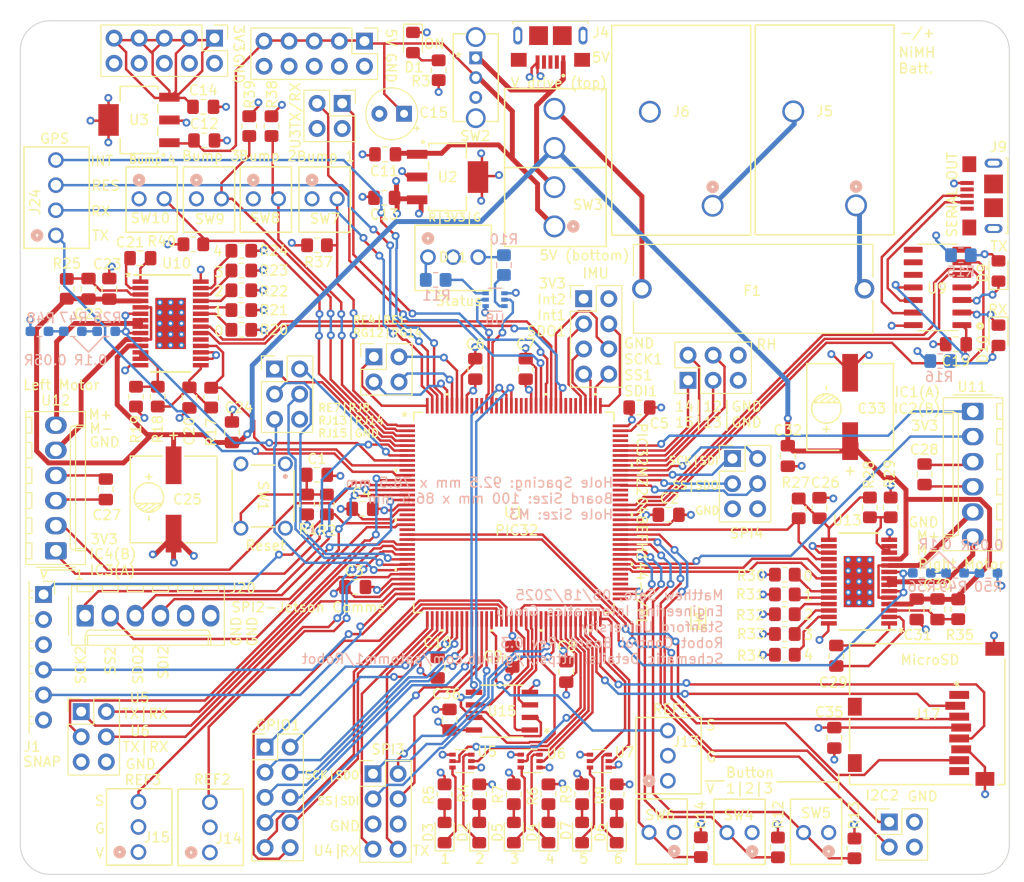
<source format=kicad_pcb>
(kicad_pcb (version 20241229) (generator "pcbnew") (generator_version "9.0")
  (title_block (title "Main Robot Board") (date "2025-05-19") (rev "0.3") (company "satomm@stanford.edu") (comment 1 "Department of Civil and Environmental Engineering") (comment 2 "Engineering Informatics Group") (comment 3 "Stanford University") (comment 4 "Matthew Sato"))
  (layers (0 "F.Cu" signal) (4 "In1.Cu" power) (6 "In2.Cu" power) (2 "B.Cu" signal) (13 "F.Paste" user) (15 "B.Paste" user) (5 "F.SilkS" user "F.Silkscreen") (7 "B.SilkS" user "B.Silkscreen") (1 "F.Mask" user) (3 "B.Mask" user) (25 "Edge.Cuts" user))
  (net 0 "")
  (net 1 "GND")
  (net 2 "+3.3V")
  (net 3 "Net-(J1-Pin_1)")
  (net 4 "Net-(J1-Pin_4)")
  (net 5 "Net-(J1-Pin_5)")
  (net 7 "+5V")
  (net 8 "/RB8")
  (net 9 "Net-(D2-K)")
  (net 10 "/Refl1")
  (net 11 "/Refl2")
  (net 12 "/Refl3")
  (net 15 "/SDA2")
  (net 16 "/SCL2")
  (net 17 "/RH0")
  (net 18 "/RH1")
  (net 19 "/RJ13")
  (net 20 "/RH2")
  (net 21 "/RJ14")
  (net 22 "/RH3")
  (net 23 "/RJ15")
  (net 24 "/RH12")
  (net 25 "/RK1")
  (net 26 "/RH13")
  (net 27 "Net-(D2-A)")
  (net 28 "Net-(D3-K)")
  (net 29 "Net-(D3-A)")
  (net 30 "Net-(D4-K)")
  (net 31 "Net-(D4-A)")
  (net 32 "Net-(D5-K)")
  (net 34 "/RK2")
  (net 35 "/U1RX")
  (net 39 "Net-(D11-K2)")
  (net 40 "Net-(D11-K1)")
  (net 41 "/RH14")
  (net 42 "/RK3")
  (net 43 "/RH15")
  (net 45 "/U1TX")
  (net 46 "/U2TX")
  (net 47 "Net-(D9-K)")
  (net 50 "/U2RX")
  (net 51 "/U3TX")
  (net 52 "/U3RX")
  (net 53 "/U4TX")
  (net 54 "/U4RX")
  (net 55 "/RA9")
  (net 56 "/RA10")
  (net 57 "/U5TX")
  (net 60 "/U5RX")
  (net 61 "/U6TX")
  (net 62 "/U6RX")
  (net 63 "/Write Protect*")
  (net 64 "/Switch1")
  (net 65 "/RE4")
  (net 66 "/RG12")
  (net 67 "/RG14")
  (net 68 "/SCK3")
  (net 69 "/SDO3")
  (net 70 "/SS3*")
  (net 71 "/SDI3")
  (net 72 "/RE1")
  (net 73 "/SCK4")
  (net 74 "/SDO4")
  (net 75 "/Switch2")
  (net 76 "/Switch3")
  (net 77 "/SS4*")
  (net 78 "/SDI4")
  (net 79 "/SCK5")
  (net 80 "/SDO5")
  (net 81 "/SS5*")
  (net 82 "/SDI5")
  (net 83 "/SCK6")
  (net 84 "/SDO6")
  (net 85 "/SS6*")
  (net 86 "/SDI6")
  (net 87 "/IC4")
  (net 88 "/SCK2")
  (net 89 "/SDI2")
  (net 90 "/SDO2")
  (net 91 "/SS2*")
  (net 92 "/OC1")
  (net 93 "/IC2")
  (net 94 "/IC3")
  (net 95 "/IC1")
  (net 96 "/SCK1")
  (net 97 "/SDI1")
  (net 98 "/SDO1")
  (net 99 "/SS1*")
  (net 100 "/OC2")
  (net 101 "Net-(D5-A)")
  (net 102 "Net-(D6-A)")
  (net 103 "Net-(D7-A)")
  (net 104 "/Bump1")
  (net 105 "/Bump2")
  (net 106 "/Bump3")
  (net 107 "/Bump4")
  (net 108 "/LED1")
  (net 109 "/LED2")
  (net 110 "/LED3")
  (net 111 "/LED4")
  (net 112 "/LED5")
  (net 113 "/LED6")
  (net 114 "Net-(U8-D1)")
  (net 115 "Net-(U8-D2)")
  (net 116 "/IMU_INT1")
  (net 117 "/IMU_INT2")
  (net 118 "/GPS_INT")
  (net 119 "/GPS_Reset")
  (net 120 "/Status_Yellow")
  (net 121 "/Status_Green")
  (net 122 "Vdrive")
  (net 123 "Net-(D9-A)")
  (net 124 "Net-(D10-K)")
  (net 125 "Net-(D10-A)")
  (net 126 "/Hold*")
  (net 127 "/USB_RST")
  (net 128 "Net-(U12-M+)")
  (net 129 "Net-(U12-M-)")
  (net 130 "Net-(U11-M+)")
  (net 131 "Net-(U11-M-)")
  (net 132 "/Fault1")
  (net 133 "Net-(R28-Pad2)")
  (net 134 "/MotorCurrent1")
  (net 135 "/Fault2")
  (net 136 "/MotorCurrent2")
  (net 137 "/Dir1")
  (net 138 "/Dir2")
  (net 139 "Net-(C1-Pad1)")
  (net 140 "Net-(U10-V3P3OUT)")
  (net 141 "Net-(U10-CP1)")
  (net 142 "Net-(U10-CP2)")
  (net 143 "Net-(U10-VCP)")
  (net 144 "Net-(U13-V3P3OUT)")
  (net 145 "Net-(U13-CP1)")
  (net 146 "Net-(U13-CP2)")
  (net 147 "Net-(U13-VCP)")
  (net 148 "Net-(D6-K)")
  (net 150 "Net-(J9-D-)")
  (net 151 "Net-(J9-D+)")
  (net 157 "Net-(R18-Pad2)")
  (net 158 "Net-(U10-I0)")
  (net 159 "Net-(U10-I1)")
  (net 160 "Net-(U10-I2)")
  (net 161 "Net-(U10-I3)")
  (net 162 "Net-(U10-I4)")
  (net 163 "Net-(U13-I0)")
  (net 164 "Net-(U13-I1)")
  (net 165 "Net-(U13-I2)")
  (net 166 "Net-(U13-I3)")
  (net 167 "Net-(U13-I4)")
  (net 176 "Net-(D7-K)")
  (net 178 "/RE7")
  (net 179 "/RJ8")
  (net 191 "Net-(R26-Pad1)")
  (net 192 "Net-(R36-Pad1)")
  (net 193 "Net-(R47-Pad1)")
  (net 194 "Net-(R49-Pad1)")
  (net 195 "Net-(J5-Pin_2)")
  (net 199 "Net-(J4-VBUS)")
  (net 200 "Net-(J2-Pin_1)")
  (net 201 "Net-(J5-Pin_1)")
  (net 203 "Net-(F1-Pad1)")
  (net 204 "Net-(D1-A)")
  (footprint "LED_SMD:LED_0805_2012Metric_Pad1.15x1.40mm_HandSolder" (layer "F.Cu") (at 215.4 164.375 90)
    (property "Reference" "D5")
    (property "Value" "LED" (hide yes))
  )
  (footprint "RobotLibrary:CONN_22232021_MOL" (layer "F.Cu") (at 189.06 100.3)
    (property "Reference" "SW8")
    (property "Value" "SW_SPST" (hide yes))
  )
  (footprint "Capacitor_SMD:C_0805_2012Metric_Pad1.18x1.45mm_HandSolder" (layer "F.Cu") (at 207.7 147.7 -90)
    (property "Reference" "C10")
    (property "Value" "0.1 uF" (hide yes))
  )
  (footprint "Resistor_SMD:R_0805_2012Metric_Pad1.20x1.40mm_HandSolder" (layer "F.Cu") (at 253.5 131.5 90)
    (property "Reference" "R29")
    (property "Value" "51k" (hide yes))
  )
  (footprint "Capacitor_SMD:C_0805_2012Metric_Pad1.18x1.45mm_HandSolder" (layer "F.Cu") (at 202.3 100.2 180)
    (property "Reference" "C13")
    (property "Value" "4.7 uF" (hide yes))
  )
  (footprint "Capacitor_SMD:C_0805_2012Metric_Pad1.18x1.45mm_HandSolder" (layer "F.Cu") (at 199.3625 139.55 180)
    (property "Reference" "C3")
    (property "Value" "0.1 uF" (hide yes))
  )
  (footprint "Capacitor_SMD:C_0805_2012Metric_Pad1.18x1.45mm_HandSolder" (layer "F.Cu") (at 208.9 152.9625 -90)
    (property "Reference" "C36")
    (property "Value" "0.1 uF" (hide yes))
  )
  (footprint "Capacitor_SMD:C_0805_2012Metric_Pad1.18x1.45mm_HandSolder" (layer "F.Cu") (at 256.925 128.155 -90)
    (property "Reference" "C28")
    (property "Value" "0.1 uF" (hide yes))
  )
  (footprint "Capacitor_SMD:C_0805_2012Metric_Pad1.18x1.45mm_HandSolder" (layer "F.Cu") (at 216.6 117.5 90)
    (property "Reference" "C7")
    (property "Value" "0.1 uF" (hide yes))
  )
  (footprint "Capacitor_SMD:C_0805_2012Metric_Pad1.18x1.45mm_HandSolder" (layer "F.Cu") (at 211.5 117.5 -90)
    (property "Reference" "C6")
    (property "Value" "0.1 uF" (hide yes))
  )
  (footprint "Resistor_SMD:R_0805_2012Metric_Pad1.20x1.40mm_HandSolder" (layer "F.Cu") (at 242.8 144.3)
    (property "Reference" "R33")
    (property "Value" "0R" (hide yes))
  )
  (footprint "Connector_Molex:Molex_KK-254_AE-6410-06A_1x06_P2.54mm_Vertical" (layer "F.Cu") (at 261.8 121.8 -90)
    (property "Reference" "U11")
    (property "Value" "Quad_Encoder_Motor" (hide yes))
  )
  (footprint "RobotLibrary:CONN3_22232031_MOL" (layer "F.Cu") (at 177.45 166.35 90)
    (property "Reference" "J15")
    (property "Value" "Refl_PCB_Connect" (hide yes))
  )
  (footprint "MountingHole:MountingHole_3.2mm_M3" (layer "F.Cu") (at 261.7 86)
    (property "Reference" "H2" (hide yes))
    (property "Value" "MountingHole" (hide yes))
  )
  (footprint "Connector_Molex:Molex_KK-254_AE-6410-06A_1x06_P2.54mm_Vertical" (layer "F.Cu") (at 169.1 135.89 90)
    (property "Reference" "U12")
    (property "Value" "Quad_Encoder_Motor" (hide yes))
  )
  (footprint "Connector_PinSocket_2.54mm:PinSocket_1x06_P2.54mm_Horizontal" (layer "F.Cu") (at 167.85 140.3)
    (property "Reference" "J1")
    (property "Value" "SNAP Program" (hide yes))
  )
  (footprint "Capacitor_SMD:C_0805_2012Metric_Pad1.18x1.45mm_HandSolder" (layer "F.Cu") (at 243.1 126.3 -90)
    (property "Reference" "C32")
    (property "Value" "0.1 uF" (hide yes))
  )
  (footprint "Connector_PinHeader_2.54mm:PinHeader_2x02_P2.54mm_Vertical" (layer "F.Cu") (at 253.36 163.3)
    (property "Reference" "J18" (hide yes))
    (property "Value" "Conn_02x02_Odd_Even" (hide yes))
  )
  (footprint "Package_TO_SOT_SMD:SOT-363_SC-70-6" (layer "F.Cu") (at 217.05 157.15 180)
    (property "Reference" "U6")
    (property "Value" "GSF7002DW" (hide yes))
  )
  (footprint "Resistor_SMD:R_0805_2012Metric_Pad1.20x1.40mm_HandSolder" (layer "F.Cu") (at 242.100128 165.875 90)
    (property "Reference" "R12")
    (property "Value" "1k" (hide yes))
  )
  (footprint "RobotLibrary:CONN3_22232031_MOL" (layer "F.Cu") (at 184.6738 166.39 90)
    (property "Reference" "J14")
    (property "Value" "Refl_PCB_Connect" (hide yes))
  )
  (footprint "Connector_PinHeader_2.54mm:PinHeader_2x05_P2.54mm_Vertical" (layer "F.Cu") (at 200.3 84.36 -90)
    (property "Reference" "J3" (hide yes))
    (property "Value" "5V Supply" (hide yes))
  )
  (footprint "Capacitor_SMD:C_0805_2012Metric_Pad1.18x1.45mm_HandSolder" (layer "F.Cu") (at 256.13125 141.8 -90)
    (property "Reference" "C31")
    (property "Value" "0.1 uF" (hide yes))
  )
  (footprint "Capacitor_SMD:C_0805_2012Metric_Pad1.18x1.45mm_HandSolder" (layer "F.Cu") (at 174.5 109.4 90)
    (property "Reference" "C23")
    (property "Value" "0.1 uF" (hide yes))
  )
  (footprint "Resistor_SMD:R_0805_2012Metric_Pad1.20x1.40mm_HandSolder" (layer "F.Cu") (at 251.4 131.5 -90)
    (property "Reference" "R28")
    (property "Value" "16k" (hide yes))
  )
  (footprint "Capacitor_SMD:C_0805_2012Metric_Pad1.18x1.45mm_HandSolder" (layer "F.Cu") (at 215.25 146.6 90)
    (property "Reference" "C9")
    (property "Value" "0.1 uF" (hide yes))
  )
  (footprint "Resistor_SMD:R_0805_2012Metric_Pad1.20x1.40mm_HandSolder" (layer "F.Cu") (at 183 104.9 180)
    (property "Reference" "R40")
    (property "Value" "1k" (hide yes))
  )
  (footprint "RobotLibrary:PWP0028C_M" (layer "F.Cu") (at 180.7 112.899999)
    (property "Reference" "U10")
    (property "Value" "DRV8842PWPR" (hide yes))
  )
  (footprint "Resistor_SMD:R_0805_2012Metric_Pad1.20x1.40mm_HandSolder" (layer "F.Cu") (at 208.4 160.5 -90)
    (property "Reference" "R5")
    (property "Value" "130R" (hide yes))
  )
  (footprint "Connector_PinHeader_2.54mm:PinHeader_2x03_P2.54mm_Vertical" (layer "F.Cu") (at 233.01 118.65 90)
    (property "Reference" "J21" (hide yes))
    (property "Value" "Conn_02x03_Odd_Even" (hide yes))
  )
  (footprint "LED_SMD:LED_0805_2012Metric_Pad1.15x1.40mm_HandSolder" (layer "F.Cu") (at 211.9 164.375 90)
    (property "Reference" "D2")
    (property "Value" "LED" (hide yes))
  )
  (footprint "RobotLibrary:SOIC127P600X175-14N" (layer "F.Cu") (at 258.24 109.26 180)
    (property "Reference" "U9")
    (property "Value" "MCP2221A-I_SL" (hide yes))
  )
  (footprint "Capacitor_SMD:C_0805_2012Metric_Pad1.18x1.45mm_HandSolder" (layer "F.Cu") (at 220.7 148.13125 90)
    (property "Reference" "C8")
    (property "Value" "0.1 uF" (hide yes))
  )
  (footprint "Resistor_SMD:R_0805_2012Metric_Pad1.20x1.40mm_HandSolder" (layer "F.Cu") (at 260.33125 141.8 -90)
    (property "Reference" "R35")
    (property "Value" "1M" (hide yes))
  )
  (footprint "Resistor_SMD:R_0805_2012Metric_Pad1.20x1.40mm_HandSolder" (layer "F.Cu") (at 187.85 109.55 180)
    (property "Reference" "R22")
    (property "Value" "0R" (hide yes))
  )
  (footprint "Connector_PinHeader_2.54mm:PinHeader_2x03_P2.54mm_Vertical" (layer "F.Cu") (at 237.51 126.56)
    (property "Reference" "J19" (hide yes))
    (property "Value" "Conn_02x03_Odd_Even" (hide yes))
  )
  (footprint "RobotLibrary:SPDT_OS102011_CNK" (layer "F.Cu") (at 211.55 86.05)
    (property "Reference" "SW2")
    (property "Value" "5V Bypass" (hide yes))
  )
  (footprint "LED_SMD:LED_0805_2012Metric_Pad1.15x1.40mm_HandSolder" (layer "F.Cu") (at 208.4 164.375 90)
    (property "Reference" "D3")
    (property "Value" "LED" (hide yes))
  )
  (footprint "Resistor_SMD:R_0805_2012Metric_Pad1.20x1.40mm_HandSolder" (layer "F.Cu") (at 218.9 160.5 -90)
    (property "Reference" "R6")
    (property "Value" "130R" (hide yes))
  )
  (footprint "RobotLibrary:PWP0028C_M" (layer "F.Cu") (at 250.3 138.999999 180)
    (property "Reference" "U13")
    (property "Value" "DRV8842PWPR" (hide yes))
  )
  (footprint "LED_SMD:LED_0805_2012Metric_Pad1.15x1.40mm_HandSolder" (layer "F.Cu") (at 205.2 84.5 -90)
    (property "Reference" "D1")
    (property "Value" "LED" (hide yes))
  )
  (footprint "Capacitor_SMD:C_0805_2012Metric_Pad1.18x1.45mm_HandSolder" (layer "F.Cu") (at 248 146.5 -90)
    (property "Reference" "C29")
    (property "Value" "0.01 uF" (hide yes))
  )
  (footprint "Package_TO_SOT_SMD:SOT-363_SC-70-6" (layer "F.Cu") (at 224.05 157.15 180)
    (property "Reference" "U7")
    (property "Value" "GSF7002DW" (hide yes))
  )
  (footprint "Resistor_SMD:R_0805_2012Metric_Pad1.20x1.40mm_HandSolder" (layer "F.Cu") (at 242.8 138.3)
    (property "Reference" "R30")
    (property "Value" "0R" (hide yes))
  )
  (footprint "Resistor_SMD:R_0805_2012Metric_Pad1.20x1.40mm_HandSolder" (layer "F.Cu") (at 194.5 131.2 -90)
    (property "Reference" "R1")
    (property "Value" "10k" (hide yes))
  )
  (footprint "Resistor_SMD:R_0805_2012Metric_Pad1.20x1.40mm_HandSolder" (layer "F.Cu") (at 170.2 109.4 90)
    (property "Reference" "R25")
    (property "Value" "1M" (hide yes))
  )
  (footprint "Connector_Molex:Molex_KK-254_AE-6410-06A_1x06_P2.54mm_Vertical" (layer "F.Cu") (at 172.055 142.45)
    (property "Reference" "J20")
    (property "Value" "Conn_01x06" (hide yes))
  )
  (footprint "Connector_PinHeader_2.54mm:PinHeader_2x04_P2.54mm_Vertical" (layer "F.Cu") (at 201.16 158.43)
    (property "Reference" "J8" (hide yes))
    (property "Value" "Conn_02x04_Odd_Even" (hide yes))
  )
  (footprint "Connector_PinHeader_2.54mm:PinHeader_2x05_P2.54mm_Vertical" (layer "F.Cu") (at 185.14 84.06 -90)
    (property "Reference" "J2" (hide yes))
    (property "Value" "3.3V Supply" (hide yes))
  )
  (footprint "Resistor_SMD:R_0805_2012Metric_Pad1.20x1.40mm_HandSolder" (layer "F.Cu") (at 242.8 142.3)
    (property "Reference" "R32")
    (property "Value" "0R" (hide yes))
  )
  (footprint "Resistor_SMD:R_0805_2012Metric_Pad1.20x1.40mm_HandSolder" (layer "F.Cu") (at 215.4 160.5 -90)
    (property "Reference" "R7")
    (property "Value" "130R" (hide yes))
  )
  (footprint "RobotLibrary:CONN3_22232031_MOL" (layer "F.Cu") (at 206.72 106.2)
    (property "Reference" "D11")
    (property "Value" "Status_LED")
  )
  (footprint "Connector_PinHeader_2.54mm:PinHeader_2x03_P2.54mm_Vertical" (layer "F.Cu") (at 171.66 152.15)
    (property "Reference" "J23" (hide yes))
    (property "Value" "Conn_02x03_Odd_Even" (hide yes))
  )
  (footprint "LED_SMD:LED_0805_2012Metric_Pad1.15x1.40mm_HandSolder" (layer "F.Cu") (at 264.4 114.1 -90)
    (property "Reference" "D10")
    (property "Value" "LED" (hide yes))
  )
  (footprint "RobotLibrary:CONN_22232021_MOL" (layer "F.Cu") (at 231.610128 164.3512 180)
    (property "Reference" "SW6")
    (property "Value" "User_Button" (hide yes))
  )
  (footprint "RobotLibrary:LQFP144_PL_MCH-M" (layer "F.Cu") (at 215.4 132)
    (property "Reference" "U1")
    (property "Value" "PIC32MZ2048EFH144-I/PL" (hide yes))
  )
  (footprint "Resistor_SMD:R_0805_2012Metric_Pad1.20x1.40mm_HandSolder" (layer "F.Cu") (at 242.8 140.3)
    (property "Reference" "R31")
    (property "Value" "0R" (hide yes))
  )
  (footprint "Resistor_SMD:R_0805_2012Metric_Pad1.20x1.40mm_HandSolder" (layer "F.Cu") (at 184.8 120.4 -90)
    (property "Reference" "R17")
    (property "Value" "10k" (hide yes))
  )
  (footprint "Package_TO_SOT_SMD:SOT-363_SC-70-6" (layer "F.Cu") (at 210.15 157.15 180)
    (property "Reference" "U5")
    (property "Value" "GSF7002DW" (hide yes))
  )
  (footprint "RobotLibrary:PCAP_8x10-ELECT_NCA-M" (layer "F.Cu") (at 249.4 121.3456 90)
    (property "Reference" "C33")
    (property "Value" "100 uF" (hide yes))
  )
  (footprint "Resistor_SMD:R_0805_2012Metric_Pad1.20x1.40mm_HandSolder" (layer "F.Cu") (at 195.5 105 180)
    (property "Reference" "R37")
    (property "Value" "1k" (hide yes))
  )
  (footprint "RobotLibrary:SOT-223_DIO-M" (layer "F.Cu") (at 208.7 98.1 -90)
    (property "Reference" "U2")
    (property "Value" "AP2114HA-3.3TRG1" (hide yes))
  )
  (footprint "RobotLibrary:SO8N_4X5X1P27_STM-M" (layer "F.Cu") (at 214.2 152.1 180)
    (property "Reference" "U15")
    (property "Value" "M95M01-DFMN6TP" (hide yes))
  )
  (footprint "RobotLibrary:AMPHENOL_10118193-0001LF" (layer "F.Cu") (at 263.9 100 90)
    (property "Reference" "J9")
    (property "Value" "USB_B_Micro" (hide yes))
  )
  (footprint "Capacitor_SMD:C_0805_2012Metric_Pad1.18x1.45mm_HandSolder" (layer "F.Cu") (at 200.1 131.65 180)
    (property "Reference" "C4")
    (property "Value" "0.1 uF" (hide yes))
  )
  (footprint "Resistor_SMD:R_0805_2012Metric_Pad1.20x1.40mm_HandSolder" (layer "F.Cu") (at 188.65 92.95 90)
    (property "Reference" "R39")
    (property "Value" "1k" (hide yes))
  )
  (footprint "Resistor_SMD:R_0805_2012Metric_Pad1.20x1.40mm_HandSolder" (layer "F.Cu") (at 249.840128 165.975 90)
    (property "Reference" "R13")
    (property "Value" "1k" (hide yes))
  )
  (footprint "Resistor_SMD:R_0805_2012Metric_Pad1.20x1.40mm_HandSolder" (layer "F.Cu") (at 190.9 92.95 90)
    (property "Reference" "R38")
    (property "Value" "1k" (hide yes))
  )
  (footprint "Capacitor_SMD:C_0805_2012Metric_Pad1.18x1.45mm_HandSolder" (layer "F.Cu") (at 172.4 109.4 90)
    (property "Reference" "C22")
    (property "Value" "0.1 uF" (hide yes))
  )
  (footprint "LED_SMD:LED_0805_2012Metric_Pad1.15x1.40mm_HandSolder" (layer "F.Cu") (at 218.9 164.375 90)
    (property "Reference" "D4")
    (property "Value" "LED" (hide yes))
  )
  (footprint "RobotLibrary:CONN_22232021_MOL" (layer "F.Cu") (at 177.51 100.3)
    (property "Reference" "SW10")
    (property "Value" "SW_SPST" (hide yes))
  )
  (footprint "RobotLibrary:CONN_22232021_MOL" (layer "F.Cu") (at 239.490128 164.375 180)
    (property "Reference" "SW4")
    (property "Value" "User_Button" (hide yes))
  )
  (footprint "RobotLibrary:CONN_22232021_MOL" (layer "F.Cu") (at 247.230128 164.375 180)
    (property "Reference" "SW5")
    (property "Value" "User_Button" (hide yes))
  )
  (footprint "Connector_PinHeader_2.54mm:PinHeader_2x02_P2.54mm_Vertical" (layer "F.Cu") (at 201.25 116.275)
    (property "Reference" "J25" (hide yes))
    (property "Value" "Conn_02x02_Odd_Even" (hide yes))
  )
  (footprint "Resistor_SMD:R_0805_2012Metric_Pad1.20x1.40mm_HandSolder" (layer "F.Cu") (at 234.310128 165.8512 90)
    (property "Reference" "R14")
    (property "Value" "1k" (hide yes))
  )
  (footprint "Capacitor_SMD:C_0805_2012Metric_Pad1.18x1.45mm_HandSolder" (layer "F.Cu") (at 182.6 120.4 -90)
    (property "Reference" "C20")
    (property "Value" "0.47 uF" (hide yes))
  )
  (footprint "RobotLibrary:SW_B3F-1000_OMR" (layer "F.Cu") (at 192.300001 127.099998 -90)
    (property "Reference" "SW1")
    (property "Value" "Reset")
  )
  (footprint "Connector_PinHeader_2.54mm:PinHeader_2x04_P2.54mm_Vertical" (layer "F.Cu") (at 222.46 110.4)
    (property "Reference" "J26" (hide yes))
    (property "Value" "Conn_02x04_Odd_Even" (hide yes))
  )
  (footprint "Resistor_SMD:R_0805_2012Metric_Pad1.20x1.40mm_HandSolder" (layer "F.Cu") (at 207.8 87.3 90)
    (property "Reference" "R3")
    (property "Value" "130R" (hide yes))
  )
  (footprint "Capacitor_SMD:C_0805_2012Metric_Pad1.18x1.45mm_HandSolder" (layer "F.Cu") (at 186.9 123.9 90)
    (property "Reference" "C24")
    (property "Value" "0.1 uF" (hide yes))
  )
  (footprint "Resistor_SMD:R_0805_2012Metric_Pad1.20x1.40mm_HandSolder" (layer "F.Cu") (at 187.85 113.55 180)
    (property "Reference" "R20")
    (property "Value" "0R" (hide yes))
  )
  (footprint "Capacitor_SMD:C_0805_2012Metric_Pad1.18x1.45mm_HandSolder" (layer "F.Cu") (at 228.1 121.4 180)
    (property "Reference" "C5")
    (property "Value" "0.1 uF" (hide yes))
  )
  (footprint "Resistor_SMD:R_0805_2012Metric_Pad1.20x1.40mm_HandSolder" (layer "F.Cu") (at 244.2 131.6 90)
    (property "Reference" "R27")
    (property "Value" "10k" (hide yes))
  )
  (footprint "RobotLibrary:26-60-4040_MOL" (layer "F.Cu") (at 219.5 103.0872 90)
    (property "Reference" "SW3")
    (property "Value" "All Power Switch" (hide yes))
  )
  (footprint "Resistor_SMD:R_0805_2012Metric_Pad1.20x1.40mm_HandSolder" (layer "F.Cu") (at 179.4 120.3 90)
    (property "Reference" "R18")
    (property "Value" "16k" (hide yes))
  )
  (footprint "LED_SMD:LED_0805_2012Metric_Pad1.15x1.40mm_HandSolder" (layer "F.Cu") (at 225.8 164.375 90)
    (property "Reference" "D6")
    (property "Value" "LED" (hide yes))
  )
  (footprint "Capacitor_SMD:C_0805_2012Metric_Pad1.18x1.45mm_HandSolder" (layer "F.Cu") (at 195.5 128.2)
    (property "Reference" "C1")
    (property "Value" "0.1 uF" (hide yes))
  )
  (footprint "Capacitor_THT:CP_Radial_Tantal_D5.0mm_P2.50mm" (layer "F.Cu") (at 204.305113 91.7 180)
    (property "Reference" "C15")
    (property "Value" "10 uF" (hide yes))
  )
  (footprint "Capacitor_SMD:C_0805_2012Metric_Pad1.18x1.45mm_HandSolder" (layer "F.Cu") (at 184 91)
    (property "Reference" "C14")
    (property "Value" "4.7 uF" (hide yes))
  )
  (footprint "LED_SMD:LED_0805_2012Metric_Pad1.15x1.40mm_HandSolder" (layer "F.Cu") (at 222.3 164.375 90)
    (property "Reference" "D7")
    (property "Value" "LED" (hide yes))
  )
  (footprint "Resistor_SMD:R_0805_2012Metric_Pad1.20x1.40mm_HandSolder" (layer "F.Cu") (at 211.9 160.5 -90)
    (property "Reference" "R4")
    (property "Value" "130R" (hide yes))
  )
  (footprint "Capacitor_SMD:C_0805_2012Metric_Pad1.18x1.45mm_HandSolder" (layer "F.Cu") (at 258.23125 141.8 90)
    (property "Reference" "C30")
    (property "Value" "0.1 uF" (hide yes))
  )
  (footprint "Resistor_SMD:R_0805_2012Metric_Pad1.20x1.40mm_HandSolder" (layer "F.Cu") (at 196.5 131.2 90)
    (property "Reference" "R2")
    (property "Value" "1k" (hide yes))
  )
  (footprint "RobotLibrary:AMPHENOL_10118193-0001LF" (layer "F.Cu") (at 219.1 83.8 180)
    (property "Reference" "J4")
    (property "Value" "USB_B_Micro" (hide yes))
  )
  (footprint "RobotLibrary:SOT-223_DIO-M" (layer "F.Cu") (at 177.5 92.3285 90)
    (property "Reference" "U3")
    (property "Value" "AP2114HA-3.3TRG1" (hide yes))
  )
  (footprint "Capacitor_SMD:C_0805_2012Metric_Pad1.18x1.45mm_HandSolder" (layer "F.Cu") (at 184.1 94.4)
    (property "Reference" "C12")
    (property "Value" "4.7 uF" (hide yes))
  )
  (footprint "RobotLibrary:FUSE_4628" (layer "F.Cu") (at 239.6 109.4)
    (property "Reference" "F1")
    (property "Value" "5A Fuse" (hide yes))
  )
  (footprint "Resistor_SMD:R_0805_2012Metric_Pad1.20x1.40mm_HandSolder" (layer "F.Cu") (at 242.8 146.4)
    (property "Reference" "R34")
    (property "Value" "0R" (hide yes))
  )
  (footprint "Resistor_SMD:R_0805_2012Metric_Pad1.20x1.40mm_HandSolder" (layer "F.Cu") (at 225.8 160.5 -90)
    (property "Reference" "R8")
    (property "Value" "130R" (hide yes))
  )
  (footprint "RobotLibrary:CONN3_22232031_MOL" (layer "F.Cu") (at 230.9738 159.14 90)
    (property "Reference" "J13")
    (property "Value" "Refl_PCB_Connect" (hide yes))
  )
  (footprint "RobotLibrary:CONN_22232021_MOL" (layer "F.Cu") (at 183.31 100.3)
    (property "Reference" "SW9")
    (property "Value" "SW_SPST" (hide yes))
  )
  (footprint "Capacitor_SMD:C_0805_2012Metric_Pad1.18x1.45mm_HandSolder" (layer "F.Cu") (at 247.8 154.8 90)
    (property "Reference" "C35")
    (property "Value" "0.1 uF" (hide yes))
  )
  (footprint "Capacitor_SMD:C_0805_2012Metric_Pad1.18x1.45mm_HandSolder" (layer "F.Cu") (at 260.1 115 180)
    (property "Reference" "C19")
    (property "Value" "0.1 uF" (hide yes))
  )
  (footprint "RobotLibrary:CONN_1017514" (layer "F.Cu") (at 235.5 101 180)
    (property "Reference" "J6")
    (property "Value" "Battery1" (hide yes))
  )
  (footprint "RobotLibrary:CONN_22232021_MOL" (layer "F.Cu") (at 195 100.3)
    (property "Reference" "SW7")
    (property "Value" "SW_SPST" (hide yes))
  )
  (footprint "Capacitor_SMD:C_0805_2012Metric_Pad1.18x1.45mm_HandSolder" (layer "F.Cu") (at 174.15 129.67 90)
    (property "Reference" "C27")
    (property "Value" "0.1 uF" (hide yes))
  )
  (footprint "Capacitor_SMD:C_0805_2012Metric_Pad1.18x1.45mm_HandSolder" (layer "F.Cu") (at 177.6375 106.3 180)
    (property "Reference" "C21")
    (property "Value" "0.01 uF" (hide yes))
  )
  (footprint "LED_SMD:LED_0805_2012Metric_Pad1.15x1.40mm_HandSolder" (layer "F.Cu") (at 264.4 107.6 90)
    (property "Reference" "D9")
    (property "Value" "LED" (hide yes))
  )
  (footprint "Resistor_SMD:R_0805_2012Metric_Pad1.20x1.40mm_HandSolder" (layer "F.Cu") (at 187.85 107.55 180)
    (property "Reference" "R23")
    (property "Value" "0R" (hide yes))
  )
  (footprint "RobotLibrary:CONN_22-23-2041_MOL" (layer "F.Cu") (at 169.1 104 90)
    (property "Reference" "J24")
    (property "Value" "Conn_01x04" (hide yes))
  )
  (footprint "Capacitor_SMD:C_0805_2012Metric_Pad1.18x1.45mm_HandSolder" (layer "F.Cu") (at 231.05 132.25 180)
    (property "Reference" "C2")
    (property "Value" "0.1 uF" (hide yes))
  )
  (footprint "Resistor_SMD:R_0805_2012Metric_Pad1.20x1.40mm_HandSolder" (layer "F.Cu") (at 187.85 105.55 180)
    (property "Reference" "R24")
    (property "Value" "0R" (hide yes))
  )
  (footprint "Resistor_SMD:R_0805_2012Metric_Pad1.20x1.40mm_HandSolder" (layer "F.Cu") (at 222.3 160.5 -90)
    (property "Reference" "R9")
    (property "Value" "130R" (hide yes))
  )
  (footprint "Resistor_SMD:R_0805_2012Metric_Pad1.20x1.40mm_HandSolder" (layer "F.Cu") (at 187.85 111.55 180)
    (property "Reference" "R21")
    (property "Value" "0R" (hide yes))
  )
  (footprint "Resistor_SMD:R_0805_2012Metric_Pad1.20x1.40mm_HandSolder" (layer "F.Cu") (at 177.2 120.3 -90)
    (property "Reference" "R19")
    (property "Value" "51k" (hide yes))
  )
  (footprint "Connector_PinHeader_2.54mm:PinHeader_2x05_P2.54mm_Vertical" (layer "F.Cu") (at 190.25 155.74)
    (property "Reference" "J7" (hide yes))
    (property "Value" "GPIO1" (hide yes))
  )
  (footprint "MountingHole:MountingHole_3.2mm_M3" (layer "F.Cu") (at 261.7 164.5)
    (property "Reference" "H4" (hide yes))
    (property "Value" "MountingHole" (hide yes))
  )
  (footprint "RobotLibrary:PCAP_8x10-ELECT_NCA-M" (layer "F.Cu") (at 181 130.6953 -90)
    (property "Reference" "C25")
    (property "Value" "100 uF" (hide yes))
  )
  (footprint "RobotLibrary:MEM2061-01-188-00-A_GCT" (layer "F.Cu") (at 257.2 152.4 90)
    (property "Reference" "J17")
    (property "Value" "MEM2061-01-188-00-A" (hide yes))
  )
  (footprint "MountingHole:MountingHole_3.2mm_M3" (layer "F.Cu") (at 169.2 86)
    (property "Reference" "H1" (hide yes))
    (property "Value" "MountingHole" (hide yes))
  )
  (footprint "Capacitor_SMD:C_0805_2012Metric_Pad1.18x1.45mm_HandSolder" (layer "F.Cu") (at 202.4 95.8 180)
    (property "Reference" "C11")
    (property "Value" "4.7 uF" (hide yes))
  )
  (footprint "Connector_PinHeader_2.54mm:PinHeader_2x03_P2.54mm_Vertical" (layer "F.Cu") (at 191.21 117.51)
    (property "Reference" "J16" (hide yes))
    (property "Value" "Conn_02x03_Odd_Even" (hide yes))
  )
  (footprint "MountingHole:MountingHole_3.2mm_M3" (layer "F.Cu") (at 169.3 164.5)
    (property "Reference" "H3" (hide yes))
    (property "Value" "MountingHole" (hide yes))
  )
  (footprint "Capacitor_SMD:C_0805_2012Metric_Pad1.18x1.45mm_HandSolder" (layer "F.Cu") (at 246.3 131.5625 90)
    (property "Reference" "C26")
    (property "Value" "0.47 uF" (hide yes))
  )
  (footprint "RobotLibrary:CONN_1017514" (layer "F.Cu") (at 250 100.959999 180)
    (property "Reference" "J5")
    (property "Value" "Battery1" (hide yes))
  )
  (footprint "Connector_PinHeader_2.54mm:PinHeader_2x02_P2.54mm_Vertical" (layer "F.Cu") (at 198.05 90.65 -90)
    (property "Reference" "J22" (hide yes))
    (property "Value" "Conn_02x02_Odd_Even" (hide yes))
  )
  (footprint "Resistor_SMD:R_0603_1608Metric_Pad0.98x0.95mm_HandSolder" (layer "B.Cu") (at 260.0125 138.125 180)
    (property "Reference" "R49")
    (property "Value" "0.1R" (hide yes))
  )
  (footprint "Resistor_SMD:R_0603_1608Metric_Pad0.98x0.95mm_HandSolder" (layer "B.Cu") (at 174.1875 113.7)
    (property "Reference" "R26")
    (property "Value" "0.1R" (hide yes))
  )
  (footprint "Resistor_SMD:R_0805_2012Metric_Pad1.20x1.40mm_HandSolder" (layer "B.Cu") (at 258.5 116.7)
    (property "Reference" "R16")
    (property "Value" "130R" (hide yes))
  )
  (footprint "Resistor_SMD:R_0603_1608Metric_Pad0.98x0.95mm_HandSolder" (layer "B.Cu") (at 256.65 138.125 180)
    (property "Reference" "R36")
    (property "Value" "0.1R" (hide yes))
  )
  (footprint "Package_TO_SOT_SMD:SOT-363_SC-70-6" (layer "B.Cu") (at 213.5 110.5)
    (property "Reference" "U8")
    (property "Value" "GSF7002DW" (hide yes))
  )
  (footprint "Resistor_SMD:R_0805_2012Metric_Pad1.20x1.40mm_HandSolder" (layer "B.Cu") (at 207.5 108.5 180)
    (property "Reference" "R11")
    (property "Value" "130R" (hide yes))
  )
  (footprint "Resistor_SMD:R_0603_1608Metric_Pad0.98x0.95mm_HandSolder" (layer "B.Cu") (at 170.8125 113.7)
    (property "Reference" "R47")
    (property "Value" "0.1R" (hide yes))
  )
  (footprint "Resistor_SMD:R_0805_2012Metric_Pad1.20x1.40mm_HandSolder" (layer "B.Cu") (at 260.6 106)
    (property "Reference" "R15")
    (property "Value" "130R" (hide yes))
  )
  (footprint "Resistor_SMD:R_0603_1608Metric_Pad0.98x0.95mm_HandSolder" (layer "B.Cu") (at 167.4375 113.7)
    (property "Reference" "R48")
    (property "Value" "0.05 R" (hide yes))
  )
  (footprint "Resistor_SMD:R_0603_1608Metric_Pad0.98x0.95mm_HandSolder" (layer "B.Cu") (at 263.3875 138.125 180)
    (property "Reference" "R50")
    (property "Value" "0.05 R" (hide yes))
  )
  (footprint "Resistor_SMD:R_0805_2012Metric_Pad1.20x1.40mm_HandSolder" (layer "B.Cu") (at 214.4 107 90)
    (property "Reference" "R10")
    (property "Value" "130R" (hide yes))
  )
  (gr_line (start 234.6 143.6) (end 234.6 143.3) (stroke (width 0.15)) (layer "F.SilkS"))
  (gr_line (start 234.2 143.2) (end 234.6 143.6) (stroke (width 0.15)) (layer "F.SilkS"))
  (gr_line (start 179.860147 131.1) (end 177.139853 131.1) (stroke (width 0.15)) (layer "F.SilkS"))
  (gr_line (start 178.5 132.4) (end 178.5 132.8) (stroke (width 0.15)) (layer "F.SilkS"))
  (gr_line (start 247 123.3) (end 247 123.9) (stroke (width 0.15)) (layer "F.SilkS"))
  (gr_line (start 178.5 128.7) (end 178.5 128.1) (stroke (width 0.15)) (layer "F.SilkS"))
  (gr_line (start 248.25 159.25) (end 248.25 160) (stroke (width 0.15)) (layer "F.SilkS"))
  (gr_line (start 171.05 137.83) (end 168.2 137.83) (stroke (width 0.15)) (layer "F.SilkS"))
  (gr_line (start 248.25 159.25) (end 248.25 158.5) (stroke (width 0.15)) (layer "F.SilkS"))
  (gr_line (start 179.180073 131.1) (end 178.1 131.9) (stroke (width 0.15)) (layer "F.SilkS"))
  (gr_line (start 247.3 123.6) (end 246.7 123.6) (stroke (width 0.15)) (layer "F.SilkS"))
  (gr_line (start 234.8 143.8) (end 234.8 141.6) (stroke (width 0.15)) (layer "F.SilkS"))
  (gr_line (start 168.2 137.83) (end 167.6 137.83) (stroke (width 0.15)) (layer "F.SilkS"))
  (gr_line (start 178.2 128.4) (end 178.8 128.4) (stroke (width 0.15)) (layer "F.SilkS"))
  (gr_line (start 246.319927 120.9) (end 247.4 120.1) (stroke (width 0.15)) (layer "F.SilkS"))
  (gr_line (start 233.7 142.95) (end 234.5 142.95) (stroke (width 0.15)) (layer "F.SilkS"))
  (gr_circle (center 247 121.5) (end 248 120.4) (stroke (width 0.15)) (fill no) (layer "F.SilkS"))
  (gr_line (start 233.3 141.6) (end 233.3 143.8) (stroke (width 0.15)) (layer "F.SilkS"))
  (gr_line (start 178.5 131.1) (end 177.7 131.7) (stroke (width 0.15)) (layer "F.SilkS"))
  (gr_line (start 233.3 143.8) (end 234.8 143.8) (stroke (width 0.15)) (layer "F.SilkS"))
  (gr_line (start 234.5 142.25) (end 234.1 142.95) (stroke (width 0.15)) (layer "F.SilkS"))
  (gr_line (start 233.7 142.25) (end 234.5 142.25) (stroke (width 0.15)) (layer "F.SilkS"))
  (gr_line (start 214.4708 97.1436) (end 224.7324 97.1436) (stroke (width 0.15)) (layer "F.SilkS"))
  (gr_line (start 234.3 143.6) (end 234.6 143.6) (stroke (width 0.15)) (layer "F.SilkS"))
  (gr_line (start 242 159.25) (end 248.25 159.25) (stroke (width 0.15)) (layer "F.SilkS"))
  (gr_line (start 247.6 120.9) (end 248.1 120.5) (stroke (width 0.15)) (layer "F.SilkS"))
  (gr_line (start 234.6 143.3) (end 234.6 143.6) (stroke (width 0.15)) (layer "F.SilkS"))
  (gr_circle (center 178.5 130.5) (end 177.5 131.6) (stroke (width 0.15)) (fill no) (layer "F.SilkS"))
  (gr_line (start 167.85 138.7) (end 168.2 137.83) (stroke (width 0.15)) (layer "F.SilkS"))
  (gr_line (start 236.65 159.15) (end 234.75 159.15) (stroke (width 0.15)) (layer "F.SilkS"))
  (gr_line (start 247 119.6) (end 247 119.2) (stroke (width 0.15)) (layer "F.SilkS"))
  (gr_line (start 234.1 141.6) (end 234.1 143.8) (stroke (width 0.15)) (layer "F.SilkS"))
  (gr_line (start 179.860147 131.1) (end 178.5 131.986607) (stroke (width 0.15)) (layer "F.SilkS"))
  (gr_line (start 245.639853 120.9) (end 247 120.013393) (stroke (width 0.15)) (layer "F.SilkS"))
  (gr_line (start 167.6 137.83) (end 167.85 138.7) (stroke (width 0.15)) (layer "F.SilkS"))
  (gr_line (start 177.9 131.1) (end 177.4 131.5) (stroke (width 0.15)) (layer "F.SilkS"))
  (gr_line (start 247 120.9) (end 247.8 120.3) (stroke (width 0.15)) (layer "F.SilkS"))
  (gr_line (start 245.639853 120.9) (end 248.360147 120.9) (stroke (width 0.15)) (layer "F.SilkS"))
  (gr_line (start 234.1 142.95) (end 233.7 142.25) (stroke (width 0.15)) (layer "F.SilkS"))
  (gr_line (start 167.4375 114.2225) (end 167.4375 115.8) (stroke (width 0.15)) (layer "B.SilkS"))
  (gr_line (start 263.3875 136.01125) (end 263.3875 137.58875) (stroke (width 0.15)) (layer "B.SilkS"))
  (gr_line (start 170.8125 114.2225) (end 172.4 115.8) (stroke (width 0.15)) (layer "B.SilkS"))
  (gr_line (start 258.40625 136.01125) (end 259.99375 137.58875) (stroke (width 0.15)) (layer "B.SilkS"))
  (gr_line (start 172.4 115.8) (end 173.932776 114.2225) (stroke (width 0.15)) (layer "B.SilkS"))
  (gr_line (start 256.65 137.6025) (end 258.40625 136.01125) (stroke (width 0.15)) (layer "B.SilkS"))
  (gr_arc (start 165.5 85.3) (mid 166.37868 83.17868) (end 168.5 82.3) (stroke (width 0.1)) (layer "Edge.Cuts"))
  (gr_line (start 265.5 85.3) (end 265.5 165.6) (stroke (width 0.1)) (layer "Edge.Cuts"))
  (gr_arc (start 265.5 165.6) (mid 264.62132 167.72132) (end 262.5 168.6) (stroke (width 0.1)) (layer "Edge.Cuts"))
  (gr_arc (start 168.5 168.6) (mid 166.37868 167.72132) (end 165.5 165.6) (stroke (width 0.1)) (layer "Edge.Cuts"))
  (gr_line (start 262.5 168.6) (end 168.5 168.6) (stroke (width 0.1)) (layer "Edge.Cuts"))
  (gr_line (start 168.5 82.3) (end 262.5 82.3) (stroke (width 0.1)) (layer "Edge.Cuts"))
  (gr_arc (start 262.5 82.3) (mid 264.62132 83.17868) (end 265.5 85.3) (stroke (width 0.1)) (layer "Edge.Cuts"))
  (gr_line (start 165.5 165.6) (end 165.5 85.3) (stroke (width 0.1)) (layer "Edge.Cuts"))
  (gr_text "SERIAL OUT" (at 260.3 104.3 90) (layer "F.SilkS") (effects (font (size 1 1)) (justify left bottom)))
  (gr_text "GND" (at 176.05 158.05 0) (layer "F.SilkS") (effects (font (size 1 1)) (justify left bottom)))
  (gr_text "REF3" (at 175.95 159.65 0) (layer "F.SilkS") (effects (font (size 1 1)) (justify left bottom)))
  (gr_text "3V3\nInt2\nInt1\nSDO1" (at 220.77 114.27 0) (layer "F.SilkS") (effects (font (size 1 1)) (justify right bottom)))
  (gr_text "5V" (at 202.4 83 -90) (layer "F.SilkS") (effects (font (size 1 1)) (justify left bottom)))
  (gr_text " U5 \nTX|RX" (at 175.7 152.95 0) (layer "F.SilkS") (effects (font (size 1 1)) (justify left bottom)))
  (gr_text "GND" (at 255.2 133.6 0) (layer "F.SilkS") (effects (font (size 1 1)) (justify left bottom)))
  (gr_text "Bump 4" (at 176.4 96.8 0) (layer "F.SilkS") (effects (font (size 0.8 0.8)) (justify left bottom)))
  (gr_text "1" (at 170.9 138.9 0) (layer "F.SilkS") (effects (font (size 1 1)) (justify left bottom)))
  (gr_text "M+" (at 172.3 122.7 0) (layer "F.SilkS") (effects (font (size 1 1)) (justify left bottom)))
  (gr_text "IC4(B)" (at 172.4 136.8 0) (layer "F.SilkS") (effects (font (size 1 1)) (justify left bottom)))
  (gr_text "Bump 3" (at 181.75 96.55 0) (layer "F.SilkS") (effects (font (size 1 1)) (justify left bottom)))
  (gr_text "0" (at 244.575 139.025 0) (layer "F.SilkS") (effects (font (size 1 1)) (justify left bottom)))
  (gr_text "REF2" (at 182.95 159.6 0) (layer "F.SilkS") (effects (font (size 1 1)) (justify left bottom)))
  (gr_text "5V" (at 223.2 86.6 0) (layer "F.SilkS") (effects (font (size 1 1)) (justify left bottom)))
  (gr_text "Reset" (at 188.15 135.949999 0) (layer "F.SilkS") (effects (font (size 1 1)) (justify left bottom)))
  (gr_text "GND\nGND" (at 189.525 145.675 90) (layer "F.SilkS") (effects (font (size 1 1)) (justify left bottom)))
  (gr_text "SPI4" (at 237.15 134.7 0) (layer "F.SilkS") (effects (font (size 1 1)) (justify left bottom)))
  (gr_text "SPI2-Jetson Comms" (at 186.75 142.175 0) (layer "F.SilkS") (effects (font (size 1 1)) (justify left bottom)))
  (gr_text "RX" (at 197.7 166.85 0) (layer "F.SilkS") (effects (font (size 1 1)) (justify left bottom)))
  (gr_text "2" (at 185.025 110.225 0) (layer "F.SilkS") (effects (font (size 1 1)) (justify left bottom)))
  (gr_text "INT" (at 172.5 97.05 0) (layer "F.SilkS") (effects (font (size 1 1)) (justify left bottom)))
  (gr_text "RX" (at 172.55 102.15 0) (layer "F.SilkS") (effects (font (size 1 1)) (justify left bottom)))
  (gr_text "V" (at 173 167.05 0) (layer "F.SilkS") (effects (font (size 1 1)) (justify left bottom)))
  (gr_text "IC2(B)" (at 253.7 122.1 0) (layer "F.SilkS") (effects (font (size 1 1)) (justify left bottom)))
  (gr_text "SS|SDI" (at 195.45 161.65 0) (layer "F.SilkS") (effects (font (size 0.8 0.8)) (justify left bottom)))
  (gr_text "Button\n1|2|3" (at 236.75 160.5 0) (layer "F.SilkS") (effects (font (size 1 1)) (justify left bottom)))
  (gr_text "-/+" (at 254.35 84.1 0) (layer "F.SilkS") (effects (font (size 1 1)) (justify left bottom)))
  (gr_text "0" (at 185 114.275 0) (layer "F.SilkS") (effects (font (size 1 1)) (justify left bottom)))
  (gr_text "M-" (at 172.4 124.1 0) (layer "F.SilkS") (effects (font (size 1 1)) (justify left bottom)))
  (gr_text "M+" (at 256.025 134.98 0) (layer "F.SilkS") (effects (font (size 1 1)) (justify left bottom)))
  (gr_text "14|12|GND\n15|13|GND" (at 231.6 123.5 0) (layer "F.SilkS") (effects (font (size 1 1)) (justify left bottom)))
  (gr_text "Status" (at 207.4 111.2 0) (layer "F.SilkS") (effects (font (size 1 1)) (justify left bottom)))
  (gr_text "3V3" (at 187 82.6 270) (layer "F.SilkS") (effects (font (size 1 1)) (justify left bottom)))
  (gr_text "4" (at 244.6 147.025 0) (layer "F.SilkS") (effects (font (size 1 1)) (justify left bottom)))
  (gr_text "S\n\nG\n\nV" (at 234.75 160.55 0) (layer "F.SilkS") (effects (font (size 1 1)) (justify left bottom)))
  (gr_text "3" (at 214.9 167.6 0) (layer "F.SilkS") (effects (font (size 1 1)) (justify left bottom)))
  (gr_text "GND" (at 202.4 85.44 -90) (layer "F.SilkS") (effects (font (size 1 1)) (justify left bottom)))
  (gr_text "RH" (at 239.83 115.61 0) (layer "F.SilkS") (effects (font (size 1 1)) (justify left bottom)))
  (gr_text "SCK|SDI" (at 230.95 127.25 0) (layer "F.SilkS") (effects (font (size 0.8 0.8)) (justify left bottom)))
  (gr_text "5" (at 221.9 167.6 0) (layer "F.SilkS") (effects (font (size 1 1)) (justify left bottom)))
  (gr_text "RE7|RJ8\nRJ13|RJ14\nRJ15|GND" (at 195.525 124.475 0) (layer "F.SilkS") (effects (font (size 0.8 0.8)) (justify left bottom)))
  (gr_text "ON" (at 206.2 85.2 0) (layer "F.SilkS") (effects (font (size 1 1)) (justify left bottom)))
  (gr_text "GND" (at 233.65 132.3 0) (layer "F.SilkS") (effects (font (size 0.8 0.8)) (justify left bottom)))
  (gr_text "3V3" (at 255.475 123.83 0) (layer "F.SilkS") (effects (font (size 1 1)) (justify left bottom)))
  (gr_text "REF1" (at 229.35 152.5 0) (layer "F.SilkS") (effects (font (size 1 1)) (justify left bottom)))
  (gr_text "TX" (at 172.65 104.6 0) (layer "F.SilkS") (effects (font (size 1 1)) (justify left bottom)))
  (gr_text "PIC32MZ2048EFH144-I/PL" (at 227.75 122.85 -90) (layer "F.SilkS") (effects (font (size 1 1)) (justify left bottom)))
  (gr_text "IC1(A)" (at 253.8 120.43 0) (layer "F.SilkS") (effects (font (size 1 1)) (justify left bottom)))
  (gr_text "4" (at 184.9 106.175 0) (layer "F.SilkS") (effects (font (size 1 1)) (justify left bottom)))
  (gr_text "V_drive (top)" (at 215 89.168 0) (layer "F.SilkS") (effects (font (size 1 1)) (justify left bottom)))
  (gr_text "SS|SDO" (at 231.35 129.75 0) (layer "F.SilkS") (effects (font (size 0.8 0.8)) (justify left bottom)))
  (gr_text "U4|" (at 195.05 166.8 0) (layer "F.SilkS") (effects (font (size 1 1)) (justify left bottom)))
  (gr_text "Left Motor" (at 165.7 119.7 0) (layer "F.SilkS") (effects (font (size 1 1)) (justify left bottom)))
  (gr_text "RE4|RE1\nRG12|RG14" (at 199.025 114.325 0) (layer "F.SilkS") (effects (font (size 0.8 0.8)) (justify left bottom)))
  (gr_text "Bump 2" (at 187.5 96.55 0) (layer "F.SilkS") (effects (font (size 1 1)) (justify left bottom)))
  (gr_text "R|3V3|G" (at 206.65 102.65 0) (layer "F.SilkS") (effects (font (size 0.8 0.8)) (justify left bottom)))
  (gr_text "5V (bottom)" (at 217.9 106.6 0) (layer "F.SilkS") (effects (font (size 1 1)) (justify left bottom)))
  (gr_text "GPIO1" (at 189.25 154.1 0) (layer "F.SilkS") (effects (font (size 1 1)) (justify left bottom)))
  (gr_text "GND" (at 196.7 164.3 0) (layer "F.SilkS") (effects (font (size 1 1)) (justify left bottom)))
  (gr_text "2" (at 244.625 142.925 0) (layer "F.SilkS") (effects (font (size 1 1)) (justify left bottom)))
  (gr_text "IC3(A)" (at 172.425 138.45 0) (layer "F.SilkS") (effects (font (size 1 1)) (justify left bottom)))
  (gr_text "M-" (at 256 136.405 0) (layer "F.SilkS") (effects (font (size 1 1)) (justify left bottom)))
  (gr_text "GND" (at 172.4 125.5 0) (layer "F.SilkS") (effects (font (size 1 1)) (justify left bottom)))
  (gr_text "GPS" (at 167.4 94.8 0) (layer "F.SilkS") (effects (font (size 1 1)) (justify left bottom)))
  (gr_text "4" (at 218.5 167.6 0) (layer "F.SilkS") (effects (font (size 1 1)) (justify left bottom)))
  (gr_text "MicroSD" (at 254.4 147.5 0) (layer "F.SilkS") (effects (font (size 1 1)) (justify left bottom)))
  (gr_text "PIC32" (at 213.4 134.4 0) (layer "F.SilkS") (effects (font (size 1 1)) (justify left bottom)))
  (gr_text "NiMH\nBatt." (at 254.2 87.7 0) (layer "F.SilkS") (effects (font (size 1 1)) (justify left bottom)))
  (gr_text "SNAP" (at 165.7 157.8 0) (layer "F.SilkS") (effects (font (size 1 1)) (justify left bottom)))
  (gr_text "G" (at 172.95 164.55 0) (layer "F.SilkS") (effects (font (size 1 1)) (justify left bottom)))
  (gr_text "TX" (at 205.05 166.8 0) (layer "F.SilkS") (effects (font (size 1 1)) (justify left bottom)))
  (gr_text "6" (at 225.4 167.6 0) (layer "F.SilkS") (effects (font (size 1 1)) (justify left bottom)))
  (gr_text "GND\nSCK1\nSS1\nSDI1" (at 226.45 120.33 0) (layer "F.SilkS") (effects (font (size 1 1)) (justify left bottom)))
  (gr_text "1" (at 244.6 140.95 0) (layer "F.SilkS") (effects (font (size 1 1)) (justify left bottom)))
  (gr_text "1" (at 184.95 112.25 0) (layer "F.SilkS") (effects (font (size 1 1)) (justify left bottom)))
  (gr_text "RES" (at 172.6 99.55 0) (layer "F.SilkS") (effects (font (size 1 1)) (justify left bottom)))
  (gr_text "SCK|SDO" (at 194.15 159.05 0) (layer "F.SilkS") (effects (font (size 0.8 0.8)) (justify left bottom)))
  (gr_text "Bump 1" (at 193.35 96.6 0) (layer "F.SilkS") (effects (font (size 1 1)) (justify left bottom)))
  (gr_text "Right Motor" (at 256.175 137.83 0) (layer "F.SilkS") (effects (font (size 1 1)) (justify left bottom)))
  (gr_text "SPI3" (at 200.9 156.55 0) (layer "F.SilkS") (effects (font (size 1 1)) (justify left bottom)))
  (gr_text "S" (at 172.95 161.75 0) (layer "F.SilkS") (effects (font (size 1 1)) (justify left bottom)))
  (gr_text " U6\nTX|RX" (at 175.75 156.3 0) (layer "F.SilkS") (effects (font (size 1 1)) (justify left bottom)))
  (gr_text "RX" (at 263.25 112.1 0) (layer "F.SilkS") (effects (font (size 1 1)) (justify left bottom)))
  (gr_text "TX" (at 263.5 105.7 0) (layer "F.SilkS") (effects (font (size 1 1)) (justify left bottom)))
  (gr_text "I2C2" (at 250.85 161.2 0) (layer "F.SilkS") (effects (font (size 1 1)) (justify left bottom)))
  (gr_text "3V3" (at 172.5 135.3 0) (layer "F.SilkS") (effects (font (size 1 1)) (justify left bottom)))
  (gr_text "SDI2" (at 180.55 148.95 90) (layer "F.SilkS") (effects (font (size 1 1)) (justify left bottom)))
  (gr_text "3" (at 244.6 144.975 0) (layer "F.SilkS") (effects (font (size 1 1)) (justify left bottom)))
  (gr_text "GND" (at 187 85.5 -90) (layer "F.SilkS") (effects (font (size 1 1)) (justify left bottom)))
  (gr_text "3" (at 185 108.3 0) (layer "F.SilkS") (effects (font (size 1 1)) (justify left bottom)))
  (gr_text "SDO2" (at 178 149.475 90) (layer "F.SilkS") (effects (font (size 1 1)) (justify left bottom)))
  (gr_text "SCK2" (at 172.2 149.475 90) (layer "F.SilkS") (effects (font (size 1 1)) (justify left bottom)))
  (gr_text "GND" (at 255.1 161.3 0) (layer "F.SilkS") (effects (font (size 1 1)) (justify left bottom)))
  (gr_text "1" (at 207.9 167.6 0) (layer "F.SilkS") (effects (font (size 1 1)) (justify left bottom)))
  (gr_text "IMU" (at 223.675 108.4 0) (layer "F.SilkS") (effects (font (size 1 1)) (justify bottom)))
  (gr_text "U3TX/RX" (at 193.9 95.35 90) (layer "F.SilkS") (effects (font (size 1 1)) (justify left bottom)))
  (gr_text "SS2" (at 175.2 148.5 90) (layer "F.SilkS") (effects (font (size 1 1)) (justify left bottom)))
  (gr_text "2" (at 211.4 167.6 0) (layer "F.SilkS") (effects (font (size 1 1)) (justify left bottom)))
  (gr_text "Matthew Sato, 05/18/2025\nEngineering Informatics Group\nStanford University\nRobot Control Board, Rev 0.3\nSchematic Details: https://github.com/satomm1/Robot\n" (at 236.7 147.4 0) (layer "B.SilkS") (effects (font (size 1 1)) (justify left bottom mirror)))
  (gr_text "0.1R" (at 174.4 117.2 0) (layer "B.SilkS") (effects (font (size 1 1)) (justify left bottom mirror)))
  (gr_text "0.1R" (at 259.8 135.8 0) (layer "B.SilkS") (effects (font (size 1 1)) (justify left bottom mirror)))
  (gr_text "Hole Spacing: 92.5 mm x 78.5 mm\nBoard Size: 100 mm x 86.5 mm\nHole Size: M3" (at 225.55 132.8 0) (layer "B.SilkS") (effects (font (size 1 1)) (justify left bottom mirror)))
  (gr_text "0.05R" (at 265 135.9 0) (layer "B.SilkS") (effects (font (size 1 1)) (justify left bottom mirror)))
  (gr_text "0.05R" (at 170.3 117.2 0) (layer "B.SilkS") (effects (font (size 1 1)) (justify left bottom mirror)))
  (segment (start 227.8 139.75) (end 228.05 140) (width 0.25) (layer "F.Cu") (net 1))
  (segment (start 234.310128 164.8512) (end 234.310128 163.505) (width 0.25) (layer "F.Cu") (net 1))
  (segment (start 174.0125 128.77) (end 173.5125 128.27) (width 0.25) (layer "F.Cu") (net 1))
  (segment (start 253.5 130.5) (end 253.5 129.3) (width 0.25) (layer "F.Cu") (net 1))
  (segment (start 206.0242 98) (end 204.6 98) (width 0.25) (layer "F.Cu") (net 1))
  (segment (start 244.4625 127.3375) (end 243.4 127.3375) (width 0.25) (layer "F.Cu") (net 1))
  (segment (start 217.7 149.25) (end 217.02575 149.92425) (width 0.25) (layer "F.Cu") (net 1))
  (segment (start 177.2 121.6) (end 178.05 122.45) (width 0.25) (layer "F.Cu") (net 1))
  (segment (start 216.925501 119.6) (end 216.6 119.274499) (width 0.25) (layer "F.Cu") (net 1))
  (segment (start 211.5 118.4375) (end 211.5 119.5) (width 0.25) (layer "F.Cu") (net 1))
  (segment (start 189.575 90.975) (end 189.575 90.55) (width 0.25) (layer "F.Cu") (net 1))
  (segment (start 200.4 139.55) (end 201.2625 139.55) (width 0.25) (layer "F.Cu") (net 1))
  (segment (start 179.151654 136.25) (end 178.9 136.25) (width 0.5) (layer "F.Cu") (net 1))
  (segment (start 212.1758 98) (end 212.1758 100.4242) (width 0.25) (layer "F.Cu") (net 1))
  (segment (start 249.840128 164.975) (end 249.840128 163.625) (width 0.25) (layer "F.Cu") (net 1))
  (segment (start 203.734315 131.249999) (end 204.62405 131.249999) (width 0.25) (layer "F.Cu") (net 1))
  (segment (start 211.5 119.5) (end 211.3 119.7) (width 0.25) (layer "F.Cu") (net 1))
  (segment (start 217.149999 119.824498) (end 217.149999 121.22405) (width 0.25) (layer "F.Cu") (net 1))
  (segment (start 174.4242 92.4) (end 174.4242 90.1242) (width 0.25) (layer "F.Cu") (net 1))
  (segment (start 201.4625 95.9) (end 200.2 95.9) (width 0.25) (layer "F.Cu") (net 1))
  (segment (start 174.4242 94.5758) (end 174.4 94.6) (width 0.25) (layer "F.Cu") (net 1))
  (segment (start 194.5 105) (end 193.2 105) (width 0.25) (layer "F.Cu") (net 1))
  (segment (start 263.95 144.45) (end 263.95 145.721597) (width 0.25) (layer "F.Cu") (net 1))
  (segment (start 227.336051 122.236051) (end 227.336051 122.636051) (width 0.25) (layer "F.Cu") (net 1))
  (segment (start 249.4 117.6) (end 250.9 116.1) (width 0.25) (layer "F.Cu") (net 1))
  (segment (start 226.17595 123.25) (end 226.95 123.25) (width 0.25) (layer "F.Cu") (net 1))
  (segment (start 190.9 91.85) (end 191.95 90.8) (width 0.25) (layer "F.Cu") (net 1))
  (segment (start 261.625 129.38) (end 257.1125 129.38) (width 0.25) (layer "F.Cu") (net 1))
  (segment (start 247.2 144) (end 247.2 143.274997) (width 0.25) (layer "F.Cu") (net 1))
  (segment (start 183.75 107.45) (end 183.750002 107.450002) (width 0.25) (layer "F.Cu") (net 1))
  (segment (start 174.4242 90.1242) (end 174.4 90.1) (width 0.25) (layer "F.Cu") (net 1))
  (segment (start 216.1 156.5) (end 215.1 156.5) (width 0.25) (layer "F.Cu") (net 1))
  (segment (start 174.4242 92.4) (end 172.6 92.4) (width 0.25) (layer "F.Cu") (net 1))
  (segment (start 211.1 157.8) (end 212.1 157.8) (width 0.25) (layer "F.Cu") (net 1))
  (segment (start 228.05 140) (end 227.799999 140.250001) (width 0.25) (layer "F.Cu") (net 1))
  (segment (start 181 134.1497) (end 181 137.05) (width 0.5) (layer "F.Cu") (net 1))
  (segment (start 228.803888 132.25) (end 230.0125 132.25) (width 0.25) (layer "F.Cu") (net 1))
  (segment (start 197.859787 128.309787) (end 196.647287 128.309787) (width 0.25) (layer "F.Cu") (net 1))
  (segment (start 217.8 86.525) (end 217.8 87.6) (width 0.25) (layer "F.Cu") (net 1))
  (segment (start 220.7 145.911132) (end 219.649999 144.861131) (width 0.25) (layer "F.Cu") (net 1))
  (segment (start 202.310556 131.798056) (end 203.186258 131.798056) (width 0.25) (layer "F.Cu") (net 1))
  (segment (start 208.9 151.925) (end 207.525 151.925) (width 0.25) (layer "F.Cu") (net 1))
  (segment (start 185.1 91) (end 186.3 91) (width 0.25) (layer "F.Cu") (net 1))
  (segment (start 246.3 144.9) (end 247.2 144) (width 0.25) (layer "F.Cu") (net 1))
  (segment (start 217.2 87.075) (end 217.775 86.5) (width 0.25) (layer "F.Cu") (net 1))
  (segment (start 204.6 98) (end 204.1 97.5) (width 0.25) (layer "F.Cu") (net 1))
  (segment (start 203.186258 131.798056) (end 203.734315 131.249999) (width 0.25) (layer "F.Cu") (net 1))
  (segment (start 242.100128 164.875) (end 242.100128 163.635) (width 0.25) (layer "F.Cu") (net 1))
  (segment (start 215.3 144.532946) (end 215.258526 144.491472) (width 0.25) (layer "F.Cu") (net 1))
  (segment (start 249.4 117.816022) (end 247.583978 116) (width 0.25) (layer "F.Cu") (net 1))
  (segment (start 207.7 146.053888) (end 207.7 146.6625) (width 0.25) (layer "F.Cu") (net 1))
  (segment (start 201.5625 139.85) (end 201.951409 139.85) (width 0.25) (layer "F.Cu") (net 1))
  (segment (start 177.650001 117.124999) (end 176.625001 117.124999) (width 0.25) (layer "F.Cu") (net 1))
  (segment (start 202.310556 131.798056) (end 202.1625 131.65) (width 0.25) (layer "F.Cu") (net 1))
  (segment (start 218 157.8) (end 219 157.8) (width 0.25) (layer "F.Cu") (net 1))
  (segment (start 182.1 92.4) (end 182.3 92.6) (width 0.25) (layer "F.Cu") (net 1))
  (segment (start 225 157.8) (end 225.680706 157.8) (width 0.25) (layer "F.Cu") (net 1))
  (segment (start 212.1758 95.7758) (end 212.1 95.7) (width 0.25) (layer "F.Cu") (net 1))
  (segment (start 182 104.9) (end 180.4 104.9) (width 0.25) (layer "F.Cu") (net 1))
  (segment (start 212.1758 98) (end 213.8 98) (width 0.25) (layer "F.Cu") (net 1))
  (segment (start 181 137.05) (end 181.034787 137.084787) (width 0.25) (layer "F.Cu") (net 1))
  (segment (start 216.925501 119.6) (end 217.149999 119.824498) (width 0.25) (layer "F.Cu") (net 1))
  (segment (start 255.7 113.13) (end 253.6 113.13) (width 0.25) (layer "F.Cu") (net 1))
  (segment (start 202.1625 131.65) (end 201.1375 131.65) (width 0.25) (layer "F.Cu") (net 1))
  (segment (start 228.303887 132.750001) (end 226.17595 132.750001) (width 0.25) (layer "F.Cu") (net 1))
  (segment (start 256.13125 142.90675) (end 257.05 143.8255) (width 0.25) (layer "F.Cu") (net 1))
  (segment (start 210.649999 120.153302) (end 211.103301 119.7) (width 0.25) (layer "F.Cu") (net 1))
  (segment (start 209.2 156.5) (end 208.2 156.5) (width 0.25) (layer "F.Cu") (net 1))
  (segment (start 186.9 122.8625) (end 186.9 121.7) (width 0.25) (layer "F.Cu") (net 1))
  (segment (start 211.103301 119.7) (end 211.3 119.7) (width 0.25) (layer "F.Cu") (net 1))
  (segment (start 203.05141 138.749999) (end 204.62405 138.749999) (width 0.25) (layer "F.Cu") (net 1))
  (segment (start 201.4625 100.1) (end 200.1 100.1) (width 0.25) (layer "F.Cu") (net 1))
  (segment (start 173.5125 128.27) (end 169.75 128.27) (width 0.25) (layer "F.Cu") (net 1))
  (segment (start 227.336051 122.863949) (end 227.336051 122.636051) (width 0.25) (layer "F.Cu") (net 1))
  (segment (start 227.799999 140.250001) (end 226.17595 140.250001) (width 0.25) (layer "F.Cu") (net 1))
  (segment (start 217.2 87.8) (end 217.2 87.075) (width 0.25) (layer "F.Cu") (net 1))
  (segment (start 210.649999 121.22405) (end 210.649999 120.153302) (width 0.25) (layer "F.Cu") (net 1))
  (segment (start 174.5 107.4) (end 174.75 107.15) (width 0.25) (layer "F.Cu") (net 1))
  (segment (start 263.028401 158.95) (end 263.028401 160.478401) (width 0.25) (layer "F.Cu") (net 1))
  (segment (start 188.65 91.9) (end 189.575 90.975) (width 0.25) (layer "F.Cu") (net 1))
  (segment (start 246.3 130.525) (end 247.625 130.525) (width 0.25) (layer "F.Cu") (net 1))
  (segment (start 182.6 121.45) (end 181.6 122.45) (width 0.25) (layer "F.Cu") (net 1))
  (segment (start 185.1 94.4) (end 186.4 94.4) (width 0.25) (layer "F.Cu") (net 1))
  (segment (start 226.95 123.25) (end 227.336051 122.863949) (width 0.25) (layer "F.Cu") (net 1))
  (segment (start 250.9 116.1) (end 251.3 116.1) (width 0.25) (layer "F.Cu") (net 1))
  (segment (start 207.525 151.925) (end 207.5 151.95) (width 0.25) (layer "F.Cu") (net 1))
  (segment (start 215.15 144.382946) (end 215.258526 144.491472) (width 0.25) (layer "F.Cu") (net 1))
  (segment (start 217.8 87.6) (end 218.1 87.9) (width 0.25) (layer "F.Cu") (net 1))
  (segment (start 217.02575 149.92425) (end 217.02575 150.195) (width 0.25) (layer "F.Cu") (net 1))
  (segment (start 247.583978 116) (end 247.5 116) (width 0.25) (layer "F.Cu") (net 1))
  (segment (start 244.5 127.3) (end 244.4625 127.3375) (width 0.25) (layer "F.Cu") (net 1))
  (segment (start 200.2 95.9) (end 200.1 95.8) (width 0.25) (layer "F.Cu") (net 1))
  (segment (start 227.0625 121.9625) (end 227.336051 122.236051) (width 0.25) (layer "F.Cu") (net 1))
  (segment (start 176.625001 117.124999) (end 176.1 117.65) (width 0.25) (layer "F.Cu") (net 1))
  (segment (start 249.840128 163.625) (end 249.790128 163.575) (width 0.25) (layer "F.Cu") (net 1))
  (segment (start 193.2 105) (end 192.95 104.75) (width 0.25) (layer "F.Cu") (net 1))
  (segment (start 225.680706 157.8) (end 225.994063 157.486643) (width 0.25) (layer "F.Cu") (net 1))
  (segment (start 186.9 121.7) (end 187 121.6) (width 0.25) (layer "F.Cu") (net 1))
  (segment (start 208.426944 145.326944) (end 209.15 144.603888) (width 0.25) (layer "F.Cu") (net 1))
  (segment (start 259.95 98.7) (end 259.9 98.75) (width 0.25) (layer "F.Cu") (net 1))
  (segment (start 220.7 147.09375) (end 220.7 145.911132) (width 0.25) (layer "F.Cu") (net 1))
  (segment (start 234.310128 163.505) (end 234.340128 163.475) (width 0.25) (layer "F.Cu") (net 1))
  (segment (start 215.3 145.5625) (end 215.3 144.532946) (width 0.25) (layer "F.Cu") (net 1))
  (segment (start 247.8 155.8375) (end 247.8 157) (width 0.25) (layer "F.Cu") (net 1))
  (segment (start 219.649999 144.861131) (end 219.649999 142.77595) (width 0.25) (layer "F.Cu") (net 1))
  (segment (start 212.1758 100.4242) (end 212.1 100.5) (width 0.25) (layer "F.Cu") (net 1))
  (segment (start 216.6 119.274499) (end 216.6 118.4375) (width 0.25) (layer "F.Cu") (net 1))
  (segment (start 181 134.401654) (end 182.998346 136.4) (width 0.5) (layer "F.Cu") (net 1))
  (segment (start 261.225301 155.96) (end 263.028401 157.7631) (width 0.25) (layer "F.Cu") (net 1))
  (segment (start 263.028401 157.7631) (end 263.028401 158.95) (width 0.25) (layer "F.Cu") (net 1))
  (segment (start 213.8 98) (end 213.9 97.9) (width 0.25) (layer "F.Cu") (net 1))
  (segment (start 259.0625 115) (end 257.8 115) (width 0.25) (layer "F.Cu") (net 1))
  (segment (start 183.750002 107.450002) (end 183.750002 108.674999) (width 0.25) (layer "F.Cu") (net 1))
  (segment (start 223.1 156.5) (end 222.1 156.5) (width 0.25) (layer "F.Cu") (net 1))
  (segment (start 212.1758 98) (end 212.1758 95.7758) (width 0.25) (layer "F.Cu") (net 1))
  (segment (start 174.5 108.3625) (end 174.5 107.4) (width 0.25) (layer "F.Cu") (net 1))
  (segment (start 228.776944 132.276944) (end 228.803888 132.25) (width 0.25) (layer "F.Cu") (net 1))
  (segment (start 253.4 134) (end 253.4 134.724998) (width 0.25) (layer "F.Cu") (net 1))
  (segment (start 180.5758 92.4) (end 182.1 92.4) (width 0.25) (layer "F.Cu") (net 1))
  (segment (start 182.998346 136.4) (end 183.05 136.4) (width 0.5) (layer "F.Cu") (net 1))
  (segment (start 261.225 98.7) (end 259.95 98.7) (width 0.25) (layer "F.Cu") (net 1))
  (segment (start 209.15 144.603888) (end 209.15 142.77595) (width 0.25) (layer "F.Cu") (net 1))
  (segment (start 215.15 142.77595) (end 215.15 144.382946) (width 0.25) (layer "F.Cu") (net 1))
  (segment (start 174.4242 92.4) (end 174.4242 94.5758) (width 0.25) (layer "F.Cu") (net 1))
  (segment (start 207.7 146.053888) (end 208.426944 145.326944) (width 0.25) (layer "F.Cu") (net 1))
  (segment (start 263.028401 160.478401) (end 263.05 160.5) (width 0.25) (layer "F.Cu") (net 1))
  (segment (start 181 134.401654) (end 179.151654 136.25) (width 0.5) (layer "F.Cu") (net 1))
  (segment (start 201.951409 139.85) (end 203.05141 138.749999) (width 0.25) (layer "F.Cu") (net 1))
  (segment (start 206.6 83.475) (end 205.3 83.475) (width 0.25) (layer "F.Cu") (net 1))
  (segment (start 217 88) (end 217.2 87.8) (width 0.25) (layer "F.Cu") (net 1))
  (segment (start 242.100128 163.635) (end 241.990128 163.525) (width 0.25) (layer "F.Cu") (net 1))
  (segment (start 226.17595 139.75) (end 227.8 139.75) (width 0.25) (layer "F.Cu") (net 1))
  (segment (start 247.625 130.525) (end 247.7 130.6) (width 0.25) (layer "F.Cu") (net 1))
  (segment (start 228.776944 132.276944) (end 228.303887 132.750001) (width 0.25) (layer "F.Cu") (net 1))
  (via (at 247.5 116) (size 0.8) (drill 0.4) (layers "F.Cu" "B.Cu") (net 1))
  (via (at 183.05 136.4) (size 0.8) (drill 0.4) (layers "F.Cu" "B.Cu") (net 1))
  (via (at 208.2 156.5) (size 0.8) (drill 0.4) (layers "F.Cu" "B.Cu") (net 1))
  (via (at 202.310556 131.798056) (size 0.8) (drill 0.4) (layers "F.Cu" "B.Cu") (net 1))
  (via (at 216.925501 119.6) (size 0.8) (drill 0.4) (layers "F.Cu" "B.Cu") (net 1))
  (via (at 259.9 98.75) (size 0.8) (drill 0.4) (layers "F.Cu" "B.Cu") (net 1))
  (via (at 215.1 156.5) (size 0.8) (drill 0.4) (layers "F.Cu" "B.Cu") (net 1))
  (via (at 176.1 117.65) (size 0.8) (drill 0.4) (layers "F.Cu" "B.Cu") (net 1))
  (via (at 215.258526 144.491472) (size 0.8) (drill 0.4) (layers "F.Cu" "B.Cu") (net 1))
  (via (at 220.400333 145.999667) (size 0.8) (drill 0.4) (layers "F.Cu" "B.Cu") (net 1))
  (via (at 212.1 100.5) (size 0.8) (drill 0.4) (layers "F.Cu" "B.Cu") (net 1))
  (via (at 213.9 97.9) (size 0.8) (drill 0.4) (layers "F.Cu" "B.Cu") (net 1))
  (via (at 197.859787 128.309787) (size 0.8) (drill 0.4) (layers "F.Cu" "B.Cu") (net 1))
  (via (at 187 121.6) (size 0.8) (drill 0.4) (layers "F.Cu" "B.Cu") (net 1))
  (via (at 212.5 111.8) (size 0.8) (drill 0.4) (layers "F.Cu" "B.Cu") (net 1))
  (via (at 247.8 157) (size 0.8) (drill 0.4) (layers "F.Cu" "B.Cu") (net 1))
  (via (at 225.994063 157.486643) (size 0.8) (drill 0.4) (layers "F.Cu" "B.Cu") (net 1))
  (via (at 222.1 156.5) (size 0.8) (drill 0.4) (layers "F.Cu" "B.Cu") (net 1))
  (via (at 217.7 149.25) (size 0.8) (drill 0.4) (layers "F.Cu" "B.Cu") (net 1))
  (via (at 253.5 129.3) (size 0.8) (drill 0.4) (layers "F.Cu" "B.Cu") (net 1))
  (via (at 192.95 104.75) (size 0.8) (drill 0.4) (layers "F.Cu" "B.Cu") (net 1))
  (via (at 257.05 143.8255) (size 0.8) (drill 0.4) (layers "F.Cu" "B.Cu") (net 1))
  (via (at 251.3 116.1) (size 0.8) (drill 0.4) (layers "F.Cu" "B.Cu") (net 1))
  (via (at 247.7 130.6) (size 0.8) (drill 0.4) (layers "F.Cu" "B.Cu") (net 1))
  (via (at 180.4 104.9) (size 0.8) (drill 0.4) (layers "F.Cu" "B.Cu") (net 1))
  (via (at 244.5 127.3) (size 0.8) (drill 0.4) (layers "F.Cu" "B.Cu") (net 1))
  (via (at 186.4 94.4) (size 0.8) (drill 0.4) (layers "F.Cu" "B.Cu") (net 1))
  (via (at 181.034787 137.084787) (size 0.8) (drill 0.4) (layers "F.Cu" "B.Cu") (net 1))
  (via (at 172.6 92.4) (size 0.8) (drill 0.4) (layers "F.Cu" "B.Cu") (net 1))
  (via (at 249.790128 163.575) (size 0.8) (drill 0.4) (layers "F.Cu" "B.Cu") (net 1))
  (via (at 166.525 112.5) (size 0.8) (drill 0.4) (layers "F.Cu" "B.Cu") (net 1))
  (via (at 189.575 90.55) (size 0.8) (drill 0.4) (layers "F.Cu" "B.Cu") (net 1))
  (via (at 174.75 107.15) (size 0.8) (drill 0.4) (layers "F.Cu" "B.Cu") (net 1))
  (via (at 218.1 87.9) (size 0.8) (drill 0.4) (layers "F.Cu" "B.Cu") (net 1))
  (via (at 191.95 90.8) (size 0.8) (drill 0.4) (layers "F.Cu" "B.Cu") (net 1))
  (via (at 246.3 144.9) (size 0.8) (drill 0.4) (layers "F.Cu" "B.Cu") (net 1))
  (via (at 215.6 109.8) (size 0.8) (drill 0.4) (layers "F.Cu" "B.Cu") (net 1))
  (via (at 263.95 144.45) (size 0.8) (drill 0.4) (layers "F.Cu" "B.Cu") (net 1))
  (via (at 201.5625 139.85) (size 0.8) (drill 0.4) (layers "F.Cu" "B.Cu") (net 1))
  (via (at 241.990128 163.525) (size 0.8) (drill 0.4) (layers "F.Cu" "B.Cu") (net 1))
  (via (at 217 88) (size 0.8) (drill 0.4) (layers "F.Cu" "B.Cu") (net 1))
  (via (at 263.05 160.5) (size 0.8) (drill 0.4) (layers "F.Cu" "B.Cu") (net 1))
  (via (at 253.4 134) (size 0.8) (drill 0.4) (layers "F.Cu" "B.Cu") (net 1))
  (via (at 183.75 107.45) (size 0.8) (drill 0.4) (layers "F.Cu" "B.Cu") (net 1))
  (via (at 204.1 97.5) (size 0.8) (drill 0.4) (layers "F.Cu" "B.Cu") (net 1))
  (via (at 178.05 122.45) (size 0.8) (drill 0.4) (layers "F.Cu" "B.Cu") (net 1))
  (via (at 206.6 83.475) (size 0.8) (drill 0.4) (layers "F.Cu" "B.Cu") (net 1))
  (via (at 174.4 90.1) (size 0.8) (drill 0.4) (layers "F.Cu" "B.Cu") (net 1))
  (via (at 181.6 122.45) (size 0.8) (drill 0.4) (layers "F.Cu" "B.Cu") (net 1))
  (via (at 207.5 151.95) (size 0.8) (drill 0.4) (layers "F.Cu" "B.Cu") (net 1))
  (via (at 174.4 94.6) (size 0.8) (drill 0.4) (layers "F.Cu" "B.Cu") (net 1))
  (via (at 257.8 115) (size 0.8) (drill 0.4) (layers "F.Cu" "B.Cu") (net 1))
  (via (at 186.3 91) (size 0.8) (drill 0.4) (layers "F.Cu" "B.Cu") (net 1))
  (via (at 219 157.8) (size 0.8) (drill 0.4) (layers "F.Cu" "B.Cu") (net 1))
  (via (at 211.3 119.7) (size 0.8) (drill 0.4) (layers "F.Cu" "B.Cu") (net 1))
  (via (at 178.9 136.25) (size 0.8) (drill 0.4) (layers "F.Cu" "B.Cu") (net 1))
  (via (at 264.7 139.425) (size 0.8) (drill 0.4) (layers "F.Cu" "B.Cu") (net 1))
  (via (at 182.3 92.6) (size 0.8) (drill 0.4) (layers "F.Cu" "B.Cu") (net 1))
  (via (at 228.776944 132.276944) (size 0.8) (drill 0.4) (layers "F.Cu" "B.Cu") (net 1))
  (via (at 253.6 113.13) (size 0.8) (drill 0.4) (layers "F.Cu" "B.Cu") (net 1))
  (via (at 200.1 95.8) (size 0.8) (drill 0.4) (layers "F.Cu" "B.Cu") (net 1))
  (via (at 200.1 100.1) (size 0.8) (drill 0.4) (layers "F.Cu" "B.Cu") (net 1))
  (via (at 212.1 95.7) (size 0.8) (drill 0.4) (layers "F.Cu" "B.Cu") (net 1))
  (via (at 228.05 140) (size 0.8) (drill 0.4) (layers "F.Cu" "B.Cu") (net 1))
  (via (at 208.426944 145.326944) (size 0.8) (drill 0.4) (layers "F.Cu" "B.Cu") (net 1))
  (via (at 212.1 157.8) (size 0.8) (drill 0.4) (layers "F.Cu" "B.Cu") (net 1))
  (via (at 234.340128 163.475) (size 0.8) (drill 0.4) (layers "F.Cu" "B.Cu") (net 1))
  (via (at 227.336051 122.636051) (size 0.8) (drill 0.4) (layers "F.Cu" "B.Cu") (net 1))
  (segment (start 166.525 112.5) (end 166.525 113.7) (width 0.25) (layer "B.Cu") (net 1))
  (segment (start 212.55 111.15) (end 212.55 111.75) (width 0.25) (layer "B.Cu") (net 1))
  (segment (start 264.3 138.125) (end 264.3 139.025) (width 0.25) (layer "B.Cu") (net 1))
  (segment (start 215.55 109.85) (end 215.6 109.8) (width 0.25) (layer "B.Cu") (net 1))
  (segment (start 264.3 139.025) (end 264.7 139.425) (width 0.25) (layer "B.Cu") (net 1))
  (segment (start 214.45 109.85) (end 215.55 109.85) (width 0.25) (layer "B.Cu") (net 1))
  (segment (start 212.55 111.75) (end 212.5 111.8) (width 0.25) (layer "B.Cu") (net 1))
  (segment (start 211.5 115.3) (end 211.5 116.811827) (width 0.25) (layer "F.Cu") (net 2))
  (segment (start 210.15 118.161827) (end 210.15 121.22405) (width 0.25) (layer "F.Cu") (net 2))
  (segment (start 197.86342 139.55) (end 197.2 140.21342) (width 0.25) (layer "F.Cu") (net 2))
  (segment (start 241.8 146.4) (end 240.6 146.4) (width 0.25) (layer "F.Cu") (net 2))
  (segment (start 203.8 131.75) (end 202.85 132.7) (width 0.25) (layer "F.Cu") (net 2))
  (segment (start 203.5375 98.5375) (end 203.5 98.5) (width 0.5) (layer "F.Cu") (net 2))
  (segment (start 216.450001 146.487499) (end 215.3 147.6375) (width 0.25) (layer "F.Cu") (net 2))
  (segment (start 206.4875 148.5375) (end 207.55 148.5375) (width 0.25) (layer "F.Cu") (net 2))
  (segment (start 241.8 140.3) (end 240.6 140.3) (width 0.25) (layer "F.Cu") (net 2))
  (segment (start 241.8 138.3) (end 240.6 138.3) (width 0.25) (layer "F.Cu") (net 2))
  (segment (start 227.246701 123.749999) (end 229.1375 121.8592) (width 0.25) (layer "F.Cu") (net 2))
  (segment (start 203.6 100.1625) (end 203.6 101.8) (width 0.5) (layer "F.Cu") (net 2))
  (segment (start 198.325 139.55) (end 199.325 140.55) (width 0.25) (layer "F.Cu") (net 2))
  (segment (start 215.25 147.6375) (end 215.25 148.250707) (width 0.25) (layer "F.Cu") (net 2))
  (segment (start 246.2375 153.7625) (end 246.2 153.8) (width 0.25) (layer "F.Cu") (net 2))
  (segment (start 203.117094 139.250001) (end 204.62405 139.250001) (width 0.25) (layer "F.Cu") (net 2))
  (segment (start 194.5 132.2) (end 194.5 133.3) (width 0.25) (layer "F.Cu") (net 2))
  (segment (start 204.62405 131.75) (end 203.8 131.75) (width 0.25) (layer "F.Cu") (net 2))
  (segment (start 215.4 158.8) (end 214.9 158.3) (width 0.25) (layer "F.Cu") (net 2))
  (segment (start 208.4 158.7) (end 208 158.3) (width 0.25) (layer "F.Cu") (net 2))
  (segment (start 208.650001 144.149999) (end 208.650001 142.77595) (width 0.25) (layer "F.Cu") (net 2))
  (segment (start 229.1375 121.4) (end 230.3 121.4) (width 0.25) (layer "F.Cu") (net 2))
  (segment (start 221.7 146.345446) (end 221.7 148.16875) (width 0.25) (layer "F.Cu") (net 2))
  (segment (start 188.85 105.55) (end 190.05 105.55) (width 0.25) (layer "F.Cu") (net 2))
  (segment (start 184.925002 116.474998) (end 185.3 116.1) (width 0.25) (layer "F.Cu") (net 2))
  (segment (start 218.9 159.475) (end 220.225 159.475) (width 0.25) (layer "F.Cu") (net 2))
  (segment (start 215.65 142.77595) (end 215.65 143.929057) (width 0.25) (layer "F.Cu") (net 2))
  (segment (start 183.750002 115.824999) (end 185.024999 115.824999) (width 0.25) (layer "F.Cu") (net 2))
  (segment (start 261.1375 115) (end 261.1375 113.5075) (width 0.25) (layer "F.Cu") (net 2))
  (segment (start 220.150001 142.77595) (end 220.150001 144.795447) (width 0.25) (layer "F.Cu") (net 2))
  (segment (start 217.650001 117.412501) (end 217.650001 121.22405) (width 0.25) (layer "F.Cu") (net 2))
  (segment (start 190 107.55) (end 190.05 107.5) (width 0.25) (layer "F.Cu") (net 2))
  (segment (start 233.3 132.25) (end 232.0875 132.25) (width 0.25) (layer "F.Cu") (net 2))
  (segment (start 261.050354 116.250353) (end 261.050354 115.087146) (width 0.25) (layer "F.Cu") (net 2))
  (segment (start 247.249998 135.425) (end 245.625 135.425) (width 0.25) (layer "F.Cu") (net 2))
  (segment (start 188.85 111.55) (end 190.1 111.55) (width 0.25) (layer "F.Cu") (net 2))
  (segment (start 226.17595 123.749999) (end 227.246701 123.749999) (width 0.25) (layer "F.Cu") (net 2))
  (segment (start 207.8 89.5) (end 207.8 88.6) (width 0.25) (layer "F.Cu") (net 2))
  (segment (start 232.0875 132.25) (end 231.0875 133.25) (width 0.25) (layer "F.Cu") (net 2))
  (segment (start 231.0875 133.25) (end 226.17595 133.25) (width 0.25) (layer "F.Cu") (net 2))
  (segment (start 247.249998 136.074999) (end 246.274999 136.074999) (width 0.25) (layer "F.Cu") (net 2))
  (segment (start 222.3 158.9) (end 221.8 158.4) (width 0.25) (layer "F.Cu") (net 2))
  (segment (start 211.5 116.811827) (end 210.15 118.161827) (width 0.25) (layer "F.Cu") (net 2))
  (segment (start 220.225 159.475) (end 220.3 159.4) (width 0.25) (layer "F.Cu") (net 2))
  (segment (start 215.25 148.250707) (end 214.800356 148.700351) (width 0.25) (layer "F.Cu") (net 2))
  (segment (start 215.4 159.375) (end 215.4 158.8) (width 0.25) (layer "F.Cu") (net 2))
  (segment (start 215.65 143.929057) (end 216.450001 144.729058) (width 0.25) (layer "F.Cu") (net 2))
  (segment (start 206.0242 100.3) (end 203.7375 100.3) (width 0.5) (layer "F.Cu") (net 2))
  (segment (start 202.85 132.7) (end 200.1125 132.7) (width 0.25) (layer "F.Cu") (net 2))
  (segment (start 246.274999 136.074999) (end 245.6 135.4) (width 0.25) (layer "F.Cu") (net 2))
  (segment (start 260.628401 153.76) (end 247.8025 153.76) (width 0.25) (layer "F.Cu") (net 2))
  (segment (start 199.325 140.55) (end 201.817095 140.55) (width 0.25) (layer "F.Cu") (net 2))
  (segment (start 216.6 115.4) (end 216.6 116.3625) (width 0.25) (layer "F.Cu") (net 2))
  (segment (start 205.95 148) (end 205.95 146.85) (width 0.25) (layer "F.Cu") (net 2))
  (segment (start 203.5375 100.1) (end 203.5375 98.5375) (width 0.5) (layer "F.Cu") (net 2))
  (segment (start 222.3 159.475) (end 222.3 158.9) (width 0.25) (layer "F.Cu") (net 2))
  (segment (start 205.95 148) (end 206.4875 148.5375) (width 0.25) (layer "F.Cu") (net 2))
  (segment (start 261.1375 113.5075) (end 260.7 113.07) (width 0.25) (layer "F.Cu") (net 2))
  (segment (start 255.78 109.26) (end 254.26 109.26) (width 0.25) (layer "F.Cu") (net 2))
  (segment (start 241.8 142.3) (end 240.6 142.3) (width 0.25) (layer "F.Cu") (net 2))
  (segment (start 206.0242 101.5758) (end 205.8 101.8) (width 0.5) (layer "F.Cu") (net 2))
  (segment (start 206.0242 100.3) (end 206.0242 101.5758) (width 0.5) (layer "F.Cu") (net 2))
  (segment (start 188.85 107.55) (end 190 107.55) (width 0.25) (layer "F.Cu") (net 2))
  (segment (start 174.15 130.7075) (end 169.8525 130.7075) (width 0.25) (layer "F.Cu") (net 2))
  (segment (start 205.95 146.85) (end 208.650001 144.149999) (width 0.25) (layer "F.Cu") (net 2))
  (segment (start 257.0125 127.205) (end 261.26 127.205) (width 0.25) (layer "F.Cu") (net 2))
  (segment (start 207.75 153.1625) (end 208.5875 154) (width 0.25) (layer "F.Cu") (net 2))
  (segment (start 220.150001 144.795447) (end 221.7 146.345446) (width 0.25) (layer "F.Cu") (net 2))
  (segment (start 185.024999 115.824999) (end 185.3 116.1) (width 0.25) (layer "F.Cu") (net 2))
  (segment (start 241.8 144.3) (end 240.6 144.3) (width 0.25) (layer "F.Cu") (net 2))
  (segment (start 211.37425 154.005) (end 208.905 154.005) (width 0.25) (layer "F.Cu") (net 2))
  (segment (start 247.8 153.7625) (end 246.2375 153.7625) (width 0.25) (layer "F.Cu") (net 2))
  (segment (start 200.1125 132.7) (end 199.0625 131.65) (width 0.25) (layer "F.Cu") (net 2))
  (segment (start 220.7 150.45) (end 220.7 149.16875) (width 0.25) (layer "F.Cu") (net 2))
  (segment (start 190.05 105.55) (end 190.1 105.5) (width 0.25) (layer "F.Cu") (net 2))
  (segment (start 188.85 109.55) (end 190.05 109.55) (width 0.25) (layer "F.Cu") (net 2))
  (segment (start 208.4 159.5) (end 208.4 158.7) (width 0.25) (layer "F.Cu") (net 2))
  (segment (start 254.26 109.26) (end 254 109) (width 0.25) (layer "F.Cu") (net 2))
  (segment (start 199.0625 131.65) (end 197.9 131.65) (width 0.25) (layer "F.Cu") (net 2))
  (segment (start 227.1 159.5) (end 225.825 159.5) (width 0.25) (layer "F.Cu") (net 2))
  (segment (start 221.7 148.16875) (end 220.7 149.16875) (width 0.25) (layer "F.Cu") (net 2))
  (segment (start 183.750002 116.474998) (end 184.925002 116.474998) (width 0.25) (layer "F.Cu") (net 2))
  (segment (start 216.450001 144.729058) (end 216.450001 146.487499) (width 0.25) (layer "F.Cu") (net 2))
  (segment (start 216.6 116.3625) (end 217.650001 117.412501) (width 0.25) (layer "F.Cu") (net 2))
  (segment (start 201.817095 140.55) (end 203.117094 139.250001) (width 0.25) (layer "F.Cu") (net 2))
  (segment (start 188.85 113.55) (end 190.1 113.55) (width 0.25) (layer "F.Cu") (net 2))
  (segment (start 245.625 135.425) (end 245.6 135.4) (width 0.25) (layer "F.Cu") (net 2))
  (segment (start 211.9 159.5) (end 213.2 159.5) (width 0.25) (layer "F.Cu") (net 2))
  (via (at 194.5 133.3) (size 0.8) (drill 0.4) (layers "F.Cu" "B.Cu") (net 2))
  (via (at 245.6 135.4) (size 0.8) (drill 0.4) (layers "F.Cu" "B.Cu") (net 2))
  (via (at 216.6 115.4) (size 0.8) (drill 0.4) (layers "F.Cu" "B.Cu") (net 2))
  (via (at 213.2 159.5) (size 0.8) (drill 0.4) (layers "F.Cu" "B.Cu") (net 2))
  (via (at 240.6 146.4) (size 0.8) (drill 0.4) (layers "F.Cu" "B.Cu") (net 2))
  (via (at 240.6 142.3) (size 0.8) (drill 0.4) (layers "F.Cu" "B.Cu") (net 2))
  (via (at 240.6 144.3) (size 0.8) (drill 0.4) (layers "F.Cu" "B.Cu") (net 2))
  (via (at 190.1 111.55) (size 0.8) (drill 0.4) (layers "F.Cu" "B.Cu") (net 2))
  (via (at 214.9 158.3) (size 0.8) (drill 0.4) (layers "F.Cu" "B.Cu") (net 2))
  (via (at 240.6 138.3) (size 0.8) (drill 0.4) (layers "F.Cu" "B.Cu") (net 2))
  (via (at 207.8 89.5) (size 0.8) (drill 0.4) (layers "F.Cu" "B.Cu") (net 2))
  (via (at 190.05 107.5) (size 0.8) (drill 0.4) (layers "F.Cu" "B.Cu") (net 2))
  (via (at 230.3 121.4) (size 0.8) (drill 0.4) (layers "F.Cu" "B.Cu") (net 2))
  (via (at 203.5 98.5) (size 0.8) (drill 0.4) (layers "F.Cu" "B.Cu") (net 2))
  (via (at 190.1 113.55) (size 0.8) (drill 0.4) (layers "F.Cu" "B.Cu") (net 2))
  (via (at 205.95 148) (size 0.8) (drill 0.4) (layers "F.Cu" "B.Cu") (net 2))
  (via (at 205.8 101.8) (size 0.8) (drill 0.4) (layers "F.Cu" "B.Cu") (net 2))
  (via (at 208 158.3) (size 0.8) (drill 0.4) (layers "F.Cu" "B.Cu") (net 2))
  (via (at 185.3 116.1) (size 0.8) (drill 0.4) (layers "F.Cu" "B.Cu") (net 2))
  (via (at 240.6 140.3) (size 0.8) (drill 0.4) (layers "F.Cu" "B.Cu") (net 2))
  (via (at 214.800356 148.700351) (size 0.8) (drill 0.4) (layers "F.Cu" "B.Cu") (net 2))
  (via (at 256.2 115.7) (size 0.8) (drill 0.4) (layers "F.Cu" "B.Cu") (net 2))
  (via (at 190.05 109.55) (size 0.8) (drill 0.4) (layers "F.Cu" "B.Cu") (net 2))
  (via (at 220.3 159.4) (size 0.8) (drill 0.4) (layers "F.Cu" "B.Cu") (net 2))
  (via (at 190.1 105.5) (size 0.8) (drill 0.4) (layers "F.Cu" "B.Cu") (net 2))
  (via (at 197.2 140.21342) (size 0.8) (drill 0.4) (layers "F.Cu" "B.Cu") (net 2))
  (via (at 254 109) (size 0.8) (drill 0.4) (layers "F.Cu" "B.Cu") (net 2))
  (via (at 203.6 101.8) (size 0.8) (drill 0.4) (layers "F.Cu" "B.Cu") (net 2))
  (via (at 246.2 153.8) (size 0.8) (drill 0.4) (layers "F.Cu" "B.Cu") (net 2))
  (via (at 227.1 159.5) (size 0.8) (drill 0.4) (layers "F.Cu" "B.Cu") (net 2))
  (via (at 220.7 150.45) (size 0.8) (drill 0.4) (layers "F.Cu" "B.Cu") (net 2))
  (via (at 258.1 104) (size 0.8) (drill 0.4) (layers "F.Cu" "B.Cu") (net 2))
  (via (at 261.050354 116.250353) (size 0.8) (drill 0.4) (layers "F.Cu" "B.Cu") (net 2))
  (via (at 207.75 153.1625) (size 0.8) (drill 0.4) (layers "F.Cu" "B.Cu") (net 2))
  (via (at 197.9 131.65) (size 0.8) (drill 0.4) (layers "F.Cu" "B.Cu") (net 2))
  (via (at 211.5 115.3) (size 0.8) (drill 0.4) (layers "F.Cu" "B.Cu") (net 2))
  (via (at 221.8 158.4) (size 0.8) (drill 0.4) (layers "F.Cu" "B.Cu") (net 2))
  (via (at 233.3 132.25) (size 0.8) (drill 0.4) (layers "F.Cu" "B.Cu") (net 2))
  (segment (start 259.6 106) (end 258.1 104.5) (width 0.25) (layer "B.Cu") (net 2))
  (segment (start 261.050354 116.250353) (end 254 109.199999) (width 0.25) (layer "B.Cu") (net 2))
  (segment (start 258.1 104.5) (end 258.1 104) (width 0.25) (layer "B.Cu") (net 2))
  (segment (start 257.5 116.7) (end 257.2 116.7) (width 0.25) (layer "B.Cu") (net 2))
  (segment (start 254 109.199999) (end 254 109) (width 0.25) (layer "B.Cu") (net 2))
  (segment (start 257.2 116.7) (end 256.2 115.7) (width 0.25) (layer "B.Cu") (net 2))
  (segment (start 198.2 133.1) (end 197.3 132.2) (width 0.25) (layer "F.Cu") (net 3))
  (segment (start 192.95 136.275) (end 195.092244 134.132756) (width 0.25) (layer "F.Cu") (net 3))
  (segment (start 203.015686 133.1) (end 198.2 133.1) (width 0.25) (layer "F.Cu") (net 3))
  (segment (start 203.365688 132.749998) (end 203.015686 133.1) (width 0.25) (layer "F.Cu") (net 3))
  (segment (start 195.092244 134.132756) (end 195.092244 133.636021) (width 0.25) (layer "F.Cu") (net 3))
  (segment (start 191.65 136.275) (end 192.95 136.275) (width 0.25) (layer "F.Cu") (net 3))
  (segment (start 195.092244 133.636021) (end 196.5 132.228265) (width 0.25) (layer "F.Cu") (net 3))
  (segment (start 197.3 132.2) (end 196.5 132.2) (width 0.25) (layer "F.Cu") (net 3))
  (segment (start 204.62405 132.749998) (end 203.365688 132.749998) (width 0.25) (layer "F.Cu") (net 3))
  (via (at 191.65 136.275) (size 0.8) (drill 0.4) (layers "F.Cu" "B.Cu") (net 3))
  (segment (start 167.85 140.3) (end 168.905 139.245) (width 0.25) (layer "B.Cu") (net 3))
  (segment (start 168.905 139.245) (end 188.68 139.245) (width 0.25) (layer "B.Cu") (net 3))
  (segment (start 188.68 139.245) (end 191.65 136.275) (width 0.25) (layer "B.Cu") (net 3))
  (segment (start 200.090186 144.309814) (end 203.65 140.75) (width 0.25) (layer "F.Cu") (net 4))
  (segment (start 198.7 144.309814) (end 200.090186 144.309814) (width 0.25) (layer "F.Cu") (net 4))
  (segment (start 203.65 140.75) (end 204.62405 140.75) (width 0.25) (layer "F.Cu") (net 4))
  (via (at 198.7 144.309814) (size 0.8) (drill 0.4) (layers "F.Cu" "B.Cu") (net 4))
  (segment (start 167.85 147.92) (end 195.089814 147.92) (width 0.25) (layer "B.Cu") (net 4))
  (segment (start 195.089814 147.92) (end 198.7 144.309814) (width 0.25) (layer "B.Cu") (net 4))
  (segment (start 199.875 143.525) (end 200.175 143.525) (width 0.25) (layer "F.Cu") (net 5))
  (segment (start 200.175 143.525) (end 203.450001 140.249999) (width 0.25) (layer "F.Cu") (net 5))
  (segment (start 203.450001 140.249999) (end 204.62405 140.249999) (width 0.25) (layer "F.Cu") (net 5))
  (via (at 199.875 143.525) (size 0.8) (drill 0.4) (layers "F.Cu" "B.Cu") (net 5))
  (segment (start 199.875 144.375) (end 193.79 150.46) (width 0.25) (layer "B.Cu") (net 5))
  (segment (start 193.79 150.46) (end 167.85 150.46) (width 0.25) (layer "B.Cu") (net 5))
  (segment (start 199.875 143.525) (end 199.875 144.375) (width 0.25) (layer "B.Cu") (net 5))
  (segment (start 200.5 84.3) (end 197.96 84.3) (width 0.25) (layer "F.Cu") (net 7))
  (segment (start 184.075 95.45) (end 183.025 94.4) (width 0.25) (layer "F.Cu") (net 7))
  (segment (start 187.3 87.34) (end 187.3 94.9) (width 0.25) (layer "F.Cu") (net 7))
  (segment (start 208.1 95.7) (end 208.95 94.85) (width 0.5) (layer "F.Cu") (net 7))
  (segment (start 211.55 87.95) (end 208.2 84.6) (width 0.25) (layer "F.Cu") (net 7))
  (segment (start 217.8 98.8) (end 217.8 101.3872) (width 0.5) (layer "F.Cu") (net 7))
  (segment (start 182.725 94.7) (end 180.5758 94.7) (width 0.25) (layer "F.Cu") (net 7))
  (segment (start 208.2 84.6) (end 202.3 84.6) (width 0.25) (layer "F.Cu") (net 7))
  (segment (start 208.95 94.85) (end 213.85 94.85) (width 0.5) (layer "F.Cu") (net 7))
  (segment (start 206.0242 95.7) (end 203.7375 95.7) (width 0.5) (layer "F.Cu") (net 7))
  (segment (start 215.25 96.25) (end 215.25 91.45) (width 0.5) (layer "F.Cu") (net 7))
  (segment (start 217 98) (end 215.25 96.25) (width 0.5) (layer "F.Cu") (net 7))
  (segment (start 217.8 101.3872) (end 219.5 103.0872) (width 0.5) (layer "F.Cu") (net 7))
  (segment (start 202.3 84.6) (end 202.3 89.694887) (width 0.25) (layer "F.Cu") (net 7))
  (segment (start 192.88 84.3) (end 190.34 84.3) (width 0.25) (layer "F.Cu") (net 7))
  (segment (start 213.85 94.85) (end 217 98) (width 0.5) (layer "F.Cu") (net 7))
  (segment (start 217 98) (end 217.8 98.8) (width 0.5) (layer "F.Cu") (net 7))
  (segment (start 202.3 84.6) (end 200.8 84.6) (width 0.25) (layer "F.Cu") (net 7))
  (segment (start 202.3 89.694887) (end 204.305113 91.7) (width 0.25) (layer "F.Cu") (net 7))
  (segment (start 187.3 94.9) (end 186.75 95.45) (width 0.25) (layer "F.Cu") (net 7))
  (segment (start 206.0242 95.7) (end 208.1 95.7) (width 0.5) (layer "F.Cu") (net 7))
  (segment (start 190.34 84.3) (end 187.3 87.34) (width 0.25) (layer "F.Cu") (net 7))
  (segment (start 195.42 84.3) (end 197.96 84.3) (width 0.25) (layer "F.Cu") (net 7))
  (segment (start 195.42 84.3) (end 192.88 84.3) (width 0.25) (layer "F.Cu") (net 7))
  (segment (start 186.75 95.45) (end 184.075 95.45) (width 0.25) (layer "F.Cu") (net 7))
  (segment (start 215.25 91.45) (end 211.85 88.05) (width 0.5) (layer "F.Cu") (net 7))
  (segment (start 211.65 147.356009) (end 211.65 142.77595) (width 0.25) (layer "F.Cu") (net 8))
  (segment (start 209.307009 149.699) (end 211.65 147.356009) (width 0.25) (layer "F.Cu") (net 8))
  (segment (start 205.5 150.5) (end 206.301 149.699) (width 0.25) (layer "F.Cu") (net 8))
  (segment (start 206.301 149.699) (end 209.307009 149.699) (width 0.25) (layer "F.Cu") (net 8))
  (via (at 205.5 150.5) (size 0.8) (drill 0.4) (layers "F.Cu" "B.Cu") (net 8))
  (segment (start 193.766 162.234) (end 205.5 150.5) (width 0.25) (layer "B.Cu") (net 8))
  (segment (start 191.376 162.234) (end 193.766 162.234) (width 0.25) (layer "B.Cu") (net 8))
  (segment (start 190.25 163.36) (end 191.376 162.234) (width 0.25) (layer "B.Cu") (net 8))
  (segment (start 211.1 156.5) (end 210.525 156.5) (width 0.25) (layer "F.Cu") (net 9))
  (segment (start 210.3 156.725) (end 210.3 163.725) (width 0.25) (layer "F.Cu") (net 9))
  (segment (start 210.3 163.725) (end 211.9 165.325) (width 0.25) (layer "F.Cu") (net 9))
  (segment (start 210.525 156.5) (end 210.3 156.725) (width 0.25) (layer "F.Cu") (net 9))
  (segment (start 213.6 144.510432) (end 213.149999 144.060431) (width 0.25) (layer "F.Cu") (net 10))
  (segment (start 213.6 149.05) (end 213.6 144.510432) (width 0.25) (layer "F.Cu") (net 10))
  (segment (start 214 149.45) (end 213.6 149.05) (width 0.25) (layer "F.Cu") (net 10))
  (segment (start 213.149999 144.060431) (end 213.149999 142.77595) (width 0.25) (layer "F.Cu") (net 10))
  (via (at 214 149.45) (size 0.8) (drill 0.4) (layers "F.Cu" "B.Cu") (net 10))
  (segment (start 215.05 150.5) (end 219.795405 150.5) (width 0.25) (layer "B.Cu") (net 10))
  (segment (start 223.355405 154.06) (end 230.9738 154.06) (width 0.25) (layer "B.Cu") (net 10))
  (segment (start 214 149.45) (end 215.05 150.5) (width 0.25) (layer "B.Cu") (net 10))
  (segment (start 219.795405 150.5) (end 223.355405 154.06) (width 0.25) (layer "B.Cu") (net 10))
  (segment (start 184.55 153.699486) (end 194.249486 144) (width 0.25) (layer "F.Cu") (net 11))
  (segment (start 202.181871 135.9495) (end 203.118128 135.9495) (width 0.25) (layer "F.Cu") (net 11))
  (segment (start 200.2 137.743125) (end 201.893126 136.049999) (width 0.25) (layer "F.Cu") (net 11))
  (segment (start 198.499503 142.705092) (end 198.499503 142.7) (width 0.25) (layer "F.Cu") (net 11))
  (segment (start 200.2 137.775) (end 200.2 137.743125) (width 0.25) (layer "F.Cu") (net 11))
  (segment (start 202.081372 136.049999) (end 202.181871 135.9495) (width 0.25) (layer "F.Cu") (net 11))
  (segment (start 203.118128 135.9495) (end 203.418627 136.249999) (width 0.25) (layer "F.Cu") (net 11))
  (segment (start 194.249486 144) (end 197.204595 144) (width 0.25) (layer "F.Cu") (net 11))
  (segment (start 197.204595 144) (end 198.499503 142.705092) (width 0.25) (layer "F.Cu") (net 11))
  (segment (start 201.893126 136.049999) (end 202.081372 136.049999) (width 0.25) (layer "F.Cu") (net 11))
  (segment (start 184.55 161.1862) (end 184.55 153.699486) (width 0.25) (layer "F.Cu") (net 11))
  (segment (start 203.418627 136.249999) (end 204.62405 136.249999) (width 0.25) (layer "F.Cu") (net 11))
  (via (at 198.499503 142.7) (size 0.8) (drill 0.4) (layers "F.Cu" "B.Cu") (net 11))
  (via (at 200.2 137.775) (size 0.8) (drill 0.4) (layers "F.Cu" "B.Cu") (net 11))
  (segment (start 198.499503 139.500497) (end 198.499503 142.7) (width 0.25) (layer "B.Cu") (net 11))
  (segment (start 200.2 137.8) (end 198.499503 139.500497) (width 0.25) (layer "B.Cu") (net 11))
  (segment (start 200.2 137.775) (end 200.2 137.8) (width 0.25) (layer "B.Cu") (net 11))
  (segment (start 201.915687 135.649999) (end 202.165686 135.4) (width 0.25) (layer "F.Cu") (net 12))
  (segment (start 203.134314 135.4) (end 203.484314 135.75) (width 0.25) (layer "F.Cu") (net 12))
  (segment (start 203.484314 135.75) (end 204.62405 135.75) (width 0.25) (layer "F.Cu") (net 12))
  (segment (start 177.45 160.2338) (end 177.45 161.27) (width 0.25) (layer "F.Cu") (net 12))
  (segment (start 196.65 143.6) (end 194.0838 143.6) (width 0.25) (layer "F.Cu") (net 12))
  (segment (start 194.0838 143.6) (end 177.45 160.2338) (width 0.25) (layer "F.Cu") (net 12))
  (segment (start 199.1 137.775) (end 199.125 137.775) (width 0.25) (layer "F.Cu") (net 12))
  (segment (start 197.55 142.7) (end 196.65 143.6) (width 0.25) (layer "F.Cu") (net 12))
  (segment (start 199.125 137.775) (end 201.250001 135.649999) (width 0.25) (layer "F.Cu") (net 12))
  (segment (start 202.165686 135.4) (end 203.134314 135.4) (width 0.25) (layer "F.Cu") (net 12))
  (segment (start 201.250001 135.649999) (end 201.915687 135.649999) (width 0.25) (layer "F.Cu") (net 12))
  (via (at 197.55 142.7) (size 0.8) (drill 0.4) (layers "F.Cu" "B.Cu") (net 12))
  (via (at 199.1 137.775) (size 0.8) (drill 0.4) (layers "F.Cu" "B.Cu") (net 12))
  (segment (start 198.099503 142.145405) (end 197.824503 142.420405) (width 0.25) (layer "B.Cu") (net 12))
  (segment (start 197.824503 142.420405) (end 197.824503 142.425497) (width 0.25) (layer "B.Cu") (net 12))
  (segment (start 197.824503 142.425497) (end 197.55 142.7) (width 0.25) (layer "B.Cu") (net 12))
  (segment (start 199.025 137.775) (end 198.099503 138.700497) (width 0.25) (layer "B.Cu") (net 12))
  (segment (start 199.1 137.775) (end 199.025 137.775) (width 0.25) (layer "B.Cu") (net 12))
  (segment (start 198.099503 138.700497) (end 198.099503 142.145405) (width 0.25) (layer "B.Cu") (net 12))
  (segment (start 226.17595 134.250001) (end 230.107777 134.250001) (width 0.25) (layer "F.Cu") (net 15))
  (segment (start 232.389694 140.018292) (end 230.65 141.757986) (width 0.25) (layer "F.Cu") (net 15))
  (segment (start 235.45 156.1) (end 245.06 156.1) (width 0.25) (layer "F.Cu") (net 15))
  (segment (start 230.65 151.3) (end 235.45 156.1) (width 0.25) (layer "F.Cu") (net 15))
  (segment (start 245.06 156.1) (end 252.26 163.3) (width 0.25) (layer "F.Cu") (net 15))
  (segment (start 230.65 141.757986) (end 230.65 151.3) (width 0.25) (layer "F.Cu") (net 15))
  (segment (start 252.26 163.3) (end 253.36 163.3) (width 0.25) (layer "F.Cu") (net 15))
  (segment (start 230.107777 134.250001) (end 231.653888 135.796112) (width 0.25) (layer "F.Cu") (net 15))
  (via (at 232.389694 140.018292) (size 0.8) (drill 0.4) (layers "F.Cu" "B.Cu") (net 15))
  (via (at 231.653888 135.796112) (size 0.8) (drill 0.4) (layers "F.Cu" "B.Cu") (net 15))
  (segment (start 232.925 139.482986) (end 232.389694 140.018292) (width 0.25) (layer "B.Cu") (net 15))
  (segment (start 231.653888 135.796112) (end 232.925 137.067224) (width 0.25) (layer "B.Cu") (net 15))
  (segment (start 232.925 137.067224) (end 232.925 139.482986) (width 0.25) (layer "B.Cu") (net 15))
  (segment (start 230.25 141.204098) (end 232.25 139.204098) (width 0.25) (layer "F.Cu") (net 16))
  (segment (start 253.36 165.84) (end 244.22 156.7) (width 0.25) (layer "F.Cu") (net 16))
  (segment (start 229.653888 134.75) (end 226.17595 134.75) (width 0.25) (layer "F.Cu") (net 16))
  (segment (start 230.25 151.465685) (end 230.25 141.204098) (width 0.25) (layer "F.Cu") (net 16))
  (segment (start 229.926944 135.023056) (end 229.653888 134.75) (width 0.25) (layer "F.Cu") (net 16))
  (segment (start 244.22 156.7) (end 235.484314 156.7) (width 0.25) (layer "F.Cu") (net 16))
  (segment (start 232.25 139.204098) (end 232.25 138.7) (width 0.25) (layer "F.Cu") (net 16))
  (segment (start 235.484314 156.7) (end 230.25 151.465685) (width 0.25) (layer "F.Cu") (net 16))
  (via (at 229.926944 135.023056) (size 0.8) (drill 0.4) (layers "F.Cu" "B.Cu") (net 16))
  (via (at 232.25 138.7) (size 0.8) (drill 0.4) (layers "F.Cu" "B.Cu") (net 16))
  (segment (start 232.25 137.346112) (end 229.926944 135.023056) (width 0.25) (layer "B.Cu") (net 16))
  (segment (start 232.25 138.7) (end 232.25 137.346112) (width 0.25) (layer "B.Cu") (net 16))
  (segment (start 209.649999 144.669575) (end 209.649999 142.77595) (width 0.25) (layer "F.Cu") (net 17))
  (segment (start 209.401731 144.917843) (end 209.649999 144.669575) (width 0.25) (layer "F.Cu") (net 17))
  (segment (start 209.401731 145.306046) (end 209.401731 144.917843) (width 0.25) (layer "F.Cu") (net 17))
  (via (at 209.401731 145.306046) (size 0.8) (drill 0.4) (layers "F.Cu" "B.Cu") (net 17))
  (segment (start 208.548196 146.159581) (end 206.740419 146.159581) (width 0.25) (layer "B.Cu") (net 17))
  (segment (start 191.48 157.05) (end 190.72 157.81) (width 0.25) (layer "B.Cu") (net 17))
  (segment (start 195.85 157.05) (end 191.48 157.05) (width 0.25) (layer "B.Cu") (net 17))
  (segment (start 206.740419 146.159581) (end 195.85 157.05) (width 0.25) (layer "B.Cu") (net 17))
  (segment (start 209.401731 145.306046) (end 208.548196 146.159581) (width 0.25) (layer "B.Cu") (net 17))
  (segment (start 209.439127 146.514762) (end 210.15 145.803889) (width 0.25) (layer "F.Cu") (net 18))
  (segment (start 210.15 145.803889) (end 210.15 142.77595) (width 0.25) (layer "F.Cu") (net 18))
  (via (at 209.439127 146.514762) (size 0.8) (drill 0.4) (layers "F.Cu" "B.Cu") (net 18))
  (segment (start 195.185686 158.28) (end 193.22 158.28) (width 0.25) (layer "B.Cu") (net 18))
  (segment (start 204.790686 148.675) (end 195.185686 158.28) (width 0.25) (layer "B.Cu") (net 18))
  (segment (start 208.758701 146.514762) (end 206.598463 148.675) (width 0.25) (layer "B.Cu") (net 18))
  (segment (start 209.439127 146.514762) (end 208.758701 146.514762) (width 0.25) (layer "B.Cu") (net 18))
  (segment (start 206.598463 148.675) (end 204.790686 148.675) (width 0.25) (layer "B.Cu") (net 18))
  (segment (start 202.65737 136.6245) (end 202.782871 136.750001) (width 0.25) (layer "F.Cu") (net 19))
  (segment (start 202.782871 136.750001) (end 204.62405 136.750001) (width 0.25) (layer "F.Cu") (net 19))
  (via (at 202.65737 136.6245) (size 0.8) (drill 0.4) (layers "F.Cu" "B.Cu") (net 19))
  (segment (start 196.407616 136.207616) (end 193.825 133.625) (width 0.25) (layer "B.Cu") (net 19))
  (segment (start 202.23287 136.2) (end 197.063079 136.2) (width 0.25) (layer "B.Cu") (net 19))
  (segment (start 193.825 133.625) (end 193.825 124.105991) (width 0.25) (layer "B.Cu") (net 19))
  (segment (start 192.335 118.925) (end 191.21 120.05) (width 0.25) (layer "B.Cu") (net 19))
  (segment (start 202.65737 136.6245) (end 202.23287 136.2) (width 0.25) (layer "B.Cu") (net 19))
  (segment (start 197.055463 136.207616) (end 196.407616 136.207616) (width 0.25) (layer "B.Cu") (net 19))
  (segment (start 194.215991 118.925) (end 192.335 118.925) (width 0.25) (layer "B.Cu") (net 19))
  (segment (start 194.875 119.584009) (end 194.215991 118.925) (width 0.25) (layer "B.Cu") (net 19))
  (segment (start 193.825 124.105991) (end 194.875 123.055991) (width 0.25) (layer "B.Cu") (net 19))
  (segment (start 197.063079 136.2) (end 197.055463 136.207616) (width 0.25) (layer "B.Cu") (net 19))
  (segment (start 194.875 123.055991) (end 194.875 119.584009) (width 0.25) (layer "B.Cu") (net 19))
  (segment (start 209.358484 147.55) (end 210.649999 146.258485) (width 0.25) (layer "F.Cu") (net 20))
  (segment (start 209.2 147.55) (end 209.358484 147.55) (width 0.25) (layer "F.Cu") (net 20))
  (segment (start 210.649999 146.258485) (end 210.649999 142.77595) (width 0.25) (layer "F.Cu") (net 20))
  (via (at 209.2 147.55) (size 0.8) (drill 0.4) (layers "F.Cu" "B.Cu") (net 20))
  (segment (start 191.52 159.55) (end 190.25 160.82) (width 0.25) (layer "B.Cu") (net 20))
  (segment (start 208.289149 147.55) (end 206.764148 149.075) (width 0.25) (layer "B.Cu") (net 20))
  (segment (start 194.481372 159.55) (end 191.52 159.55) (width 0.25) (layer "B.Cu") (net 20))
  (segment (start 204.956372 149.075) (end 194.481372 159.55) (width 0.25) (layer "B.Cu") (net 20))
  (segment (start 206.764148 149.075) (end 204.956372 149.075) (width 0.25) (layer "B.Cu") (net 20))
  (segment (start 209.2 147.55) (end 208.289149 147.55) (width 0.25) (layer "B.Cu") (net 20))
  (segment (start 202.220406 137.2995) (end 204.57455 137.2995) (width 0.25) (layer "F.Cu") (net 21))
  (segment (start 202.020906 137.1) (end 202.220406 137.2995) (width 0.25) (layer "F.Cu") (net 21))
  (segment (start 204.57455 137.2995) (end 204.62405 137.25) (width 0.25) (layer "F.Cu") (net 21))
  (segment (start 201.846192 137.1) (end 202.020906 137.1) (width 0.25) (layer "F.Cu") (net 21))
  (segment (start 201.821956 137.075764) (end 201.846192 137.1) (width 0.25) (layer "F.Cu") (net 21))
  (via (at 201.821956 137.075764) (size 0.8) (drill 0.4) (layers "F.Cu" "B.Cu") (net 21))
  (segment (start 197.221148 136.607616) (end 196.241931 136.607616) (width 0.25) (layer "B.Cu") (net 21))
  (segment (start 196.241931 136.607616) (end 193.329 133.694685) (width 0.25) (layer "B.Cu") (net 21))
  (segment (start 193.329 133.694685) (end 193.329 126.673772) (width 0.25) (layer "B.Cu") (net 21))
  (segment (start 193.329 126.673772) (end 192.625 125.969772) (width 0.25) (layer "B.Cu") (net 21))
  (segment (start 197.228764 136.6) (end 197.221148 136.607616) (width 0.25) (layer "B.Cu") (net 21))
  (segment (start 201.821956 137.075764) (end 201.346192 136.6) (width 0.25) (layer "B.Cu") (net 21))
  (segment (start 192.625 125.969772) (end 192.625 121.175) (width 0.25) (layer "B.Cu") (net 21))
  (segment (start 192.625 121.175) (end 193.75 120.05) (width 0.25) (layer "B.Cu") (net 21))
  (segment (start 201.346192 136.6) (end 197.228764 136.6) (width 0.25) (layer "B.Cu") (net 21))
  (segment (start 211.150001 146.899999) (end 211.150001 142.77595) (width 0.25) (layer "F.Cu") (net 22))
  (segment (start 210.45 147.6) (end 211.150001 146.899999) (width 0.25) (layer "F.Cu") (net 22))
  (via (at 210.45 147.6) (size 0.8) (drill 0.4) (layers "F.Cu" "B.Cu") (net 22))
  (segment (start 208.575 149.475) (end 210.45 147.6) (width 0.25) (layer "B.Cu") (net 22))
  (segment (start 193.777058 160.82) (end 205.122058 149.475) (width 0.25) (layer "B.Cu") (net 22))
  (segment (start 205.122058 149.475) (end 208.575 149.475) (width 0.25) (layer "B.Cu") (net 22))
  (segment (start 193.22 160.82) (end 193.777058 160.82) (width 0.25) (layer "B.Cu") (net 22))
  (segment (start 203.668001 137.749999) (end 204.62405 137.749999) (width 0.25) (layer "F.Cu") (net 23))
  (segment (start 203.568 137.85) (end 203.668001 137.749999) (width 0.25) (layer "F.Cu") (net 23))
  (segment (start 201.26397 137.85) (end 203.568 137.85) (width 0.25) (layer "F.Cu") (net 23))
  (segment (start 201.23995 137.82598) (end 201.26397 137.85) (width 0.25) (layer "F.Cu") (net 23))
  (via (at 201.23995 137.82598) (size 0.8) (drill 0.4) (layers "F.Cu" "B.Cu") (net 23))
  (segment (start 191.200354 125.400353) (end 191.348056 125.252651) (width 0.25) (layer "B.Cu") (net 23))
  (segment (start 200.51447 137.1005) (end 194.345276 137.1005) (width 0.25) (layer "B.Cu") (net 23))
  (segment (start 201.23995 137.82598) (end 200.51447 137.1005) (width 0.25) (layer "B.Cu") (net 23))
  (segment (start 194.345276 137.1005) (end 191.200354 133.955578) (width 0.25) (layer "B.Cu") (net 23))
  (segment (start 191.200354 133.955578) (end 191.200354 125.400353) (width 0.25) (layer "B.Cu") (net 23))
  (segment (start 191.348056 125.252651) (end 191.348056 122.728056) (width 0.25) (layer "B.Cu") (net 23))
  (segment (start 236.7 121.4) (end 236.7 117.26) (width 0.25) (layer "F.Cu") (net 24))
  (segment (start 236.7 117.26) (end 235.55 116.11) (width 0.25) (layer "F.Cu") (net 24))
  (segment (start 230.850001 127.249999) (end 236.7 121.4) (width 0.25) (layer "F.Cu") (net 24))
  (segment (start 226.17595 127.249999) (end 230.850001 127.249999) (width 0.25) (layer "F.Cu") (net 24))
  (segment (start 199.635 148.3202) (end 199.635 156.915) (width 0.25) (layer "F.Cu") (net 25))
  (segment (start 213.650001 142.77595) (end 213.650001 141.7449) (width 0.25) (layer "F.Cu") (net 25))
  (segment (start 213.625001 141.7199) (end 206.2353 141.7199) (width 0.25) (layer "F.Cu") (net 25))
  (segment (start 199.635 156.915) (end 193.19 163.36) (width 0.25) (layer "F.Cu") (net 25))
  (segment (start 206.2353 141.7199) (end 199.635 148.3202) (width 0.25) (layer "F.Cu") (net 25))
  (segment (start 213.650001 141.7449) (end 213.625001 141.7199) (width 0.25) (layer "F.Cu") (net 25))
  (segment (start 235.55 121.984314) (end 230.784314 126.75) (width 0.25) (layer "F.Cu") (net 26))
  (segment (start 230.784314 126.75) (end 226.17595 126.75) (width 0.25) (layer "F.Cu") (net 26))
  (segment (start 235.55 118.65) (end 235.55 121.984314) (width 0.25) (layer "F.Cu") (net 26))
  (segment (start 211.9 161.5) (end 211.9 163.275) (width 0.25) (layer "F.Cu") (net 27))
  (segment (start 209.5 158.8) (end 209.5 164.225) (width 0.25) (layer "F.Cu") (net 28))
  (segment (start 209.2 158.5) (end 209.5 158.8) (width 0.25) (layer "F.Cu") (net 28))
  (segment (start 209.2 157.8) (end 209.2 158.5) (width 0.25) (layer "F.Cu") (net 28))
  (segment (start 209.5 164.225) (end 208.4 165.325) (width 0.25) (layer "F.Cu") (net 28))
  (segment (start 208.4 161.5) (end 208.4 163.275) (width 0.25) (layer "F.Cu") (net 29))
  (segment (start 217.425 156.5) (end 217.2 156.725) (width 0.25) (layer "F.Cu") (net 30))
  (segment (start 217.2 163.6) (end 218.9 165.3) (width 0.25) (layer "F.Cu") (net 30))
  (segment (start 217.2 156.725) (end 217.2 163.6) (width 0.25) (layer "F.Cu") (net 30))
  (segment (start 218 156.5) (end 217.425 156.5) (width 0.25) (layer "F.Cu") (net 30))
  (segment (start 218.9 161.475) (end 218.9 163.25) (width 0.25) (layer "F.Cu") (net 31))
  (segment (start 216.2 157.9) (end 216.1 157.8) (width 0.25) (layer "F.Cu") (net 32))
  (segment (start 216.2 158.6) (end 216.2 157.9) (width 0.25) (layer "F.Cu") (net 32))
  (segment (start 216.5 164.2) (end 216.5 158.9) (width 0.25) (layer "F.Cu") (net 32))
  (segment (start 216.5 158.9) (end 216.2 158.6) (width 0.25) (layer "F.Cu") (net 32))
  (segment (start 215.4 165.3) (end 216.5 164.2) (width 0.25) (layer "F.Cu") (net 32))
  (segment (start 214.15 142.77595) (end 214.15 141.679213) (width 0.25) (layer "F.Cu") (net 34))
  (segment (start 193.465 162.235) (end 192.265 162.235) (width 0.25) (layer "F.Cu") (net 34))
  (segment (start 199.235 148.115) (end 199.235 156.465) (width 0.25) (layer "F.Cu") (net 34))
  (segment (start 206.0301 141.3199) (end 199.235 148.115) (width 0.25) (layer "F.Cu") (net 34))
  (segment (start 190.21 165.43) (end 191.445 164.195) (width 0.25) (layer "F.Cu") (net 34))
  (segment (start 192.265 162.235) (end 191.445 163.055) (width 0.25) (layer "F.Cu") (net 34))
  (segment (start 214.15 141.679213) (end 213.790687 141.3199) (width 0.25) (layer "F.Cu") (net 34))
  (segment (start 213.790687 141.3199) (end 206.0301 141.3199) (width 0.25) (layer "F.Cu") (net 34))
  (segment (start 191.445 163.055) (end 191.445 164.195) (width 0.25) (layer "F.Cu") (net 34))
  (segment (start 199.235 156.465) (end 193.465 162.235) (width 0.25) (layer "F.Cu") (net 34))
  (segment (start 261.329242 116.925353) (end 255.691039 116.925353) (width 0.25) (layer "F.Cu") (net 35))
  (segment (start 246.99 114.86) (end 230.6 131.25) (width 0.25) (layer "F.Cu") (net 35))
  (segment (start 255.691039 116.925353) (end 253.625686 114.86) (width 0.25) (layer "F.Cu") (net 35))
  (segment (start 253.625686 114.86) (end 246.99 114.86) (width 0.25) (layer "F.Cu") (net 35))
  (segment (start 230.6 131.25) (end 228.849293 131.25) (width 0.25) (layer "F.Cu") (net 35))
  (segment (start 262.875 115.379595) (end 261.329242 116.925353) (width 0.25) (layer "F.Cu") (net 35))
  (segment (start 227.849293 132.25) (end 226.17595 132.25) (width 0.25) (layer "F.Cu") (net 35))
  (segment (start 228.849293 131.25) (end 227.849293 132.25) (width 0.25) (layer "F.Cu") (net 35))
  (segment (start 260.7 106.72) (end 262.42 106.72) (width 0.25) (layer "F.Cu") (net 35))
  (segment (start 262.42 106.72) (end 262.875 107.175) (width 0.25) (layer "F.Cu") (net 35))
  (segment (start 262.875 107.175) (end 262.875 115.379595) (width 0.25) (layer "F.Cu") (net 35))
  (segment (start 212.2 106.6) (end 211.8 106.2) (width 0.25) (layer "B.Cu") (net 39))
  (segment (start 214.4 106) (end 214.4 106.4) (width 0.25) (layer "B.Cu") (net 39))
  (segment (start 211.8 106.2) (end 214.2 106.2) (width 0.25) (layer "B.Cu") (net 39))
  (segment (start 214.2 106.2) (end 214.4 106) (width 0.25) (layer "B.Cu") (net 39))
  (segment (start 206.41 106.51) (end 206.72 106.2) (width 0.25) (layer "F.Cu") (net 40))
  (segment (start 206.5 106.42) (end 206.72 106.2) (width 0.25) (layer "B.Cu") (net 40))
  (segment (start 206.5 108.5) (end 206.5 106.42) (width 0.25) (layer "B.Cu") (net 40))
  (segment (start 230.718629 126.249999) (end 226.17595 126.249999) (width 0.25) (layer "F.Cu") (net 41))
  (segment (start 233.01 116.11) (end 234.135 117.235) (width 0.25) (layer "F.Cu") (net 41))
  (segment (start 234.135 122.833628) (end 230.718629 126.249999) (width 0.25) (layer "F.Cu") (net 41))
  (segment (start 234.135 117.235) (end 234.135 122.833628) (width 0.25) (layer "F.Cu") (net 41))
  (segment (start 198.245686 144.984314) (end 189.085 154.145) (width 0.25) (layer "F.Cu") (net 42))
  (segment (start 214.649999 142.77595) (end 214.649999 141.613527) (width 0.25) (layer "F.Cu") (net 42))
  (segment (start 189.555 167.025) (end 191.665 167.025) (width 0.25) (layer "F.Cu") (net 42))
  (segment (start 213.956372 140.9199) (end 205.864414 140.9199) (width 0.25) (layer "F.Cu") (net 42))
  (segment (start 191.665 167.025) (end 192.79 165.9) (width 0.25) (layer "F.Cu") (net 42))
  (segment (start 214.649999 141.613527) (end 213.956372 140.9199) (width 0.25) (layer "F.Cu") (net 42))
  (segment (start 189.085 154.145) (end 189.085 166.555) (width 0.25) (layer "F.Cu") (net 42))
  (segment (start 205.864414 140.9199) (end 201.8 144.984314) (width 0.25) (layer "F.Cu") (net 42))
  (segment (start 201.8 144.984314) (end 198.245686 144.984314) (width 0.25) (layer "F.Cu") (net 42))
  (segment (start 189.085 166.555) (end 189.555 167.025) (width 0.25) (layer "F.Cu") (net 42))
  (segment (start 233.01 123.392942) (end 233.01 118.65) (width 0.25) (layer "F.Cu") (net 43))
  (segment (start 230.652942 125.75) (end 233.01 123.392942) (width 0.25) (layer "F.Cu") (net 43))
  (segment (start 226.17595 125.75) (end 230.652942 125.75) (width 0.25) (layer "F.Cu") (net 43))
  (segment (start 258.4 108.9) (end 258.4 113.4) (width 0.25) (layer "F.Cu") (net 45))
  (segment (start 227.779719 131.75) (end 226.17595 131.75) (width 0.25) (layer "F.Cu") (net 45))
  (segment (start 260.7 107.99) (end 259.31 107.99) (width 0.25) (layer "F.Cu") (net 45))
  (segment (start 258.4 113.4) (end 257.34 114.46) (width 0.25) (layer "F.Cu") (net 45))
  (segment (start 257.34 114.46) (end 246.824314 114.46) (width 0.25) (layer "F.Cu") (net 45))
  (segment (start 228.104719 131.425) (end 227.779719 131.75) (width 0.25) (layer "F.Cu") (net 45))
  (segment (start 246.824314 114.46) (end 230.434314 130.85) (width 0.25) (layer "F.Cu") (net 45))
  (segment (start 230.434314 130.85) (end 228.683608 130.85) (width 0.25) (layer "F.Cu") (net 45))
  (segment (start 259.31 107.99) (end 258.4 108.9) (width 0.25) (layer "F.Cu") (net 45))
  (segment (start 228.109314 131.425) (end 228.104719 131.425) (width 0.25) (layer "F.Cu") (net 45))
  (segment (start 228.109314 131.424294) (end 228.109314 131.425) (width 0.25) (layer "F.Cu") (net 45))
  (segment (start 228.683608 130.85) (end 228.109314 131.424294) (width 0.25) (layer "F.Cu") (net 45))
  (segment (start 189.25 125.8) (end 189.498056 126.048056) (width 0.25) (layer "F.Cu") (net 46))
  (segment (start 199.1005 127.9005) (end 203.133201 127.9005) (width 0.25) (layer "F.Cu") (net 46))
  (segment (start 203.133201 127.9005) (end 203.482701 128.25) (width 0.25) (layer "F.Cu") (net 46))
  (segment (start 197.248056 126.048056) (end 199.1005 127.9005) (width 0.25) (layer "F.Cu") (net 46))
  (segment (start 189.498056 126.048056) (end 197.248056 126.048056) (width 0.25) (layer "F.Cu") (net 46))
  (segment (start 203.482701 128.25) (end 204.62405 128.25) (width 0.25) (layer "F.Cu") (net 46))
  (via (at 189.25 125.8) (size 0.8) (drill 0.4) (layers "F.Cu" "B.Cu") (net 46))
  (segment (start 169.95 104.85) (end 169.95 109.125) (width 0.25) (layer "B.Cu") (net 46))
  (segment (start 174.075 114.5) (end 181.35 121.775) (width 0.25) (layer "B.Cu") (net 46))
  (segment (start 181.879595 121.775) (end 185.904595 125.8) (width 0.25) (layer "B.Cu") (net 46))
  (segment (start 174.075 113.25) (end 174.075 114.5) (width 0.25) (layer "B.Cu") (net 46))
  (segment (start 181.35 121.775) (end 181.879595 121.775) (width 0.25) (layer "B.Cu") (net 46))
  (segment (start 185.904595 125.8) (end 189.25 125.8) (width 0.25) (layer "B.Cu") (net 46))
  (segment (start 169.1 104) (end 169.95 104.85) (width 0.25) (layer "B.Cu") (net 46))
  (segment (start 169.95 109.125) (end 174.075 113.25) (width 0.25) (layer "B.Cu") (net 46))
  (segment (start 264.4 108.625) (end 264.4 109.4) (width 0.25) (layer "F.Cu") (net 47))
  (segment (start 262.2 110.6) (end 260.77 110.6) (width 0.25) (layer "F.Cu") (net 47))
  (segment (start 264.4 109.4) (end 263.8 110) (width 0.25) (layer "F.Cu") (net 47))
  (via (at 262.2 110.6) (size 0.8) (drill 0.4) (layers "F.Cu" "B.Cu") (net 47))
  (via (at 263.8 110) (size 0.8) (drill 0.4) (layers "F.Cu" "B.Cu") (net 47))
  (segment (start 263.8 110) (end 262.8 110) (width 0.25) (layer "B.Cu") (net 47))
  (segment (start 262.8 110) (end 262.2 110.6) (width 0.25) (layer "B.Cu") (net 47))
  (segment (start 200.2 104.45) (end 201.8 106.05) (width 0.25) (layer "F.Cu") (net 50))
  (segment (start 206.1 119.2033) (end 207.149999 120.253299) (width 0.25) (layer "F.Cu") (net 50))
  (segment (start 203.166055 113.933945) (end 203.558945 113.933945) (width 0.25) (layer "F.Cu") (net 50))
  (segment (start 200.2 104.25) (end 200.2 104.45) (width 0.25) (layer "F.Cu") (net 50))
  (segment (start 207.149999 120.253299) (end 207.149999 121.22405) (width 0.25) (layer "F.Cu") (net 50))
  (segment (start 203.558945 113.933945) (end 204.175 114.55) (width 0.25) (layer "F.Cu") (net 50))
  (segment (start 206.1 116.1) (end 206.1 119.2033) (width 0.25) (layer "F.Cu") (net 50))
  (segment (start 204.175 114.55) (end 204.55 114.55) (width 0.25) (layer "F.Cu") (net 50))
  (segment (start 204.55 114.55) (end 206.1 116.1) (width 0.25) (layer "F.Cu") (net 50))
  (via (at 203.166055 113.933945) (size 0.8) (drill 0.4) (layers "F.Cu" "B.Cu") (net 50))
  (via (at 200.2 104.25) (size 0.8) (drill 0.4) (layers "F.Cu" "B.Cu") (net 50))
  (via (at 201.8 106.05) (size 0.8) (drill 0.4) (layers "F.Cu" "B.Cu") (net 50))
  (segment (start 169.1 101.46) (end 197.41 101.46) (width 0.25) (layer "B.Cu") (net 50))
  (segment (start 197.41 101.46) (end 200.2 104.25) (width 0.25) (layer "B.Cu") (net 50))
  (segment (start 202.25 113.01789) (end 202.25 106.5) (width 0.25) (layer "B.Cu") (net 50))
  (segment (start 202.25 106.5) (end 201.8 106.05) (width 0.25) (layer "B.Cu") (net 50))
  (segment (start 203.166055 113.933945) (end 202.25 113.01789) (width 0.25) (layer "B.Cu") (net 50))
  (segment (start 218.775 116.475) (end 218.775 118.893628) (width 0.25) (layer "F.Cu") (net 51))
  (segment (start 218.775 118.893628) (end 218.650001 119.018627) (width 0.25) (layer "F.Cu") (net 51))
  (segment (start 199.175 105.925) (end 205.15 111.9) (width 0.25) (layer "F.Cu") (net 51))
  (segment (start 198.05 90.65) (end 199.175 91.775) (width 0.25) (layer "F.Cu") (net 51))
  (segment (start 218.650001 119.018627) (end 218.650001 121.22405) (width 0.25) (layer "F.Cu") (net 51))
  (segment (start 218.1 115.8) (end 218.775 116.475) (width 0.25) (layer "F.Cu") (net 51))
  (segment (start 199.175 91.775) (end 199.175 105.925) (width 0.25) (layer "F.Cu") (net 51))
  (via (at 205.15 111.9) (size 0.8) (drill 0.4) (layers "F.Cu" "B.Cu") (net 51))
  (via (at 218.1 115.8) (size 0.8) (drill 0.4) (layers "F.Cu" "B.Cu") (net 51))
  (segment (start 217.25 114.55) (end 212.55 114.55) (width 0.25) (layer "B.Cu") (net 51))
  (segment (start 218.1 115.8) (end 218.1 115.4) (width 0.25) (layer "B.Cu") (net 51))
  (segment (start 212.55 114.55) (end 209.9 111.9) (width 0.25) (layer "B.Cu") (net 51))
  (segment (start 209.9 111.9) (end 205.15 111.9) (width 0.25) (layer "B.Cu") (net 51))
  (segment (start 218.1 115.4) (end 217.25 114.55) (width 0.25) (layer "B.Cu") (net 51))
  (segment (start 198.775 106.539739) (end 204.20291 111.967649) (width 0.25) (layer "F.Cu") (net 52))
  (segment (start 196.635 91.775) (end 196.635 97.92846) (width 0.25) (layer "F.Cu") (net 52))
  (segment (start 196.635 97.92846) (end 198.775 100.06846) (width 0.25) (layer "F.Cu") (net 52))
  (segment (start 218.1 116.9) (end 218.15 116.95) (width 0.25) (layer "F.Cu") (net 52))
  (segment (start 195.51 90.65) (end 196.635 91.775) (width 0.25) (layer "F.Cu") (net 52))
  (segment (start 218.15 116.95) (end 218.15 121.22405) (width 0.25) (layer "F.Cu") (net 52))
  (segment (start 198.775 100.06846) (end 198.775 106.539739) (width 0.25) (layer "F.Cu") (net 52))
  (via (at 218.1 116.9) (size 0.8) (drill 0.4) (layers "F.Cu" "B.Cu") (net 52))
  (via (at 204.20291 111.967649) (size 0.8) (drill 0.4) (layers "F.Cu" "B.Cu") (net 52))
  (segment (start 204.810261 112.575) (end 204.20291 111.967649) (width 0.25) (layer "B.Cu") (net 52))
  (segment (start 217.35 116.15) (end 213.304595 116.15) (width 0.25) (layer "B.Cu") (net 52))
  (segment (start 213.304595 116.15) (end 209.729595 112.575) (width 0.25) (layer "B.Cu") (net 52))
  (segment (start 209.729595 112.575) (end 204.810261 112.575) (width 0.25) (layer "B.Cu") (net 52))
  (segment (start 218.1 116.9) (end 217.35 116.15) (width 0.25) (layer "B.Cu") (net 52))
  (segment (start 202.575 164.925) (end 202.575 148.381999) (width 0.25) (layer "F.Cu") (net 53))
  (segment (start 202.575 148.381999) (end 207.149999 143.807) (width 0.25) (layer "F.Cu") (net 53))
  (segment (start 203.7 166.05) (end 202.575 164.925) (width 0.25) (layer "F.Cu") (net 53))
  (segment (start 207.149999 143.807) (end 207.149999 142.77595) (width 0.25) (layer "F.Cu") (net 53))
  (segment (start 206.65 143.741314) (end 206.65 142.77595) (width 0.25) (layer "F.Cu") (net 54))
  (segment (start 201.16 166.05) (end 200.035 164.925) (width 0.25) (layer "F.Cu") (net 54))
  (segment (start 200.035 164.925) (end 200.035 150.356314) (width 0.25) (layer "F.Cu") (net 54))
  (segment (start 200.035 150.356314) (end 206.65 143.741314) (width 0.25) (layer "F.Cu") (net 54))
  (segment (start 204.430444 147.169556) (end 204.430444 147.480444) (width 0.25) (layer "F.Cu") (net 55))
  (segment (start 207.65 142.77595) (end 207.65 143.95) (width 0.25) (layer "F.Cu") (net 55))
  (segment (start 207.65 143.95) (end 204.430444 147.169556) (width 0.25) (layer "F.Cu") (net 55))
  (via (at 204.430444 147.480444) (size 0.8) (drill 0.4) (layers "F.Cu" "B.Cu") (net 55))
  (segment (start 204.430444 147.480444) (end 204.310888 147.6) (width 0.25) (layer "B.Cu") (net 55))
  (segment (start 198.39 147.6) (end 190.72 155.27) (width 0.25) (layer "B.Cu") (net 55))
  (segment (start 204.310888 147.6) (end 198.39 147.6) (width 0.25) (layer "B.Cu") (net 55))
  (segment (start 205.15 147.715483) (end 204.235039 148.630444) (width 0.25) (layer "F.Cu") (net 56))
  (segment (start 204.235039 148.630444) (end 203.280444 148.630444) (width 0.25) (layer "F.Cu") (net 56))
  (segment (start 208.149999 142.77595) (end 208.149999 144.015687) (width 0.25) (layer "F.Cu") (net 56))
  (segment (start 208.149999 144.015687) (end 205.15 147.015686) (width 0.25) (layer "F.Cu") (net 56))
  (segment (start 205.15 147.015686) (end 205.15 147.715483) (width 0.25) (layer "F.Cu") (net 56))
  (via (at 203.280444 148.630444) (size 0.8) (drill 0.4) (layers "F.Cu" "B.Cu") (net 56))
  (segment (start 199.88 148.65) (end 193.26 155.27) (width 0.25) (layer "B.Cu") (net 56))
  (segment (start 203.260888 148.65) (end 199.88 148.65) (width 0.25) (layer "B.Cu") (net 56))
  (segment (start 203.280444 148.630444) (end 203.260888 148.65) (width 0.25) (layer "B.Cu") (net 56))
  (segment (start 182.755038 153.565) (end 173.075 153.565) (width 0.25) (layer "F.Cu") (net 57))
  (segment (start 173.075 153.565) (end 171.66 152.15) (width 0.25) (layer "F.Cu") (net 57))
  (segment (start 202.985724 138.25) (end 202.685724 138.55) (width 0.25) (layer "F.Cu") (net 57))
  (segment (start 204.62405 138.25) (end 202.985724 138.25) (width 0.25) (layer "F.Cu") (net 57))
  (segment (start 202.685724 138.55) (end 197.770038 138.55) (width 0.25) (layer "F.Cu") (net 57))
  (segment (start 197.770038 138.55) (end 182.755038 153.565) (width 0.25) (layer "F.Cu") (net 57))
  (segment (start 183.604352 152.15) (end 174.2 152.15) (width 0.25) (layer "F.Cu") (net 60))
  (segment (start 201.750001 135.249999) (end 200.504353 135.249999) (width 0.25) (layer "F.Cu") (net 60))
  (segment (start 202.05 134.95) (end 201.750001 135.249999) (width 0.25) (layer "F.Cu") (net 60))
  (segment (start 200.504353 135.249999) (end 183.604352 152.15) (width 0.25) (layer "F.Cu") (net 60))
  (segment (start 203.25 134.95) (end 202.05 134.95) (width 0.25) (layer "F.Cu") (net 60))
  (segment (start 204.62405 135.249999) (end 203.549999 135.249999) (width 0.25) (layer "F.Cu") (net 60))
  (segment (start 203.549999 135.249999) (end 203.25 134.95) (width 0.25) (layer "F.Cu") (net 60))
  (segment (start 201.684839 128.749999) (end 204.62405 128.749999) (width 0.25) (layer "F.Cu") (net 61))
  (segment (start 170.535 153.565) (end 171.66 154.69) (width 0.25) (layer "F.Cu") (net 61))
  (segment (start 184.163666 151.025) (end 170.535 151.025) (width 0.25) (layer "F.Cu") (net 61))
  (segment (start 170.535 151.025) (end 170.535 153.565) (width 0.25) (layer "F.Cu") (net 61))
  (segment (start 200.850001 134.849999) (end 200.338667 134.849999) (width 0.25) (layer "F.Cu") (net 61))
  (segment (start 200.338667 134.849999) (end 184.163666 151.025) (width 0.25) (layer "F.Cu") (net 61))
  (segment (start 201.51034 128.5755) (end 201.684839 128.749999) (width 0.25) (layer "F.Cu") (net 61))
  (segment (start 201.45 134.25) (end 200.850001 134.849999) (width 0.25) (layer "F.Cu") (net 61))
  (via (at 201.45 134.25) (size 0.8) (drill 0.4) (layers "F.Cu" "B.Cu") (net 61))
  (via (at 201.51034 128.5755) (size 0.8) (drill 0.4) (layers "F.Cu" "B.Cu") (net 61))
  (segment (start 201.51034 128.5755) (end 201.5 128.58584) (width 0.25) (layer "B.Cu") (net 61))
  (segment (start 201.5 134.2) (end 201.45 134.25) (width 0.25) (layer "B.Cu") (net 61))
  (segment (start 201.5 128.58584) (end 201.5 134.2) (width 0.25) (layer "B.Cu") (net 61))
  (segment (start 202.1 141) (end 195.885724 141) (width 0.25) (layer "F.Cu") (net 62))
  (segment (start 204.62405 139.75) (end 203.35 139.75) (width 0.25) (layer "F.Cu") (net 62))
  (segment (start 195.885724 141) (end 182.195724 154.69) (width 0.25) (layer "F.Cu") (net 62))
  (segment (start 182.195724 154.69) (end 174.2 154.69) (width 0.25) (layer "F.Cu") (net 62))
  (segment (start 203.35 139.75) (end 202.1 141) (width 0.25) (layer "F.Cu") (net 62))
  (segment (start 217.650001 147.935966) (end 217.650001 142.77595) (width 0.25) (layer "F.Cu") (net 63))
  (segment (start 215.892984 150.897384) (end 215.892984 149.692983) (width 0.25) (layer "F.Cu") (net 63))
  (segment (start 215.892984 149.692983) (end 217.650001 147.935966) (width 0.25) (layer "F.Cu") (net 63))
  (segment (start 216.4606 151.465) (end 215.892984 150.897384) (width 0.25) (layer "F.Cu") (net 63))
  (segment (start 229.070128 164.3512) (end 228.05 163.331072) (width 0.25) (layer "F.Cu") (net 64))
  (segment (start 227.890479 136.249999) (end 226.17595 136.249999) (width 0.25) (layer "F.Cu") (net 64))
  (segment (start 228.05 163.331072) (end 228.05 140.954595) (width 0.25) (layer "F.Cu") (net 64))
  (segment (start 229.070128 164.3512) (end 231.570128 166.8512) (width 0.25) (layer "F.Cu") (net 64))
  (segment (start 228.16598 136.5255) (end 227.890479 136.249999) (width 0.25) (layer "F.Cu") (net 64))
  (segment (start 229.35 139.654595) (end 229.35 139.25) (width 0.25) (layer "F.Cu") (net 64))
  (segment (start 231.570128 166.8512) (end 234.310128 166.8512) (width 0.25) (layer "F.Cu") (net 64))
  (segment (start 228.05 140.954595) (end 229.35 139.654595) (width 0.25) (layer "F.Cu") (net 64))
  (via (at 228.16598 136.5255) (size 0.8) (drill 0.4) (layers "F.Cu" "B.Cu") (net 64))
  (via (at 229.35 139.25) (size 0.8) (drill 0.4) (layers "F.Cu" "B.Cu") (net 64))
  (segment (start 229.35 137.70952) (end 229.35 139.25) (width 0.25) (layer "B.Cu") (net 64))
  (segment (start 228.16598 136.5255) (end 229.35 137.70952) (width 0.25) (layer "B.Cu") (net 64))
  (segment (start 200.053186 117.481814) (end 200.053186 119.219177) (width 0.25) (layer "F.Cu") (net 65))
  (segment (start 200.053186 119.219177) (end 202.058059 121.22405) (width 0.25) (layer "F.Cu") (net 65))
  (segment (start 201.25 116.285) (end 200.053186 117.481814) (width 0.25) (layer "F.Cu") (net 65))
  (segment (start 202.058059 121.22405) (end 206.65 121.22405) (width 0.25) (layer "F.Cu") (net 65))
  (segment (start 208.038339 118.975057) (end 208.038339 119.056379) (width 0.25) (layer "F.Cu") (net 66))
  (segment (start 208.650001 119.668041) (end 208.650001 121.22405) (width 0.25) (layer "F.Cu") (net 66))
  (segment (start 208.038339 119.056379) (end 208.650001 119.668041) (width 0.25) (layer "F.Cu") (net 66))
  (via (at 208.038339 118.975057) (size 0.8) (drill 0.4) (layers "F.Cu" "B.Cu") (net 66))
  (segment (start 208.038339 118.975057) (end 207.785933 119.227463) (width 0.25) (layer "B.Cu") (net 66))
  (segment (start 207.785933 119.227463) (end 206.847537 119.227463) (width 0.25) (layer "B.Cu") (net 66))
  (segment (start 202.525 120.1) (end 201.25 118.825) (width 0.25) (layer "B.Cu") (net 66))
  (segment (start 205.975 120.1) (end 202.525 120.1) (width 0.25) (layer "B.Cu") (net 66))
  (segment (start 206.847537 119.227463) (end 205.975 120.1) (width 0.25) (layer "B.Cu") (net 66))
  (segment (start 209.15 118.825) (end 209.15 121.22405) (width 0.25) (layer "F.Cu") (net 67))
  (segment (start 208.9 118.575) (end 209.15 118.825) (width 0.25) (layer "F.Cu") (net 67))
  (via (at 208.9 118.575) (size 0.8) (drill 0.4) (layers "F.Cu" "B.Cu") (net 67))
  (segment (start 208.29 117.965) (end 208.9 118.575) (width 0.25) (layer "B.Cu") (net 67))
  (segment (start 203.79 118.815) (end 204.64 117.965) (width 0.25) (layer "B.Cu") (net 67))
  (segment (start 204.64 117.965) (end 208.29 117.965) (width 0.25) (layer "B.Cu") (net 67))
  (segment (start 218.650001 145.4755) (end 218.650001 142.77595) (width 0.25) (layer "F.Cu") (net 68))
  (segment (start 218.724501 145.55) (end 218.650001 145.4755) (width 0.25) (layer "F.Cu") (net 68))
  (via (at 218.724501 145.55) (size 0.8) (drill 0.4) (layers "F.Cu" "B.Cu") (net 68))
  (segment (start 204.9 157.1) (end 202.49 157.1) (width 0.25) (layer "B.Cu") (net 68))
  (segment (start 212.834787 148.815213) (end 212.834787 150.699526) (width 0.25) (layer "B.Cu") (net 68))
  (segment (start 218.724501 145.55) (end 218.224501 146.05) (width 0.25) (layer "B.Cu") (net 68))
  (segment (start 215.6 146.05) (end 212.834787 148.815213) (width 0.25) (layer "B.Cu") (net 68))
  (segment (start 202.49 157.1) (end 201.16 158.43) (width 0.25) (layer "B.Cu") (net 68))
  (segment (start 206.575 155.425) (end 204.9 157.1) (width 0.25) (layer "B.Cu") (net 68))
  (segment (start 208.109314 155.425) (end 206.575 155.425) (width 0.25) (layer "B.Cu") (net 68))
  (segment (start 218.224501 146.05) (end 215.6 146.05) (width 0.25) (layer "B.Cu") (net 68))
  (segment (start 212.834787 150.699526) (end 208.109314 155.425) (width 0.25) (layer "B.Cu") (net 68))
  (segment (start 203.7 157) (end 204.3 156.4) (width 0.25) (layer "F.Cu") (net 69))
  (segment (start 212.65 148) (end 212.65 142.77595) (width 0.25) (layer "F.Cu") (net 69))
  (segment (start 203.7 158.43) (end 203.7 157) (width 0.25) (layer "F.Cu") (net 69))
  (via (at 212.65 148) (size 0.8) (drill 0.4) (layers "F.Cu" "B.Cu") (net 69))
  (via (at 204.3 156.4) (size 0.8) (drill 0.4) (layers "F.Cu" "B.Cu") (net 69))
  (segment (start 206.1 154.6) (end 204.3 156.4) (width 0.25) (layer "B.Cu") (net 69))
  (segment (start 208.3 154.6) (end 206.1 154.6) (width 0.25) (layer "B.Cu") (net 69))
  (segment (start 212.434787 148.528502) (end 212.434787 150.465213) (width 0.25) (layer "B.Cu") (net 69))
  (segment (start 212.65 148.313289) (end 212.434787 148.528502) (width 0.25) (layer "B.Cu") (net 69))
  (segment (start 212.434787 150.465213) (end 208.3 154.6) (width 0.25) (layer "B.Cu") (net 69))
  (segment (start 212.65 148) (end 212.65 148.313289) (width 0.25) (layer "B.Cu") (net 69))
  (segment (start 219.399501 145.176319) (end 219.15 144.926818) (width 0.25) (layer "F.Cu") (net 70))
  (segment (start 219.399501 146.050499) (end 219.399501 145.176319) (width 0.25) (layer "F.Cu") (net 70))
  (segment (start 218.85 146.6) (end 219.399501 146.050499) (width 0.25) (layer "F.Cu") (net 70))
  (segment (start 219.15 144.926818) (end 219.15 142.77595) (width 0.25) (layer "F.Cu") (net 70))
  (via (at 218.85 146.6) (size 0.8) (drill 0.4) (layers "F.Cu" "B.Cu") (net 70))
  (segment (start 215.65 146.6) (end 213.234787 149.015213) (width 0.25) (layer "B.Cu") (net 70))
  (segment (start 207.920405 155.825) (end 204.190405 159.555) (width 0.25) (layer "B.Cu") (net 70))
  (segment (start 218.85 146.6) (end 215.65 146.6) (width 0.25) (layer "B.Cu") (net 70))
  (segment (start 208.275 155.825) (end 207.920405 155.825) (width 0.25) (layer "B.Cu") (net 70))
  (segment (start 213.234787 149.015213) (end 213.234787 150.865211) (width 0.25) (layer "B.Cu") (net 70))
  (segment (start 202.575 159.555) (end 201.16 160.97) (width 0.25) (layer "B.Cu") (net 70))
  (segment (start 213.234787 150.865211) (end 208.275 155.825) (width 0.25) (layer "B.Cu") (net 70))
  (segment (start 204.190405 159.555) (end 202.575 159.555) (width 0.25) (layer "B.Cu") (net 70))
  (segment (start 209.565686 150.1) (end 207.85 150.1) (width 0.25) (layer "F.Cu") (net 71))
  (segment (start 212.149999 147.515687) (end 209.565686 150.1) (width 0.25) (layer "F.Cu") (net 71))
  (segment (start 205.35 152.6) (end 205.35 159.32) (width 0.25) (layer "F.Cu") (net 71))
  (segment (start 205.35 159.32) (end 203.7 160.97) (width 0.25) (layer "F.Cu") (net 71))
  (segment (start 212.149999 142.77595) (end 212.149999 147.515687) (width 0.25) (layer "F.Cu") (net 71))
  (segment (start 207.85 150.1) (end 205.35 152.6) (width 0.25) (layer "F.Cu") (net 71))
  (segment (start 209.649999 117.674999) (end 209.649999 121.22405) (width 0.25) (layer "F.Cu") (net 72))
  (segment (start 208.325 116.35) (end 209.649999 117.674999) (width 0.25) (layer "F.Cu") (net 72))
  (via (at 208.325 116.35) (size 0.8) (drill 0.4) (layers "F.Cu" "B.Cu") (net 72))
  (segment (start 203.79 116.275) (end 208.25 116.275) (width 0.25) (layer "B.Cu") (net 72))
  (segment (start 208.25 116.275) (end 208.325 116.35) (width 0.25) (layer "B.Cu") (net 72))
  (segment (start 231.45 128.2) (end 231.4 128.25) (width 0.25) (layer "F.Cu") (net 73))
  (segment (start 231.4 128.25) (end 226.17595 128.25) (width 0.25) (layer "F.Cu") (net 73))
  (via (at 231.45 128.2) (size 0.8) (drill 0.4) (layers "F.Cu" "B.Cu") (net 73))
  (segment (start 235.45 128.2) (end 237.09 126.56) (width 0.25) (layer "B.Cu") (net 73))
  (segment (start 231.45 128.2) (end 235.45 128.2) (width 0.25) (layer "B.Cu") (net 73))
  (segment (start 229.25 129.3) (end 226.22595 129.3) (width 0.25) (layer "F.Cu") (net 74))
  (segment (start 226.22595 129.3) (end 226.17595 129.25) (width 0.25) (layer "F.Cu") (net 74))
  (segment (start 229.65 129.7) (end 229.25 129.3) (width 0.25) (layer "F.Cu") (net 74))
  (via (at 229.65 129.7) (size 0.8) (drill 0.4) (layers "F.Cu" "B.Cu") (net 74))
  (segment (start 229.65 129.7) (end 229.75 129.8) (width 0.25) (layer "B.Cu") (net 74))
  (segment (start 236.619009 129.8) (end 237.044009 130.225) (width 0.25) (layer "B.Cu") (net 74))
  (segment (start 229.75 129.8) (end 236.619009 129.8) (width 0.25) (layer "B.Cu") (net 74))
  (segment (start 238.925 130.225) (end 240.05 129.1) (width 0.25) (layer "B.Cu") (net 74))
  (segment (start 237.044009 130.225) (end 238.925 130.225) (width 0.25) (layer "B.Cu") (net 74))
  (segment (start 228.65 161.1) (end 228.65 141) (width 0.25) (layer "F.Cu") (net 75))
  (segment (start 242.100128 166.875) (end 239.450128 166.875) (width 0.25) (layer "F.Cu") (net 75))
  (segment (start 228.65 141) (end 230.3 139.35) (width 0.25) (layer "F.Cu") (net 75))
  (segment (start 236.950128 164.375) (end 235.375128 162.8) (width 0.25) (layer "F.Cu") (net 75))
  (segment (start 229.2 136.5255) (end 228.4245 135.75) (width 0.25) (layer "F.Cu") (net 75))
  (segment (start 235.375128 162.8) (end 230.35 162.8) (width 0.25) (layer "F.Cu") (net 75))
  (segment (start 230.3 139.35) (end 230.3 139.25) (width 0.25) (layer "F.Cu") (net 75))
  (segment (start 228.4245 135.75) (end 226.17595 135.75) (width 0.25) (layer "F.Cu") (net 75))
  (segment (start 230.35 162.8) (end 228.65 161.1) (width 0.25) (layer "F.Cu") (net 75))
  (segment (start 239.450128 166.875) (end 236.950128 164.375) (width 0.25) (layer "F.Cu") (net 75))
  (via (at 230.3 139.25) (size 0.8) (drill 0.4) (layers "F.Cu" "B.Cu") (net 75))
  (via (at 229.2 136.5255) (size 0.8) (drill 0.4) (layers "F.Cu" "B.Cu") (net 75))
  (segment (start 230.3 137.6255) (end 230.3 139.25) (width 0.25) (layer "B.Cu") (net 75))
  (segment (start 229.2 136.5255) (end 230.3 137.6255) (width 0.25) (layer "B.Cu") (net 75))
  (segment (start 230.3 136.35) (end 229.200001 135.250001) (width 0.25) (layer "F.Cu") (net 76))
  (segment (start 229.475 141.029595) (end 229.475 160.409872) (width 0.25) (layer "F.Cu") (net 76))
  (segment (start 231.249503 139.25) (end 231.249503 139.255092) (width 0.25) (layer "F.Cu") (net 76))
  (segment (start 242.615128 162.3) (end 244.690128 164.375) (width 0.25) (layer "F.Cu") (net 76))
  (segment (start 231.365128 162.3) (end 242.615128 162.3) (width 0.25) (layer "F.Cu") (net 76))
  (segment (start 247.290128 166.975) (end 249.840128 166.975) (width 0.25) (layer "F.Cu") (net 76))
  (segment (start 244.690128 164.375) (end 247.290128 166.975) (width 0.25) (layer "F.Cu") (net 76))
  (segment (start 231.249503 139.255092) (end 229.475 141.029595) (width 0.25) (layer "F.Cu") (net 76))
  (segment (start 229.475 160.409872) (end 231.365128 162.3) (width 0.25) (layer "F.Cu") (net 76))
  (segment (start 229.200001 135.250001) (end 226.17595 135.250001) (width 0.25) (layer "F.Cu") (net 76))
  (via (at 230.3 136.35) (size 0.8) (drill 0.4) (layers "F.Cu" "B.Cu") (net 76))
  (via (at 231.249503 139.25) (size 0.8) (drill 0.4) (layers "F.Cu" "B.Cu") (net 76))
  (segment (start 231.249503 139.25) (end 231.249503 137.299503) (width 0.25) (layer "B.Cu") (net 76))
  (segment (start 231.249503 137.299503) (end 230.3 136.35) (width 0.25) (layer "B.Cu") (net 76))
  (segment (start 230.596809 129.04354) (end 230.303268 128.749999) (width 0.25) (layer "F.Cu") (net 77))
  (segment (start 230.303268 128.749999) (end 226.17595 128.749999) (width 0.25) (layer "F.Cu") (net 77))
  (via (at 230.596809 129.04354) (size 0.8) (drill 0.4) (layers "F.Cu" "B.Cu") (net 77))
  (segment (start 230.596809 129.04354) (end 230.653269 129.1) (width 0.25) (layer "B.Cu") (net 77))
  (segment (start 230.653269 129.1) (end 237.51 129.1) (width 0.25) (layer "B.Cu") (net 77))
  (segment (start 230.945404 127.750001) (end 226.17595 127.750001) (width 0.25) (layer "F.Cu") (net 78))
  (segment (start 231.388035 127.30737) (end 230.945404 127.750001) (width 0.25) (layer "F.Cu") (net 78))
  (segment (start 232.45737 127.30737) (end 231.388035 127.30737) (width 0.25) (layer "F.Cu") (net 78))
  (via (at 232.45737 127.30737) (size 0.8) (drill 0.4) (layers "F.Cu" "B.Cu") (net 78))
  (segment (start 234.32974 125.435) (end 238.925 125.435) (width 0.25) (layer "B.Cu") (net 78))
  (segment (start 232.45737 127.30737) (end 234.32974 125.435) (width 0.25) (layer "B.Cu") (net 78))
  (segment (start 238.925 125.435) (end 240.05 126.56) (width 0.25) (layer "B.Cu") (net 78))
  (segment (start 216.65 142.77595) (end 216.65 143.797685) (width 0.25) (layer "F.Cu") (net 79))
  (segment (start 216.65 143.797685) (end 216.850001 143.997686) (width 0.25) (layer "F.Cu") (net 79))
  (segment (start 212.990302 151.465) (end 211.37425 151.465) (width 0.25) (layer "F.Cu") (net 79))
  (segment (start 216.850001 147.605301) (end 212.990302 151.465) (width 0.25) (layer "F.Cu") (net 79))
  (segment (start 216.850001 143.997686) (end 216.850001 147.605301) (width 0.25) (layer "F.Cu") (net 79))
  (segment (start 214.649999 120.125499) (end 214.649999 121.22405) (width 0.25) (layer "F.Cu") (net 80))
  (segment (start 211.37425 149.474249) (end 211.37425 150.195) (width 0.25) (layer "F.Cu") (net 80))
  (segment (start 211.359787 149.459786) (end 211.37425 149.474249) (width 0.25) (layer "F.Cu") (net 80))
  (segment (start 213.9245 119.4) (end 214.649999 120.125499) (width 0.25) (layer "F.Cu") (net 80))
  (via (at 211.359787 149.459786) (size 0.8) (drill 0.4) (layers "F.Cu" "B.Cu") (net 80))
  (via (at 213.9245 119.4) (size 0.8) (drill 0.4) (layers "F.Cu" "B.Cu") (net 80))
  (segment (start 211.125 149.224999) (end 211.125 122.1995) (width 0.25) (layer "B.Cu") (net 80))
  (segment (start 211.359787 149.459786) (end 211.125 149.224999) (width 0.25) (layer "B.Cu") (net 80))
  (segment (start 211.125 122.1995) (end 213.9245 119.4) (width 0.25) (layer "B.Cu") (net 80))
  (segment (start 215.492984 153.792984) (end 215.705 154.005) (width 0.25) (layer "F.Cu") (net 81))
  (segment (start 217.250001 143.832) (end 217.250001 147.77028) (width 0.25) (layer "F.Cu") (net 81))
  (segment (start 217.149999 142.77595) (end 217.149999 143.731998) (width 0.25) (layer "F.Cu") (net 81))
  (segment (start 217.250001 147.77028) (end 215.492984 149.527297) (width 0.25) (layer "F.Cu") (net 81))
  (segment (start 215.705 154.005) (end 217.02575 154.005) (width 0.25) (layer "F.Cu") (net 81))
  (segment (start 217.149999 143.731998) (end 217.250001 143.832) (width 0.25) (layer "F.Cu") (net 81))
  (segment (start 215.492984 149.527297) (end 215.492984 153.792984) (width 0.25) (layer "F.Cu") (net 81))
  (segment (start 218.1326 153.2767) (end 217.5909 152.735) (width 0.25) (layer "F.Cu") (net 82))
  (segment (start 210.5933 152.1933) (end 212.5678 152.1933) (width 0.25) (layer "F.Cu") (net 82))
  (segment (start 210.051906 151.498094) (end 210.05 151.5) (width 0.25) (layer "F.Cu") (net 82))
  (segment (start 215.05 119.4) (end 215.15 119.5) (width 0.25) (layer "F.Cu") (net 82))
  (segment (start 218.0538 154.6255) (end 218.1326 154.5467) (width 0.25) (layer "F.Cu") (net 82))
  (segment (start 215.15 119.5) (end 215.15 121.22405) (width 0.25) (layer "F.Cu") (net 82))
  (segment (start 212.5678 152.1933) (end 215 154.6255) (width 0.25) (layer "F.Cu") (net 82))
  (segment (start 210.051906 150.710761) (end 210.051906 151.498094) (width 0.25) (layer "F.Cu") (net 82))
  (segment (start 215 154.6255) (end 218.0538 154.6255) (width 0.25) (layer "F.Cu") (net 82))
  (segment (start 218.1326 154.5467) (end 218.1326 153.2767) (width 0.25) (layer "F.Cu") (net 82))
  (segment (start 210.05 151.5) (end 210.05 151.65) (width 0.25) (layer "F.Cu") (net 82))
  (segment (start 217.02575 152.735) (end 217.820633 152.735) (width 0.25) (layer "F.Cu") (net 82))
  (segment (start 210.05 151.65) (end 210.5933 152.1933) (width 0.25) (layer "F.Cu") (net 82))
  (via (at 215.05 119.4) (size 0.8) (drill 0.4) (layers "F.Cu" "B.Cu") (net 82))
  (via (at 210.051906 150.710761) (size 0.8) (drill 0.4) (layers "F.Cu" "B.Cu") (net 82))
  (segment (start 210.051906 150.710761) (end 211.063407 150.710761) (width 0.25) (layer "B.Cu") (net 82))
  (segment (start 211.6 148.745404) (end 211.6 122.85) (width 0.25) (layer "B.Cu") (net 82))
  (segment (start 212.034787 149.180191) (end 211.6 148.745404) (width 0.25) (layer "B.Cu") (net 82))
  (segment (start 211.6 122.85) (end 215.05 119.4) (width 0.25) (layer "B.Cu") (net 82))
  (segment (start 211.063407 150.710761) (end 212.034787 149.739381) (width 0.25) (layer "B.Cu") (net 82))
  (segment (start 212.034787 149.739381) (end 212.034787 149.180191) (width 0.25) (layer "B.Cu") (net 82))
  (segment (start 262.15 149.4) (end 262.95 150.2) (width 0.25) (layer "F.Cu") (net 83))
  (segment (start 223.15 144.40133) (end 223.15 142.77595) (width 0.25) (layer "F.Cu") (net 83))
  (segment (start 224.15 145.40133) (end 223.15 144.40133) (width 0.25) (layer "F.Cu") (net 83))
  (segment (start 225.9755 149.39666) (end 224.15 147.57116) (width 0.25) (layer "F.Cu") (net 83))
  (segment (start 261.681701 154.86) (end 260.428401 154.86) (width 0.25) (layer "F.Cu") (net 83))
  (segment (start 224.15 147.57116) (end 224.15 145.40133) (width 0.25) (layer "F.Cu") (net 83))
  (segment (start 232.85 149.25) (end 233 149.4) (width 0.25) (layer "F.Cu") (net 83))
  (segment (start 262.95 153.591701) (end 261.681701 154.86) (width 0.25) (layer "F.Cu") (net 83))
  (segment (start 233 149.4) (end 262.15 149.4) (width 0.25) (layer "F.Cu") (net 83))
  (segment (start 262.95 150.2) (end 262.95 153.591701) (width 0.25) (layer "F.Cu") (net 83))
  (via (at 232.85 149.25) (size 0.8) (drill 0.4) (layers "F.Cu" "B.Cu") (net 83))
  (via (at 225.9755 149.39666) (size 0.8) (drill 0.4) (layers "F.Cu" "B.Cu") (net 83))
  (segment (start 232.85 149.25) (end 232.7 149.4) (width 0.25) (layer "B.Cu") (net 83))
  (segment (start 232.7 149.4) (end 225.97884 149.4) (width 0.25) (layer "B.Cu") (net 83))
  (segment (start 225.97884 149.4) (end 225.9755 149.39666) (width 0.25) (layer "B.Cu") (net 83))
  (segment (start 232 150.604595) (end 234.295405 152.9) (width 0.25) (layer "F.Cu") (net 84))
  (segment (start 231.75 145.05) (end 232 145.3) (width 0.25) (layer "F.Cu") (net 84))
  (segment (start 234.295405 152.9) (end 260.1884 152.9) (width 0.25) (layer "F.Cu") (net 84))
  (segment (start 232 145.3) (end 232 150.604595) (width 0.25) (layer "F.Cu") (net 84))
  (segment (start 218.234314 134.75) (end 204.62405 134.75) (width 0.25) (layer "F.Cu") (net 84))
  (segment (start 226.701 143.216686) (end 218.234314 134.75) (width 0.25) (layer "F.Cu") (net 84))
  (segment (start 226.701 143.8) (end 226.701 143.216686) (width 0.25) (layer "F.Cu") (net 84))
  (via (at 231.75 145.05) (size 0.8) (drill 0.4) (layers "F.Cu" "B.Cu") (net 84))
  (via (at 226.701 143.8) (size 0.8) (drill 0.4) (layers "F.Cu" "B.Cu") (net 84))
  (segment (start 230.9995 144.2995) (end 227.2005 144.2995) (width 0.25) (layer "B.Cu") (net 84))
  (segment (start 231.75 145.05) (end 230.9995 144.2995) (width 0.25) (layer "B.Cu") (net 84))
  (segment (start 227.2005 144.2995) (end 226.701 143.8) (width 0.25) (layer "B.Cu") (net 84))
  (segment (start 222.650001 144.467017) (end 222.650001 142.77595) (width 0.25) (layer "F.Cu") (net 85))
  (segment (start 232.7 150.35) (end 256.2 150.35) (width 0.25) (layer "F.Cu") (net 85))
  (segment (start 257.410073 151.560073) (end 260.028402 151.560073) (width 0.25) (layer "F.Cu") (net 85))
  (segment (start 224.612476 148.986976) (end 223.75 148.1245) (width 0.25) (layer "F.Cu") (net 85))
  (segment (start 223.75 148.1245) (end 223.75 145.567016) (width 0.25) (layer "F.Cu") (net 85))
  (segment (start 224.612476 148.987524) (end 224.612476 148.986976) (width 0.25) (layer "F.Cu") (net 85))
  (segment (start 223.75 145.567016) (end 222.650001 144.467017) (width 0.25) (layer "F.Cu") (net 85))
  (segment (start 256.2 150.35) (end 257.410073 151.560073) (width 0.25) (layer "F.Cu") (net 85))
  (via (at 224.612476 148.987524) (size 0.8) (drill 0.4) (layers "F.Cu" "B.Cu") (net 85))
  (via (at 232.7 150.35) (size 0.8) (drill 0.4) (layers "F.Cu" "B.Cu") (net 85))
  (segment (start 225.974952 150.35) (end 232.7 150.35) (width 0.25) (layer "B.Cu") (net 85))
  (segment (start 224.612476 148.987524) (end 225.974952 150.35) (width 0.25) (layer "B.Cu") (net 85))
  (segment (start 227.3755 144.9745) (end 227.3755 143.3255) (width 0.25) (layer "F.Cu") (net 86))
  (segment (start 231.3245 146.2) (end 231.35 146.2255) (width 0.25) (layer "F.Cu") (net 86))
  (segment (start 242.842843 153.317157) (end 248.075686 158.55) (width 0.25) (layer "F.Cu") (net 86))
  (segment (start 250.828599 158.55) (end 252.318598 157.060001) (width 0.25) (layer "F.Cu") (net 86))
  (segment (start 227.3755 143.3255) (end 218.300001 134.250001) (width 0.25) (layer "F.Cu") (net 86))
  (segment (start 248.075686 158.55) (end 250.828599 158.55) (width 0.25) (layer "F.Cu") (net 86))
  (segment (start 252.318598 157.060001) (end 260.428401 157.060001) (width 0.25) (layer "F.Cu") (net 86))
  (segment (start 218.300001 134.250001) (end 204.62405 134.250001) (width 0.25) (layer "F.Cu") (net 86))
  (segment (start 231.35 146.2255) (end 231.35 150.8) (width 0.25) (layer "F.Cu") (net 86))
  (segment (start 231.35 150.8) (end 233.867157 153.317157) (width 0.25) (layer "F.Cu") (net 86))
  (segment (start 233.867157 153.317157) (end 242.842843 153.317157) (width 0.25) (layer "F.Cu") (net 86))
  (via (at 227.3755 144.9745) (size 0.8) (drill 0.4) (layers "F.Cu" "B.Cu") (net 86))
  (via (at 231.3245 146.2) (size 0.8) (drill 0.4) (layers "F.Cu" "B.Cu") (net 86))
  (segment (start 230.7245 145.6) (end 228.001 145.6) (width 0.25) (layer "B.Cu") (net 86))
  (segment (start 228.001 145.6) (end 227.3755 144.9745) (width 0.25) (layer "B.Cu") (net 86))
  (segment (start 231.3245 146.2) (end 230.7245 145.6) (width 0.25) (layer "B.Cu") (net 86))
  (segment (start 204.62405 129.25) (end 200.929095 129.25) (width 0.25) (layer "F.Cu") (net 87))
  (segment (start 193.369776 131.075) (end 186.644776 137.8) (width 0.25) (layer "F.Cu") (net 87))
  (segment (start 197.167462 131.075) (end 193.369776 131.075) (width 0.25) (layer "F.Cu") (net 87))
  (segment (start 200.679595 129.0005) (end 199.241962 129.0005) (width 0.25) (layer "F.Cu") (net 87))
  (segment (start 174.3 137.8) (end 169.85 133.35) (width 0.25) (layer "F.Cu") (net 87))
  (segment (start 186.644776 137.8) (end 174.3 137.8) (width 0.25) (layer "F.Cu") (net 87))
  (segment (start 199.241962 129.0005) (end 197.167462 131.075) (width 0.25) (layer "F.Cu") (net 87))
  (segment (start 200.929095 129.25) (end 200.679595 129.0005) (width 0.25) (layer "F.Cu") (net 87))
  (segment (start 172.055 142.789314) (end 172.055 141.32) (width 0.25) (layer "F.Cu") (net 88))
  (segment (start 196.674032 134.680563) (end 196.674032 134.197201) (width 0.25) (layer "F.Cu") (net 88))
  (segment (start 191.384595 139.97) (end 196.674032 134.680563) (width 0.25) (layer "F.Cu") (net 88))
  (segment (start 200.474499 129.749999) (end 204.62405 129.749999) (width 0.25) (layer "F.Cu") (net 88))
  (segment (start 172.055 141.32) (end 173.405 139.97) (width 0.25) (layer "F.Cu") (net 88))
  (segment (start 173.405 139.97) (end 191.384595 139.97) (width 0.25) (layer "F.Cu") (net 88))
  (segment (start 200.4 129.6755) (end 200.474499 129.749999) (width 0.25) (layer "F.Cu") (net 88))
  (via (at 196.674032 134.197201) (size 0.8) (drill 0.4) (layers "F.Cu" "B.Cu") (net 88))
  (via (at 200.4 129.6755) (size 0.8) (drill 0.4) (layers "F.Cu" "B.Cu") (net 88))
  (segment (start 196.9 131.079719) (end 198.379719 129.6) (width 0.25) (layer "B.Cu") (net 88))
  (segment (start 196.740213 134.13102) (end 196.740213 131.259787) (width 0.25) (layer "B.Cu") (net 88))
  (segment (start 196.740213 131.259787) (end 196.9 131.1) (width 0.25) (layer "B.Cu") (net 88))
  (segment (start 196.674032 134.197201) (end 196.740213 134.13102) (width 0.25) (layer "B.Cu") (net 88))
  (segment (start 196.9 131.1) (end 196.9 131.079719) (width 0.25) (layer "B.Cu") (net 88))
  (segment (start 198.379719 129.6) (end 200.3245 129.6) (width 0.25) (layer "B.Cu") (net 88))
  (segment (start 200.3245 129.6) (end 200.4 129.6755) (width 0.25) (layer "B.Cu") (net 88))
  (segment (start 181.08 140.77) (end 179.675 142.175) (width 0.25) (layer "F.Cu") (net 89))
  (segment (start 197.699266 135.792342) (end 192.721608 140.77) (width 0.25) (layer "F.Cu") (net 89))
  (segment (start 199.3 130.2745) (end 199.376 130.3505) (width 0.25) (layer "F.Cu") (net 89))
  (segment (start 192.721608 140.77) (end 181.08 140.77) (width 0.25) (layer "F.Cu") (net 89))
  (segment (start 197.699266 133.672527) (end 197.699266 135.792342) (width 0.25) (layer "F.Cu") (net 89))
  (segment (start 199.376 130.3505) (end 200.679595 130.3505) (width 0.25) (layer "F.Cu") (net 89))
  (segment (start 200.679595 130.3505) (end 200.780094 130.250001) (width 0.25) (layer "F.Cu") (net 89))
  (segment (start 200.780094 130.250001) (end 204.62405 130.250001) (width 0.25) (layer "F.Cu") (net 89))
  (via (at 197.699266 133.672527) (size 0.8) (drill 0.4) (layers "F.Cu" "B.Cu") (net 89))
  (via (at 199.3 130.2745) (size 0.8) (drill 0.4) (layers "F.Cu" "B.Cu") (net 89))
  (segment (start 198.9 132.471793) (end 198.9 130.6745) (width 0.25) (layer "B.Cu") (net 89))
  (segment (start 198.9 130.6745) (end 199.3 130.2745) (width 0.25) (layer "B.Cu") (net 89))
  (segment (start 197.699266 133.672527) (end 198.9 132.471793) (width 0.25) (layer "B.Cu") (net 89))
  (segment (start 191.938484 140.37) (end 196.775868 135.532616) (width 0.25) (layer "F.Cu") (net 90))
  (segment (start 204.62405 130.75) (end 203.074501 130.75) (width 0.25) (layer "F.Cu") (net 90))
  (segment (start 203.074501 130.75) (end 202.9 130.924501) (width 0.25) (layer "F.Cu") (net 90))
  (segment (start 179.215 140.37) (end 191.938484 140.37) (width 0.25) (layer "F.Cu") (net 90))
  (segment (start 177.135 142.45) (end 179.215 140.37) (width 0.25) (layer "F.Cu") (net 90))
  (via (at 202.9 130.924501) (size 0.8) (drill 0.4) (layers "F.Cu" "B.Cu") (net 90))
  (via (at 196.775868 135.532616) (size 0.8) (drill 0.4) (layers "F.Cu" "B.Cu") (net 90))
  (segment (start 201.50863 135.29137) (end 202.985556 133.814444) (width 0.25) (layer "B.Cu") (net 90))
  (segment (start 196.775868 135.532616) (end 197.017114 135.29137) (width 0.25) (layer "B.Cu") (net 90))
  (segment (start 202.985556 133.814444) (end 202.985556 131.010057) (width 0.25) (layer "B.Cu") (net 90))
  (segment (start 202.985556 131.010057) (end 202.9 130.924501) (width 0.25) (layer "B.Cu") (net 90))
  (segment (start 197.017114 135.29137) (end 201.50863 135.29137) (width 0.25) (layer "B.Cu") (net 90))
  (segment (start 189.257294 144.8) (end 200.557294 133.5) (width 0.25) (layer "F.Cu") (net 91))
  (segment (start 200.557294 133.5) (end 203.403299 133.5) (width 0.25) (layer "F.Cu") (net 91))
  (segment (start 203.403299 133.5) (end 203.653299 133.25) (width 0.25) (layer "F.Cu") (net 91))
  (segment (start 203.653299 133.25) (end 204.62405 133.25) (width 0.25) (layer "F.Cu") (net 91))
  (segment (start 175.145 143) (end 176.945 144.8) (width 0.25) (layer "F.Cu") (net 91))
  (segment (start 176.945 144.8) (end 189.257294 144.8) (width 0.25) (layer "F.Cu") (net 91))
  (segment (start 240 137.1) (end 239.1 138) (width 0.25) (layer "F.Cu") (net 92))
  (segment (start 227.3967 138) (end 227.146701 137.750001) (width 0.25) (layer "F.Cu") (net 92))
  (segment (start 227.146701 137.750001) (end 226.17595 137.750001) (width 0.25) (layer "F.Cu") (net 92))
  (segment (start 239.1 138) (end 227.3967 138) (width 0.25) (layer "F.Cu") (net 92))
  (segment (start 246.024996 138.674998) (end 244.449998 137.1) (width 0.25) (layer "F.Cu") (net 92))
  (segment (start 247.249998 138.674998) (end 246.024996 138.674998) (width 0.25) (layer "F.Cu") (net 92))
  (segment (start 244.449998 137.1) (end 240 137.1) (width 0.25) (layer "F.Cu") (net 92))
  (segment (start 233.85 136.9255) (end 233.5755 137.2) (width 0.25) (layer "F.Cu") (net 93))
  (segment (start 227.728072 137.2) (end 227.278073 136.750001) (width 0.25) (layer "F.Cu") (net 93))
  (segment (start 227.278073 136.750001) (end 226.17595 136.750001) (width 0.25) (layer "F.Cu") (net 93))
  (segment (start 233.5755 137.2) (end 227.728072 137.2) (width 0.25) (layer "F.Cu") (net 93))
  (via (at 233.85 136.9255) (size 0.8) (drill 0.4) (layers "F.Cu" "B.Cu") (net 93))
  (segment (start 255.48 124.34) (end 261.8 124.34) (width 0.25) (layer "B.Cu") (net 93))
  (segment (start 243.42 136.4) (end 255.48 124.34) (width 0.25) (layer "B.Cu") (net 93))
  (segment (start 234.3755 136.4) (end 243.42 136.4) (width 0.25) (layer "B.Cu") (net 93))
  (segment (start 233.85 136.9255) (end 234.3755 136.4) (width 0.25) (layer "B.Cu") (net 93))
  (segment (start 203.3 125.75) (end 204.62405 125.75) (width 0.25) (layer "F.Cu") (net 94))
  (segment (start 171.06 138.2) (end 169.25 136.39) (width 0.25) (layer "F.Cu") (net 94))
  (segment (start 200.7 125.15) (end 202.7 125.15) (width 0.25) (layer "F.Cu") (net 94))
  (segment (start 195.767244 134.632756) (end 192.2 138.2) (width 0.25) (layer "F.Cu") (net 94))
  (segment (start 195.767244 133.915616) (end 195.767244 134.632756) (width 0.25) (layer "F.Cu") (net 94))
  (segment (start 192.2 138.2) (end 171.06 138.2) (width 0.25) (layer "F.Cu") (net 94))
  (segment (start 202.7 125.15) (end 203.3 125.75) (width 0.25) (layer "F.Cu") (net 94))
  (via (at 195.767244 133.915616) (size 0.8) (drill 0.4) (layers "F.Cu" "B.Cu") (net 94))
  (via (at 200.7 125.15) (size 0.8) (drill 0.4) (layers "F.Cu" "B.Cu") (net 94))
  (segment (start 196 133.68286) (end 195.767244 133.915616) (width 0.25) (layer "B.Cu") (net 94))
  (segment (start 200.7 125.15) (end 199.55 125.15) (width 0.25) (layer "B.Cu") (net 94))
  (segment (start 196 128.7) (end 196 133.68286) (width 0.25) (layer "B.Cu") (net 94))
  (segment (start 199.55 125.15) (end 196 128.7) (width 0.25) (layer "B.Cu") (net 94))
  (segment (start 230.125026 125.250001) (end 226.17595 125.250001) (width 0.25) (layer "F.Cu") (net 95))
  (segment (start 230.299527 125.0755) (end 230.125026 125.250001) (width 0.25) (layer "F.Cu") (net 95))
  (via (at 230.299527 125.0755) (size 0.8) (drill 0.4) (layers "F.Cu" "B.Cu") (net 95))
  (segment (start 230.299527 125.0755) (end 231.125027 124.25) (width 0.25) (layer "B.Cu") (net 95))
  (segment (start 253.245 124.25) (end 255.695 121.8) (width 0.25) (layer "B.Cu") (net 95))
  (segment (start 255.695 121.8) (end 261.8 121.8) (width 0.25) (layer "B.Cu") (net 95))
  (segment (start 231.125027 124.25) (end 253.245 124.25) (width 0.25) (layer "B.Cu") (net 95))
  (segment (start 226.125 114.065) (end 225 112.94) (width 0.25) (layer "F.Cu") (net 96))
  (segment (start 224.15 121.22405) (end 225.02595 121.22405) (width 0.25) (layer "F.Cu") (net 96))
  (segment (start 225.02595 121.22405) (end 226.125 120.125) (width 0.25) (layer "F.Cu") (net 96))
  (segment (start 226.125 120.125) (end 226.125 114.065) (width 0.25) (layer "F.Cu") (net 96))
  (segment (start 223.650001 119.369999) (end 225 118.02) (width 0.25) (layer "F.Cu") (net 97))
  (segment (start 223.650001 121.22405) (end 223.650001 119.369999) (width 0.25) (layer "F.Cu") (net 97))
  (segment (start 223.15 118.71) (end 222.46 118.02) (width 0.25) (layer "F.Cu") (net 98))
  (segment (start 223.15 121.22405) (end 223.15 118.71) (width 0.25) (layer "F.Cu") (net 98))
  (segment (start 221.925 111.675) (end 223.075 111.675) (width 0.25) (layer "F.Cu") (net 99))
  (segment (start 223.075 111.675) (end 223.775 112.375) (width 0.25) (layer "F.Cu") (net 99))
  (segment (start 219.649999 121.22405) (end 219.649999 113.950001) (width 0.25) (layer "F.Cu") (net 99))
  (segment (start 223.775 112.375) (end 223.775 114.255) (width 0.25) (layer "F.Cu") (net 99))
  (segment (start 219.649999 113.950001) (end 221.925 111.675) (width 0.25) (layer "F.Cu") (net 99))
  (segment (start 223.775 114.255) (end 225 115.48) (width 0.25) (layer "F.Cu") (net 99))
  (segment (start 191.904595 112.7) (end 216.7 112.7) (width 0.25) (layer "F.Cu") (net 100))
  (segment (start 219.175 115.175) (end 219.175 121.19905) (width 0.25) (layer "F.Cu") (net 100))
  (segment (start 185.975002 114.525) (end 190.079595 114.525) (width 0.25) (layer "F.Cu") (net 100))
  (segment (start 184.675002 113.225) (end 185.975002 114.525) (width 0.25) (layer "F.Cu") (net 100))
  (segment (start 219.175 121.19905) (end 219.15 121.22405) (width 0.25) (layer "F.Cu") (net 100))
  (segment (start 216.7 112.7) (end 219.175 115.175) (width 0.25) (layer "F.Cu") (net 100))
  (segment (start 190.079595 114.525) (end 191.904595 112.7) (width 0.25) (layer "F.Cu") (net 100))
  (segment (start 183.750002 113.225) (end 184.675002 113.225) (width 0.25) (layer "F.Cu") (net 100))
  (segment (start 215.4 161.375) (end 215.4 163.25) (width 0.25) (layer "F.Cu") (net 101))
  (segment (start 225.8 161.475) (end 225.8 163.25) (width 0.25) (layer "F.Cu") (net 102))
  (segment (start 222.3 161.475) (end 222.3 163.25) (width 0.25) (layer "F.Cu") (net 103))
  (segment (start 196.5 105) (end 197.54 105) (width 0.25) (layer "F.Cu") (net 104))
  (segment (start 199.2 110.5255) (end 197.54 108.8655) (width 0.25) (layer "F.Cu") (net 104))
  (segment (start 199.2 114.075) (end 199.175 114.1) (width 0.25) (layer "F.Cu") (net 104))
  (segment (start 203.628428 123.25) (end 204.62405 123.25) (width 0.25) (layer "F.Cu") (net 104))
  (segment (start 199.175 119.684314) (end 202.640686 123.15) (width 0.25) (layer "F.Cu") (net 104))
  (segment (start 203.528428 123.15) (end 203.628428 123.25) (width 0.25) (layer "F.Cu") (net 104))
  (segment (start 197.54 100.3) (end 197.54 104.75) (width 0.25) (layer "F.Cu") (net 104))
  (segment (start 197.54 108.8655) (end 197.54 104.75) (width 0.25) (layer "F.Cu") (net 104))
  (segment (start 197.54 105) (end 197.54 104.75) (width 0.25) (layer "F.Cu") (net 104))
  (segment (start 199.2 111.85) (end 199.2 110.5255) (width 0.25) (layer "F.Cu") (net 104))
  (segment (start 202.640686 123.15) (end 203.528428 123.15) (width 0.25) (layer "F.Cu") (net 104))
  (segment (start 199.175 114.1) (end 199.175 119.684314) (width 0.25) (layer "F.Cu") (net 104))
  (via (at 199.2 111.85) (size 0.8) (drill 0.4) (layers "F.Cu" "B.Cu") (net 104))
  (via (at 199.2 114.075) (size 0.8) (drill 0.4) (layers "F.Cu" "B.Cu") (net 104))
  (segment (start 199.2 111.85) (end 199.2 114.075) (width 0.25) (layer "B.Cu") (net 104))
  (segment (start 203.362743 123.55) (end 203.562742 123.749999) (width 0.25) (layer "F.Cu") (net 105))
  (segment (start 197.95 111.95) (end 197.95 110.7755) (width 0.25) (layer "F.Cu") (net 105))
  (segment (start 198.025 119.1) (end 202.475 123.55) (width 0.25) (layer "F.Cu") (net 105))
  (segment (start 191.025 99.725) (end 191.6 100.3) (width 0.25) (layer "F.Cu") (net 105))
  (segment (start 197.95 110.7755) (end 191.6 104.4255) (width 0.25) (layer "F.Cu") (net 105))
  (segment (start 198 114.125) (end 198.025 114.15) (width 0.25) (layer "F.Cu") (net 105))
  (segment (start 191.025 94.075) (end 191.025 99.725) (width 0.25) (layer "F.Cu") (net 105))
  (segment (start 198.025 114.15) (end 198.025 119.1) (width 0.25) (layer "F.Cu") (net 105))
  (segment (start 191.6 104.4255) (end 191.6 100.3) (width 0.25) (layer "F.Cu") (net 105))
  (segment (start 203.562742 123.749999) (end 204.62405 123.749999) (width 0.25) (layer "F.Cu") (net 105))
  (segment (start 202.475 123.55) (end 203.362743 123.55) (width 0.25) (layer "F.Cu") (net 105))
  (via (at 197.95 111.95) (size 0.8) (drill 0.4) (layers "F.Cu" "B.Cu") (net 105))
  (via (at 198 114.125) (size 0.8) (drill 0.4) (layers "F.Cu" "B.Cu") (net 105))
  (segment (start 198 112) (end 198 114.125) (width 0.25) (layer "B.Cu") (net 105))
  (segment (start 197.95 111.95) (end 198 112) (width 0.25) (layer "B.Cu") (net 105))
  (segment (start 186.908814 100.3) (end 185.85 100.3) (width 0.25) (layer "F.Cu") (net 106))
  (segment (start 185.85 98.7) (end 185.85 100.3) (width 0.25) (layer "F.Cu") (net 106))
  (segment (start 196.875 114.125) (end 196.875 118.55) (width 0.25) (layer "F.Cu") (net 106))
  (segment (start 203.497058 124.25) (end 204.62405 124.25) (width 0.25) (layer "F.Cu") (net 106))
  (segment (start 202.275 123.95) (end 203.197058 123.95) (width 0.25) (layer "F.Cu") (net 106))
  (segment (start 196.875 118.55) (end 202.275 123.95) (width 0.25) (layer "F.Cu") (net 106))
  (segment (start 203.197058 123.95) (end 203.497058 124.25) (width 0.25) (layer "F.Cu") (net 106))
  (segment (start 196.9 114.1) (end 196.875 114.125) (width 0.25) (layer "F.Cu") (net 106))
  (segment (start 188.65 95.9) (end 185.85 98.7) (width 0.25) (layer "F.Cu") (net 106))
  (segment (start 188.65 93.95) (end 188.65 95.9) (width 0.25) (layer "F.Cu") (net 106))
  (segment (start 196.875 110.266186) (end 186.908814 100.3) (width 0.25) (layer "F.Cu") (net 106))
  (segment (start 196.875 111.9) (end 196.875 110.266186) (width 0.25) (layer "F.Cu") (net 106))
  (via (at 196.9 114.1) (size 0.8) (drill 0.4) (layers "F.Cu" "B.Cu") (net 106))
  (via (at 196.875 111.9) (size 0.8) (drill 0.4) (layers "F.Cu" "B.Cu") (net 106))
  (segment (start 196.9 111.925) (end 196.9 114.1) (width 0.25) (layer "B.Cu") (net 106))
  (segment (start 196.875 111.9) (end 196.9 111.925) (width 0.25) (layer "B.Cu") (net 106))
  (segment (start 184 104.25) (end 180.05 100.3) (width 0.25) (layer "F.Cu") (net 107))
  (segment (start 196.190686 118.45) (end 202.090686 124.35) (width 0.25) (layer "F.Cu") (net 107))
  (segment (start 195.75 110.195405) (end 195.75 111.95) (width 0.25) (layer "F.Cu") (net 107))
  (segment (start 196.175 118.45) (end 196.190686 118.45) (width 0.25) (layer "F.Cu") (net 107))
  (segment (start 203.031372 124.35) (end 203.431371 124.749999) (width 0.25) (layer "F.Cu") (net 107))
  (segment (start 195.7 114.15) (end 195.7 117.975) (width 0.25) (layer "F.Cu") (net 107))
  (segment (start 195.7 117.975) (end 196.175 118.45) (width 0.25) (layer "F.Cu") (net 107))
  (segment (start 184 104.9) (end 184 104.25) (width 0.25) (layer "F.Cu") (net 107))
  (segment (start 203.431371 124.749999) (end 204.62405 124.749999) (width 0.25) (layer "F.Cu") (net 107))
  (segment (start 202.090686 124.35) (end 203.031372 124.35) (width 0.25) (layer "F.Cu") (net 107))
  (segment (start 190.108031 104.553436) (end 195.75 110.195405) (width 0.25) (layer "F.Cu") (net 107))
  (segment (start 190.108031 104.553436) (end 184.346564 104.553436) (width 0.25) (layer "F.Cu") (net 107))
  (via (at 195.75 111.95) (size 0.8) (drill 0.4) (layers "F.Cu" "B.Cu") (net 107))
  (via (at 195.7 114.15) (size 0.8) (drill 0.4) (layers "F.Cu" "B.Cu") (net 107))
  (segment (start 195.75 114.1) (end 195.7 114.15) (width 0.25) (layer "B.Cu") (net 107))
  (segment (start 195.75 111.95) (end 195.75 114.1) (width 0.25) (layer "B.Cu") (net 107))
  (segment (start 222.55 146.064074) (end 221.150001 144.664075) (width 0.25) (layer "F.Cu") (net 108))
  (segment (start 213.120405 155.825) (end 216.968628 155.825) (width 0.25) (layer "F.Cu") (net 108))
  (segment (start 211.795405 157.15) (end 213.120405 155.825) (width 0.25) (layer "F.Cu") (net 108))
  (segment (start 221.150001 144.664075) (end 221.150001 142.77595) (width 0.25) (layer "F.Cu") (net 108))
  (segment (start 211.1 157.15) (end 211.795405 157.15) (width 0.25) (layer "F.Cu") (net 108))
  (segment (start 217.168629 155.625) (end 218.818628 155.625) (width 0.25) (layer "F.Cu") (net 108))
  (segment (start 216.968628 155.825) (end 217.168629 155.625) (width 0.25) (layer "F.Cu") (net 108))
  (segment (start 218.818628 155.625) (end 222.55 151.893628) (width 0.25) (layer "F.Cu") (net 108))
  (segment (start 222.55 151.893628) (end 222.55 146.064074) (width 0.25) (layer "F.Cu") (net 108))
  (segment (start 209.9 156.559314) (end 210.759315 155.7) (width 0.25) (layer "F.Cu") (net 109))
  (segment (start 209.2 157.2) (end 209.9 157.2) (width 0.25) (layer "F.Cu") (net 109))
  (segment (start 222.15 146.22976) (end 220.65 144.72976) (width 0.25) (layer "F.Cu") (net 109))
  (segment (start 222.15 151.727942) (end 222.15 146.22976) (width 0.25) (layer "F.Cu") (net 109))
  (segment (start 221.108072 152.76987) (end 222.15 151.727942) (width 0.25) (layer "F.Cu") (net 109))
  (segment (start 220.65 144.72976) (end 220.65 142.77595) (width 0.25) (layer "F.Cu") (net 109))
  (segment (start 210.759315 155.7) (end 211.6 155.7) (width 0.25) (layer "F.Cu") (net 109))
  (segment (start 220.71987 152.76987) (end 221.108072 152.76987) (width 0.25) (layer "F.Cu") (net 109))
  (segment (start 209.9 157.2) (end 209.9 156.559314) (width 0.25) (layer "F.Cu") (net 109))
  (via (at 211.6 155.7) (size 0.8) (drill 0.4) (layers "F.Cu" "B.Cu") (net 109))
  (via (at 220.71987 152.76987) (size 0.8) (drill 0.4) (layers "F.Cu" "B.Cu") (net 109))
  (segment (start 211.6 155.7) (end 217.78974 155.7) (width 0.25) (layer "B.Cu") (net 109))
  (segment (start 217.78974 155.7) (end 220.71987 152.76987) (width 0.25) (layer "B.Cu") (net 109))
  (segment (start 222.149999 144.532701) (end 223.35 145.732702) (width 0.25) (layer "F.Cu") (net 110))
  (segment (start 222.149999 142.77595) (end 222.149999 144.532701) (width 0.25) (layer "F.Cu") (net 110))
  (segment (start 218.425 157.15) (end 218 157.15) (width 0.25) (layer "F.Cu") (net 110))
  (segment (start 223.35 145.732702) (end 223.35 152.225) (width 0.25) (layer "F.Cu") (net 110))
  (segment (start 223.35 152.225) (end 218.425 157.15) (width 0.25) (layer "F.Cu") (net 110))
  (segment (start 222.95 145.898388) (end 221.65 144.598388) (width 0.25) (layer "F.Cu") (net 111))
  (segment (start 222.95 152.059314) (end 222.95 145.898388) (width 0.25) (layer "F.Cu") (net 111))
  (segment (start 216.8 157.025) (end 216.8 156.559314) (width 0.25) (layer "F.Cu") (net 111))
  (segment (start 217.334314 156.025) (end 218.984314 156.025) (width 0.25) (layer "F.Cu") (net 111))
  (segment (start 216.1 157.15) (end 216.675 157.15) (width 0.25) (layer "F.Cu") (net 111))
  (segment (start 218.984314 156.025) (end 222.95 152.059314) (width 0.25) (layer "F.Cu") (net 111))
  (segment (start 221.65 144.598388) (end 221.65 142.77595) (width 0.25) (layer "F.Cu") (net 111))
  (segment (start 216.675 157.15) (end 216.8 157.025) (width 0.25) (layer "F.Cu") (net 111))
  (segment (start 216.8 156.559314) (end 217.334314 156.025) (width 0.25) (layer "F.Cu") (net 111))
  (segment (start 225.376111 157.15) (end 225 157.15) (width 0.25) (layer "F.Cu") (net 112))
  (segment (start 227.0505 148.95138) (end 227.0505 155.475611) (width 0.25) (layer "F.Cu") (net 112))
  (segment (start 227.0505 155.475611) (end 225.376111 157.15) (width 0.25) (layer "F.Cu") (net 112))
  (segment (start 225.25 143.1) (end 225.25 147.15088) (width 0.25) (layer "F.Cu") (net 112))
  (segment (start 224.15 142.77595) (end 224.92595 142.77595) (width 0.25) (layer "F.Cu") (net 112))
  (segment (start 224.92595 142.77595) (end 225.25 143.1) (width 0.25) (layer "F.Cu") (net 112))
  (segment (start 225.25 147.15088) (end 227.0505 148.95138) (width 0.25) (layer "F.Cu") (net 112))
  (segment (start 226.6505 153.883814) (end 223.384314 157.15) (width 0.25) (layer "F.Cu") (net 113))
  (segment (start 226.6505 149.117065) (end 226.6505 153.883814) (width 0.25) (layer "F.Cu") (net 113))
  (segment (start 223.650001 143.746701) (end 224.55 144.6467) (width 0.25) (layer "F.Cu") (net 113))
  (segment (start 224.55 144.6467) (end 224.55 147.016565) (width 0.25) (layer "F.Cu") (net 113))
  (segment (start 224.55 147.016565) (end 226.6505 149.117065) (width 0.25) (layer "F.Cu") (net 113))
  (segment (start 223.384314 157.15) (end 223.1 157.15) (width 0.25) (layer "F.Cu") (net 113))
  (segment (start 223.650001 142.77595) (end 223.650001 143.746701) (width 0.25) (layer "F.Cu") (net 113))
  (segment (start 214.4 108.4) (end 214 108.4) (width 0.25) (layer "B.Cu") (net 114))
  (segment (start 213.5 110.7) (end 213.95 111.15) (width 0.25) (layer "B.Cu") (net 114))
  (segment (start 213.5 108.9) (end 213.5 110.7) (width 0.25) (layer "B.Cu") (net 114))
  (segment (start 213.95 111.15) (end 214.45 111.15) (width 0.25) (layer "B.Cu") (net 114))
  (segment (start 214 108.4) (end 213.5 108.9) (width 0.25) (layer "B.Cu") (net 114))
  (segment (start 211.55 109.85) (end 210.2 108.5) (width 0.25) (layer "B.Cu") (net 115))
  (segment (start 210.2 108.5) (end 208.5 108.5) (width 0.25) (layer "B.Cu") (net 115))
  (segment (start 212.55 109.85) (end 211.55 109.85) (width 0.25) (layer "B.Cu") (net 115))
  (segment (start 221.335 118.877999) (end 221.335 116.605) (width 0.25) (layer "F.Cu") (net 116))
  (segment (start 222.650001 120.193) (end 221.335 118.877999) (width 0.25) (layer "F.Cu") (net 116))
  (segment (start 222.650001 121.22405) (end 222.650001 120.193) (width 0.25) (layer "F.Cu") (net 116))
  (segment (start 221.335 116.605) (end 222.46 115.48) (width 0.25) (layer "F.Cu") (net 116))
  (segment (start 222.149999 121.22405) (end 222.149999 120.258684) (width 0.25) (layer "F.Cu") (net 117))
  (segment (start 220.935 114.465) (end 222.46 112.94) (width 0.25) (layer "F.Cu") (net 117))
  (segment (start 222.149999 120.258684) (end 220.935 119.043684) (width 0.25) (layer "F.Cu") (net 117))
  (segment (start 220.935 119.043684) (end 220.935 114.465) (width 0.25) (layer "F.Cu") (net 117))
  (segment (start 208.149999 121.22405) (end 208.149999 120.082899) (width 0.25) (layer "F.Cu") (net 118))
  (segment (start 203.45 104.05) (end 203.15 103.75) (width 0.25) (layer "F.Cu") (net 118))
  (segment (start 202 101.7) (end 202 102.6) (width 0.25) (layer "F.Cu") (net 118))
  (segment (start 207.340362 119.273262) (end 207.340362 114.886546) (width 0.25) (layer "F.Cu") (net 118))
  (segment (start 203.15 103.75) (end 203.2 103.8) (width 0.25) (layer "F.Cu") (net 118))
  (segment (start 208.149999 120.082899) (end 207.340362 119.273262) (width 0.25) (layer "F.Cu") (net 118))
  (segment (start 202 102.6) (end 203.15 103.75) (width 0.25) (layer "F.Cu") (net 118))
  (via (at 207.340362 114.886546) (size 0.8) (drill 0.4) (layers "F.Cu" "B.Cu") (net 118))
  (via (at 202 101.7) (size 0.8) (drill 0.4) (layers "F.Cu" "B.Cu") (net 118))
  (via (at 203.45 104.05) (size 0.8) (drill 0.4) (layers "F.Cu" "B.Cu") (net 118))
  (segment (start 203.52691 112.247658) (end 204.603252 113.324) (width 0.25) (layer "B.Cu") (net 118))
  (segment (start 203.576 104.176) (end 203.576 105.280009) (width 0.25) (layer "B.Cu") (net 118))
  (segment (start 207.286546 114.886546) (end 207.340362 114.886546) (width 0.25) (layer "B.Cu") (net 118))
  (segment (start 203.576 105.280009) (end 203.52691 105.329099) (width 0.25) (layer "B.Cu") (net 118))
  (segment (start 202 100.2) (end 202 101.7) (width 0.25) (layer "B.Cu") (net 118))
  (segment (start 203.52691 105.329099) (end 203.52691 112.247658) (width 0.25) (layer "B.Cu") (net 118))
  (segment (start 169.1 96.38) (end 198.18 96.38) (width 0.25) (layer "B.Cu") (net 118))
  (segment (start 198.18 96.38) (end 202 100.2) (width 0.25) (layer "B.Cu") (net 118))
  (segment (start 205.724 113.324) (end 207.286546 114.886546) (width 0.25) (layer "B.Cu") (net 118))
  (segment (start 204.603252 113.324) (end 205.724 113.324) (width 0.25) (layer "B.Cu") (net 118))
  (segment (start 203.45 104.05) (end 203.576 104.176) (width 0.25) (layer "B.Cu") (net 118))
  (segment (start 201.3 103.4) (end 202.9 105) (width 0.25) (layer "F.Cu") (net 119))
  (segment (start 205.8 114.7) (end 205.9829 114.8829) (width 0.25) (layer "F.Cu") (net 119))
  (segment (start 206.7 115.7) (end 205.8 114.8) (width 0.25) (layer "F.Cu") (net 119))
  (segment (start 205.8 114.8) (end 205.8 114.7) (width 0.25) (layer "F.Cu") (net 119))
  (segment (start 207.65 121.22405) (end 207.65 120.15) (width 0.25) (layer "F.Cu") (net 119))
  (segment (start 201.2 103.4) (end 201.3 103.4) (width 0.25) (layer "F.Cu") (net 119))
  (segment (start 206.7 119.2) (end 206.7 115.7) (width 0.25) (layer "F.Cu") (net 119))
  (segment (start 207.65 120.15) (end 206.7 119.2) (width 0.25) (layer "F.Cu") (net 119))
  (via (at 202.9 105) (size 0.8) (drill 0.4) (layers "F.Cu" "B.Cu") (net 119))
  (via (at 205.8 114.7) (size 0.8) (drill 0.4) (layers "F.Cu" "B.Cu") (net 119))
  (via (at 201.2 103.4) (size 0.8) (drill 0.4) (layers "F.Cu" "B.Cu") (net 119))
  (segment (start 198.7 101) (end 201 103.3) (width 0.25) (layer "B.Cu") (net 119))
  (segment (start 169.1 98.92) (end 195.42 98.92) (width 0.25) (layer "B.Cu") (net 119))
  (segment (start 201.1 103.3) (end 201.2 103.4) (width 0.25) (layer "B.Cu") (net 119))
  (segment (start 201 103.3) (end 201.1 103.3) (width 0.25) (layer "B.Cu") (net 119))
  (segment (start 198.7 99.6) (end 198.7 101) (width 0.25) (layer "B.Cu") (net 119))
  (segment (start 202.9 112.3) (end 202.9 105) (width 0.25) (layer "B.Cu") (net 119))
  (segment (start 205.1 114) (end 204.6 114) (width 0.25) (layer "B.Cu") (net 119))
  (segment (start 195.42 98.92) (end 198.02 98.92) (width 0.25) (layer "B.Cu") (net 119))
  (segment (start 198.02 98.92) (end 198.7 99.6) (width 0.25) (layer "B.Cu") (net 119))
  (segment (start 205.8 114.7) (end 205.1 114) (width 0.25) (layer "B.Cu") (net 119))
  (segment (start 204.6 114) (end 202.9 112.3) (width 0.25) (layer "B.Cu") (net 119))
  (segment (start 214.2495 113.825) (end 213.25 114.8245) (width 0.25) (layer "F.Cu") (net 120))
  (segment (start 213.235301 121.138748) (end 213.149999 121.22405) (width 0.25) (layer "F.Cu") (net 120))
  (segment (start 214.25 113.825) (end 214.2495 113.825) (width 0.25) (layer "F.Cu") (net 120))
  (segment (start 213.25 120.158685) (end 213.235301 120.173384) (width 0.25) (layer "F.Cu") (net 120))
  (segment (start 213.25 114.8245) (end 213.25 120.158685) (width 0.25) (layer "F.Cu") (net 120))
  (segment (start 213.235301 120.173384) (end 213.235301 121.138748) (width 0.25) (layer "F.Cu") (net 120))
  (via (at 214.25 113.825) (size 0.8) (drill 0.4) (layers "F.Cu" "B.Cu") (net 120))
  (segment (start 214.25 112.85) (end 214.25 113.825) (width 0.25) (layer "B.Cu") (net 120))
  (segment (start 215.025 110.5) (end 215.3 110.775) (width 0.25) (layer "B.Cu") (net 120))
  (segment (start 215.3 111.8) (end 214.25 112.85) (width 0.25) (layer "B.Cu") (net 120))
  (segment (start 215.3 110.775) (end 215.3 111.8) (width 0.25) (layer "B.Cu") (net 120))
  (segment (start 214.45 110.5) (end 215.025 110.5) (width 0.25) (layer "B.Cu") (net 120))
  (segment (start 212.9 113.825) (end 212.9 114.1745) (width 0.25) (layer "F.Cu") (net 121))
  (segment (start 212.9 114.1745) (end 212.85 114.2245) (width 0.25) (layer "F.Cu") (net 121))
  (segment (start 212.65 120.193) (end 212.65 121.22405) (width 0.25) (layer "F.Cu") (net 121))
  (segment (start 212.85 114.2245) (end 212.85 119.993) (width 0.25) (layer "F.Cu") (net 121))
  (segment (start 212.85 119.993) (end 212.65 120.193) (width 0.25) (layer "F.Cu") (net 121))
  (via (at 212.9 113.825) (size 0.8) (drill 0.4) (layers "F.Cu" "B.Cu") (net 121))
  (segment (start 212.9 113.825) (end 211.7 112.625) (width 0.25) (layer "B.Cu") (net 121))
  (segment (start 211.7 110.775) (end 211.7 112.625) (width 0.25) (layer "B.Cu") (net 121))
  (segment (start 212.55 110.5) (end 211.975 110.5) (width 0.25) (layer "B.Cu") (net 121))
  (segment (start 211.975 110.5) (end 211.7 110.775) (width 0.25) (layer "B.Cu") (net 121))
  (segment (start 212.9 113.825) (end 213.025 113.7) (width 0.25) (layer "B.Cu") (net 121))
  (segment (start 250.0009 125.051954) (end 250.0009 125.652854) (width 0.5) (layer "F.Cu") (net 122))
  (segment (start 175.934346 127) (end 178.55 124.384346) (width 0.5) (layer "F.Cu") (net 122))
  (segment (start 248.652654 125.7993) (end 249.4 125.051954) (width 0.5) (layer "F.Cu") (net 122))
  (segment (start 178.330761 124.15) (end 175.3 121.119239) (width 0.5) (layer "F.Cu") (net 122))
  (segment (start 170.2 110.4) (end 167.1375 113.4625) (width 0.5) (layer "F.Cu") (net 122))
  (segment (start 255.14 130.69) (end 255.05 130.6) (width 0.5) (layer "F.Cu") (net 122))
  (segment (start 256.13125 140.7625) (end 258.23125 140.7625) (width 0.5) (layer "F.Cu") (net 122))
  (segment (start 255.618752 141.274998) (end 253.349999 141.274998) (width 0.5) (layer "F.Cu") (net 122))
  (segment (start 178.55 124.384346) (end 178.55 124.15) (width 0.5) (layer "F.Cu") (net 122))
  (segment (start 175.3 116.319238) (end 176.44424 115.174998) (width 0.5) (layer "F.Cu") (net 122))
  (segment (start 243.1 122.5) (end 243.1 125.2625) (width 0.5) (layer "F.Cu") (net 122))
  (segment (start 184.8875 124.9375) (end 186.9 124.9375) (width 0.5) (layer "F.Cu") (net 122))
  (segment (start 176.44424 115.174998) (end 177.650001 115.174998) (width 0.5) (layer "F.Cu") (net 122))
  (segment (start 260.33125 140.39375) (end 263.5 137.225) (width 0.5) (layer "F.Cu") (net 122))
  (segment (start 250.0009 125.652854) (end 252.848046 128.5) (width 0.5) (layer "F.Cu") (net 122))
  (segment (start 181 124.15) (end 184.1 124.15) (width 0.5) (layer "F.Cu") (net 122))
  (segment (start 255.05 136.199996) (end 254.524996 136.725) (width 0.5) (layer "F.Cu") (net 122))
  (segment (start 167.15 114.514061) (end 167.15 125.801051) (width 0.5) (layer "F.Cu") (net 122))
  (segment (start 253.831371 128.5) (end 255.05 129.718629) (width 0.5) (layer "F.Cu") (net 122))
  (segment (start 243.6368 125.7993) (end 248.652654 125.7993) (width 0.5) (layer "F.Cu") (net 122))
  (segment (start 263.5 137.225) (end 263.5 131.638949) (width 0.5) (layer "F.Cu") (net 122))
  (segment (start 188.45 124.1) (end 187.6125 124.9375) (width 0.5) (layer "F.Cu") (net 122))
  (segment (start 187.6125 124.9375) (end 186.9 124.9375) (width 0.5) (layer "F.Cu") (net 122))
  (segment (start 167.1375 113.4625) (end 167.1375 114.501561) (width 0.5) (layer "F.Cu") (net 122))
  (segment (start 167.1375 114.501561) (end 167.15 114.514061) (width 0.5) (layer "F.Cu") (net 122))
  (segment (start 260.33125 140.8) (end 258.26875 140.8) (width 0.5) (layer "F.Cu") (net 122))
  (segment (start 254.524996 136.725) (end 253.349999 136.725) (width 0.5) (layer "F.Cu") (net 122))
  (segment (start 174.5 110.4375) (end 172.4 110.4375) (width 0.5) (layer "F.Cu") (net 122))
  (segment (start 175.3 121.119239) (end 175.3 116.319238) (width 0.5) (layer "F.Cu") (net 122))
  (segment (start 181 124.15) (end 178.55 124.15) (width 0.5) (layer "F.Cu") (net 122))
  (segment (start 178.55 124.15) (end 178.330761 124.15) (width 0.5) (layer "F.Cu") (net 122))
  (segment (start 263.5 131.638949) (end 262.551051 130.69) (width 0.5) (layer "F.Cu") (net 122))
  (segment (start 249.4 125.051954) (end 250.0009 125.051954) (width 0.5) (layer "F.Cu") (net 122))
  (segment (start 260.33125 140.8) (end 260.33125 140.39375) (width 0.5) (layer "F.Cu") (net 122))
  (segment (start 184.1 124.15) (end 184.8875 124.9375) (width 0.5) (layer "F.Cu") (net 122))
  (segment (start 255.05 129.718629) (end 255.05 130.6) (width 0.5) (layer "F.Cu") (net 122))
  (segment (start 262.551051 130.69) (end 255.14 130.69) (width 0.5) (layer "F.Cu") (net 122))
  (segment (start 181 127.2409) (end 181 124.15) (width 0.5) (layer "F.Cu") (net 122))
  (segment (start 167.15 125.801051) (end 168.348949 127) (width 0.5) (layer "F.Cu") (net 122))
  (segment (start 256.13125 140.7625) (end 255.618752 141.274998) (width 0.5) (layer "F.Cu") (net 122))
  (segment (start 255.05 130.6) (end 255.05 136.199996) (width 0.5) (layer "F.Cu") (net 122))
  (segment (start 170.2 110.4) (end 172.3625 110.4) (width 0.5) (layer "F.Cu") (net 122))
  (segment (start 243.1 125.2625) (end 243.6368 125.7993) (width 0.5) (layer "F.Cu") (net 122))
  (segment (start 168.348949 127) (end 175.934346 127) (width 0.5) (layer "F.Cu") (net 122))
  (segment (start 174.6875 110.625) (end 177.650001 110.625) (width 0.5) (layer "F.Cu") (net 122))
  (segment (start 252.848046 128.5) (end 253.831371 128.5) (width 0.5) (layer "F.Cu") (net 122))
  (via (at 188.45 124.1) (size 0.8) (drill 0.4) (layers "F.Cu" "B.Cu") (net 122))
  (via (at 243.1 122.5) (size 0.8) (drill 0.4) (layers "F.Cu" "B.Cu") (net 122))
  (segment (start 203.5 102.6) (end 212.0624 102.6) (width 0.5) (layer "B.Cu") (net 122))
  (segment (start 243.1 118.7624) (end 219.5 95.1624) (width 0.5) (layer "B.Cu") (net 122))
  (segment (start 188.45 124.1) (end 188.95 123.6) (width 0.5) (layer "B.Cu") (net 122))
  (segment (start 212.0624 102.6) (end 219.5 95.1624) (width 0.5) (layer "B.Cu") (net 122))
  (segment (start 188.95 117.15) (end 203.5 102.6) (width 0.5) (layer "B.Cu") (net 122))
  (segment (start 243.1 122.5) (end 243.1 118.7624) (width 0.5) (layer "B.Cu") (net 122))
  (segment (start 188.95 123.6) (end 188.95 117.15) (width 0.5) (layer "B.Cu") (net 122))
  (segment (start 263 105.9) (end 263.725 105.9) (width 0.25) (layer "F.Cu") (net 123))
  (segment (start 263.725 105.9) (end 264.4 106.575) (width 0.25) (layer "F.Cu") (net 123))
  (via (at 263 105.9) (size 0.8) (drill 0.4) (layers "F.Cu" "B.Cu") (net 123))
  (segment (start 262.9 106) (end 263 105.9) (width 0.25) (layer "B.Cu") (net 123))
  (segment (start 261.6 106) (end 262.9 106) (width 0.25) (layer "B.Cu") (net 123))
  (segment (start 260.7 111.8) (end 262.0005 111.8) (width 0.25) (layer "F.Cu") (net 124))
  (segment (start 263.6 112.275) (end 264.4 113.075) (width 0.25) (layer "F.Cu") (net 124))
  (segment (start 263.6 112) (end 263.6 112.275) (width 0.25) (layer "F.Cu") (net 124))
  (segment (start 262.0005 111.8) (end 262.2005 112) (width 0.25) (layer "F.Cu") (net 124))
  (via (at 262.2005 112) (size 0.8) (drill 0.4) (layers "F.Cu" "B.Cu") (net 124))
  (via (at 263.6 112) (size 0.8) (drill 0.4) (layers "F.Cu" "B.Cu") (net 124))
  (segment (start 262.2005 112) (end 263.6 112) (width 0.25) (layer "B.Cu") (net 124))
  (segment (start 263.8 115.725) (end 264.4 115.125) (width 0.25) (layer "F.Cu") (net 125))
  (segment (start 263.8 116.3) (end 263.8 115.725) (width 0.25) (layer "F.Cu") (net 125))
  (via (at 263.8 116.3) (size 0.8) (drill 0.4) (layers "F.Cu" "B.Cu") (net 125))
  (segment (start 263.173647 116.926353) (end 263.8 116.3) (width 0.25) (layer "B.Cu") (net 125))
  (segment (start 259.726353 116.926353) (end 263.173647 116.926353) (width 0.25) (layer "B.Cu") (net 125))
  (segment (start 259.5 116.7) (end 259.726353 116.926353) (width 0.25) (layer "B.Cu") (net 125))
  (segment (start 218.049501 145.270405) (end 218.15 145.169906) (width 0.25) (layer "F.Cu") (net 126))
  (segment (start 218.652942 155.225) (end 219.513971 154.363971) (width 0.25) (layer "F.Cu") (net 126))
  (segment (start 218.15 145.169906) (end 218.15 142.77595) (width 0.25) (layer "F.Cu") (net 126))
  (segment (start 212.135 152.735) (end 214.7 155.3) (width 0.25) (layer "F.Cu") (net 126))
  (segment (start 218.049501 146.999501) (end 218.049501 145.270405) (width 0.25) (layer "F.Cu") (net 126))
  (segment (start 219.513971 154.363971) (end 219.513971 148.463971) (width 0.25) (layer "F.Cu") (net 126))
  (segment (start 210.8091 152.735) (end 212.135 152.735) (width 0.25) (layer "F.Cu") (net 126))
  (segment (start 217.002944 155.225) (end 218.652942 155.225) (width 0.25) (layer "F.Cu") (net 126))
  (segment (start 216.927944 155.3) (end 217.002944 155.225) (width 0.25) (layer "F.Cu") (net 126))
  (segment (start 214.7 155.3) (end 216.927944 155.3) (width 0.25) (layer "F.Cu") (net 126))
  (segment (start 219.513971 148.463971) (end 218.049501 146.999501) (width 0.25) (layer "F.Cu") (net 126))
  (segment (start 257.9 113) (end 256.841 114.059) (width 0.25) (layer "F.Cu") (net 127))
  (segment (start 262.3 107.998812) (end 261.701188 107.4) (width 0.25) (layer "F.Cu") (net 127))
  (segment (start 259.3 107.4) (end 257.9 108.8) (width 0.25) (layer "F.Cu") (net 127))
  (segment (start 260.7 109.26) (end 261.84 109.26) (width 0.25) (layer "F.Cu") (net 127))
  (segment (start 256.841 114.059) (end 246.659628 114.059) (width 0.25) (layer "F.Cu") (net 127))
  (segment (start 246.659628 114.059) (end 230.268628 130.45) (width 0.25) (layer "F.Cu") (net 127))
  (segment (start 261.84 109.26) (end 262.3 108.8) (width 0.25) (layer "F.Cu") (net 127))
  (segment (start 230.268628 130.45) (end 228.514034 130.45) (width 0.25) (layer "F.Cu") (net 127))
  (segment (start 228.514034 130.45) (end 227.714035 131.249999) (width 0.25) (layer "F.Cu") (net 127))
  (segment (start 257.9 108.8) (end 257.9 113) (width 0.25) (layer "F.Cu") (net 127))
  (segment (start 261.701188 107.4) (end 259.3 107.4) (width 0.25) (layer "F.Cu") (net 127))
  (segment (start 262.3 108.8) (end 262.3 107.998812) (width 0.25) (layer "F.Cu") (net 127))
  (segment (start 227.714035 131.249999) (end 226.17595 131.249999) (width 0.25) (layer "F.Cu") (net 127))
  (segment (start 177.650001 114.525) (end 176.175 114.525) (width 0.5) (layer "F.Cu") (net 128))
  (segment (start 178.7 114.525) (end 177.650001 114.525) (width 0.25) (layer "F.Cu") (net 128))
  (segment (start 178.725 114.5) (end 178.7 114.525) (width 0.25) (layer "F.Cu") (net 128))
  (segment (start 178.725 111.299998) (end 178.725 114.5) (width 0.25) (layer "F.Cu") (net 128))
  (segment (start 171.65 119.05) (end 171.65 123.18) (width 0.5) (layer "F.Cu") (net 128))
  (segment (start 177.650001 111.274998) (end 178.7 111.274998) (width 0.25) (layer "F.Cu") (net 128))
  (segment (start 176.175 114.525) (end 171.65 119.05) (width 0.5) (layer "F.Cu") (net 128))
  (segment (start 178.7 111.274998) (end 178.725 111.299998) (width 0.25) (layer "F.Cu") (net 128))
  (segment (start 171.65 123.18) (end 169.1 125.73) (width 0.5) (layer "F.Cu") (net 128))
  (segment (start 169.175 114.75) (end 169.175 123.115) (width 0.5) (layer "F.Cu") (net 129))
  (segment (start 177.650001 112.9) (end 171.025 112.9) (width 0.5) (layer "F.Cu") (net 129))
  (segment (start 177.650001 112.9) (end 177.650001 113.225) (width 0.5) (layer "F.Cu") (net 129))
  (segment (start 171.025 112.9) (end 169.175 114.75) (width 0.5) (layer "F.Cu") (net 129))
  (segment (start 177.650001 112.574998) (end 177.650001 112.9) (width 0.5) (layer "F.Cu") (net 129))
  (segment (start 252.275 140.6) (end 252.275 137.399998) (width 0.25) (layer "F.Cu") (net 130))
  (segment (start 252.275 137.399998) (end 252.3 137.374998) (width 0.25) (layer "F.Cu") (net 130))
  (segment (start 256.385002 137.374998) (end 261.8 131.96) (width 0.5) (layer "F.Cu") (net 130))
  (segment (start 253.349999 140.625) (end 252.3 140.625) (width 0.25) (layer "F.Cu") (net 130))
  (segment (start 253.349999 137.374998) (end 256.385002 137.374998) (width 0.5) (layer "F.Cu") (net 130))
  (segment (start 252.3 140.625) (end 252.275 140.6) (width 0.25) (layer "F.Cu") (net 130))
  (segment (start 252.3 137.374998) (end 253.349999 137.374998) (width 0.25) (layer "F.Cu") (net 130))
  (segment (start 253.349999 139.325) (end 253.349999 138.674998) (width 0.5) (layer "F.Cu") (net 131))
  (segment (start 259.098439 139) (end 261.8 136.298439) (width 0.5) (layer "F.Cu") (net 131))
  (segment (start 255.5 139) (end 259.098439 139) (width 0.5) (layer "F.Cu") (net 131))
  (segment (start 253.349999 139.325) (end 253.6495 139.025499) (width 0.5) (layer "F.Cu") (net 131))
  (segment (start 255.474501 139.025499) (end 255.5 139) (width 0.5) (layer "F.Cu") (net 131))
  (segment (start 261.8 136.298439) (end 261.8 134.5) (width 0.5) (layer "F.Cu") (net 131))
  (segment (start 253.6495 139.025499) (end 255.474501 139.025499) (width 0.5) (layer "F.Cu") (net 131))
  (segment (start 185.8 119.4) (end 184.8 119.4) (width 0.25) (layer "F.Cu") (net 132))
  (segment (start 190.393461 125.648056) (end 189.15 124.404595) (width 0.25) (layer "F.Cu") (net 132))
  (segment (start 197.452651 125.648056) (end 190.393461 125.648056) (width 0.25) (layer "F.Cu") (net 132))
  (segment (start 183.750002 115.174998) (end 185.329593 115.174998) (width 0.25) (layer "F.Cu") (net 132))
  (segment (start 186 118.2) (end 184.8 119.4) (width 0.25) (layer "F.Cu") (net 132))
  (segment (start 189.15 124.404595) (end 189.15 122.75) (width 0.25) (layer "F.Cu") (net 132))
  (segment (start 199.054594 127.249999) (end 197.452651 125.648056) (width 0.25) (layer "F.Cu") (net 132))
  (segment (start 189.15 122.75) (end 185.8 119.4) (width 0.25) (layer "F.Cu") (net 132))
  (segment (start 204.62405 127.249999) (end 199.054594 127.249999) (width 0.25) (layer "F.Cu") (net 132))
  (segment (start 186 115.845405) (end 186 118.2) (width 0.25) (layer "F.Cu") (net 132))
  (segment (start 185.329593 115.174998) (end 186 115.845405) (width 0.25) (layer "F.Cu") (net 132))
  (segment (start 252.1 133.9) (end 252.5 133.5) (width 0.25) (layer "F.Cu") (net 133))
  (segment (start 252.5 132.5) (end 251.4 132.5) (width 0.25) (layer "F.Cu") (net 133))
  (segment (start 253.5 132.5) (end 252.5 132.5) (width 0.25) (layer "F.Cu") (net 133))
  (segment (start 253.349999 135.8) (end 252.800002 135.8) (width 0.25) (layer "F.Cu") (net 133))
  (segment (start 253.349999 135.8) (end 253.349999 136.074999) (width 0.25) (layer "F.Cu") (net 133))
  (segment (start 252.800002 135.8) (end 252.1 135.099998) (width 0.25) (layer "F.Cu") (net 133))
  (segment (start 253.349999 135.425) (end 253.349999 135.8) (width 0.25) (layer "F.Cu") (net 133))
  (segment (start 252.1 135.099998) (end 252.1 133.9) (width 0.25) (layer "F.Cu") (net 133))
  (segment (start 252.5 133.5) (end 252.5 132.5) (width 0.25) (layer "F.Cu") (net 133))
  (segment (start 176.125 112.1005) (end 176.3005 111.925) (width 0.25) (layer "F.Cu") (net 134))
  (segment (start 176.175 113.7255) (end 176.324498 113.874998) (width 0.25) (layer "F.Cu") (net 134))
  (segment (start 199.572702 125) (end 201.322702 126.75) (width 0.25) (layer "F.Cu") (net 134))
  (segment (start 190.673056 124.973056) (end 190.7 125) (width 0.25) (layer "F.Cu") (net 134))
  (segment (start 176.324498 113.874998) (end 177.650001 113.874998) (width 0.25) (layer "F.Cu") (net 134))
  (segment (start 190.7 125) (end 199.572702 125) (width 0.25) (layer "F.Cu") (net 134))
  (segment (start 201.322702 126.75) (end 204.62405 126.75) (width 0.25) (layer "F.Cu") (net 134))
  (segment (start 176.3005 111.925) (end 177.650001 111.925) (width 0.25) (layer "F.Cu") (net 134))
  (via (at 176.125 112.1005) (size 0.8) (drill 0.4) (layers "F.Cu" "B.Cu") (net 134))
  (via (at 176.175 113.7255) (size 0.8) (drill 0.4) (layers "F.Cu" "B.Cu") (net 134))
  (via (at 190.673056 124.973056) (size 0.8) (drill 0.4) (layers "F.Cu" "B.Cu") (net 134))
  (segment (start 176.175 113.7255) (end 176.1495 113.7) (width 0.25) (layer "B.Cu") (net 134))
  (segment (start 176.125 113.6755) (end 176.175 113.7255) (width 0.25) (layer "B.Cu") (net 134))
  (segment (start 176.1495 113.7) (end 175.1 113.7) (width 0.25) (layer "B.Cu") (net 134))
  (segment (start 176.175 113.9745) (end 187.173556 124.973056) (width 0.25) (layer "B.Cu") (net 134))
  (segment (start 176.175 113.7255) (end 176.175 113.9745) (width 0.25) (layer "B.Cu") (net 134))
  (segment (start 187.173556 124.973056) (end 190.673056 124.973056) (width 0.25) (layer "B.Cu") (net 134))
  (segment (start 176.125 112.1005) (end 176.125 113.6755) (width 0.25) (layer "B.Cu") (net 134))
  (segment (start 244.2 134.954595) (end 244.2 132.6) (width 0.25) (layer "F.Cu") (net 135))
  (segment (start 247.249998 136.725) (end 245.970405 136.725) (width 0.25) (layer "F.Cu") (net 135))
  (segment (start 226.17595 133.749999) (end 243.050001 133.749999) (width 0.25) (layer "F.Cu") (net 135))
  (segment (start 245.970405 136.725) (end 244.2 134.954595) (width 0.25) (layer "F.Cu") (net 135))
  (segment (start 243.050001 133.749999) (end 244.2 132.6) (width 0.25) (layer "F.Cu") (net 135))
  (segment (start 226 143.284315) (end 226 144.9755) (width 0.25) (layer "F.Cu") (net 136))
  (segment (start 216.494901 141.4) (end 224.115685 141.4) (width 0.25) (layer "F.Cu") (net 136))
  (segment (start 216.150001 142.77595) (end 216.150001 141.7449) (width 0.25) (layer "F.Cu") (net 136))
  (segment (start 224.115685 141.4) (end 226 143.284315) (width 0.25) (layer "F.Cu") (net 136))
  (segment (start 254.674998 139.974998) (end 253.349999 139.974998) (width 0.25) (layer "F.Cu") (net 136))
  (segment (start 226 144.9755) (end 226.3245 145.3) (width 0.25) (layer "F.Cu") (net 136))
  (segment (start 216.150001 141.7449) (end 216.494901 141.4) (width 0.25) (layer "F.Cu") (net 136))
  (segment (start 254.8 140.1) (end 254.674998 139.974998) (width 0.25) (layer "F.Cu") (net 136))
  (segment (start 254.773435 138.174498) (end 254.623937 138.025) (width 0.25) (layer "F.Cu") (net 136))
  (segment (start 254.623937 138.025) (end 253.349999 138.025) (width 0.25) (layer "F.Cu") (net 136))
  (via (at 254.773435 138.174498) (size 0.8) (drill 0.4) (layers "F.Cu" "B.Cu") (net 136))
  (via (at 254.8 140.1) (size 0.8) (drill 0.4) (layers "F.Cu" "B.Cu") (net 136))
  (via (at 226.3245 145.3) (size 0.8) (drill 0.4) (layers "F.Cu" "B.Cu") (net 136))
  (segment (start 254.8 140.1) (end 254.8 138.201063) (width 0.25) (layer "B.Cu") (net 136))
  (segment (start 247.4 147.45) (end 228.4745 147.45) (width 0.25) (layer "B.Cu") (net 136))
  (segment (start 254 140.9) (end 253.95 140.9) (width 0.25) (layer "B.Cu") (net 136))
  (segment (start 228.4745 147.45) (end 226.3245 145.3) (width 0.25) (layer "B.Cu") (net 136))
  (segment (start 254.8 138.201063) (end 254.773435 138.174498) (width 0.25) (layer "B.Cu") (net 136))
  (segment (start 254.8 140.1) (end 254 140.9) (width 0.25) (layer "B.Cu") (net 136))
  (segment (start 254.773435 138.174498) (end 255.688002 138.174498) (width 0.25) (layer "B.Cu") (net 136))
  (segment (start 253.95 140.9) (end 247.4 147.45) (width 0.25) (layer "B.Cu") (net 136))
  (segment (start 239.5 136.7) (end 238.6 137.6) (width 0.25) (layer "F.Cu") (net 137))
  (segment (start 227.212386 137.25) (end 226.17595 137.25) (width 0.25) (layer "F.Cu") (net 137))
  (segment (start 246.425 138.025) (end 245.1 136.7) (width 0.25) (layer "F.Cu") (net 137))
  (segment (start 247.249998 138.025) (end 246.425 138.025) (width 0.25) (layer "F.Cu") (net 137))
  (segment (start 227.562386 137.6) (end 227.212386 137.25) (width 0.25) (layer "F.Cu") (net 137))
  (segment (start 245.1 136.7) (end 239.5 136.7) (width 0.25) (layer "F.Cu") (net 137))
  (segment (start 238.6 137.6) (end 227.562386 137.6) (width 0.25) (layer "F.Cu") (net 137))
  (segment (start 215.459674 113.413562) (end 215.196112 113.15) (width 0.25) (layer "F.Cu") (net 138))
  (segment (start 190.245281 114.925) (end 185.645281 114.925) (width 0.25) (layer "F.Cu") (net 138))
  (segment (start 220.339194 119.414695) (end 220.150001 119.603888) (width 0.25) (layer "F.Cu") (net 138))
  (segment (start 184.595279 113.874998) (end 183.750002 113.874998) (width 0.25) (layer "F.Cu") (net 138))
  (segment (start 220.150001 119.603888) (end 220.150001 121.22405) (width 0.25) (layer "F.Cu") (net 138))
  (segment (start 215.196112 113.15) (end 192.020281 113.15) (width 0.25) (layer "F.Cu") (net 138))
  (segment (start 192.020281 113.15) (end 190.245281 114.925) (width 0.25) (layer "F.Cu") (net 138))
  (segment (start 185.645281 114.925) (end 184.595279 113.874998) (width 0.25) (layer "F.Cu") (net 138))
  (via (at 220.339194 119.414695) (size 0.8) (drill 0.4) (layers "F.Cu" "B.Cu") (net 138))
  (via (at 215.459674 113.413562) (size 0.8) (drill 0.4) (layers "F.Cu" "B.Cu") (net 138))
  (segment (start 217.063562 113.413562) (end 219.725 116.075) (width 0.25) (layer "B.Cu") (net 138))
  (segment (start 219.725 116.075) (end 219.725 118.800501) (width 0.25) (layer "B.Cu") (net 138))
  (segment (start 219.725 118.800501) (end 220.339194 119.414695) (width 0.25) (layer "B.Cu") (net 138))
  (segment (start 215.459674 113.413562) (end 217.063562 113.413562) (width 0.25) (layer "B.Cu") (net 138))
  (segment (start 196.7 130.2) (end 194.5 130.2) (width 0.25) (layer "F.Cu") (net 139))
  (segment (start 189.700001 130.2) (end 187.8 132.100001) (width 0.25) (layer "F.Cu") (net 139))
  (segment (start 194.5 130.2) (end 189.700001 130.2) (width 0.25) (layer "F.Cu") (net 139))
  (segment (start 194.4625 128.2) (end 194.4625 130.1625) (width 0.25) (layer "F.Cu") (net 139))
  (segment (start 187.8 132.100001) (end 187.8 133.6) (width 0.25) (layer "F.Cu") (net 139))
  (segment (start 184.6375 121.4) (end 182.6 119.3625) (width 0.25) (layer "F.Cu") (net 140))
  (segment (start 183.750002 117.124999) (end 183.750002 117.499998) (width 0.25) (layer "F.Cu") (net 140))
  (segment (start 179.4 121.3) (end 180.6625 121.3) (width 0.25) (layer "F.Cu") (net 140))
  (segment (start 183.750002 117.499998) (end 182.6 118.65) (width 0.25) (layer "F.Cu") (net 140))
  (segment (start 180.6625 121.3) (end 182.6 119.3625) (width 0.25) (layer "F.Cu") (net 140))
  (segment (start 182.6 118.65) (end 182.6 119.3625) (width 0.25) (layer "F.Cu") (net 140))
  (segment (start 177.650001 108.674999) (end 177.650001 107.324999) (width 0.25) (layer "F.Cu") (net 141))
  (segment (start 177.650001 107.324999) (end 178.675 106.3) (width 0.25) (layer "F.Cu") (net 141))
  (segment (start 177.650001 109.325) (end 176.600002 109.325) (width 0.25) (layer "F.Cu") (net 142))
  (segment (start 176.2 108.924998) (end 176.2 106.7) (width 0.25) (layer "F.Cu") (net 142))
  (segment (start 176.600002 109.325) (end 176.2 108.924998) (width 0.25) (layer "F.Cu") (net 142))
  (segment (start 172.4 108.3625) (end 170.2375 108.3625) (width 0.25) (layer "F.Cu") (net 143))
  (segment (start 172.4 108.3625) (end 173.6125 109.575) (width 0.25) (layer "F.Cu") (net 143))
  (segment (start 176.684315 109.974999) (end 177.650001 109.974999) (width 0.25) (layer "F.Cu") (net 143))
  (segment (start 173.6125 109.575) (end 176.284316 109.575) (width 0.25) (layer "F.Cu") (net 143))
  (segment (start 176.284316 109.575) (end 176.684315 109.974999) (width 0.25) (layer "F.Cu") (net 143))
  (segment (start 246.3 132.6) (end 247.249998 133.549998) (width 0.25) (layer "F.Cu") (net 144))
  (segment (start 244.2 130.6) (end 246.2 132.6) (width 0.25) (layer "F.Cu") (net 144))
  (segment (start 247.249998 133.650002) (end 247.249998 134.774999) (width 0.25) (layer "F.Cu") (net 144))
  (segment (start 247.249998 133.549998) (end 247.249998 133.650002) (width 0.25) (layer "F.Cu") (net 144))
  (segment (start 251.4 130.5) (end 250.4 130.5) (width 0.25) (layer "F.Cu") (net 144))
  (segment (start 250.4 130.5) (end 247.249998 133.650002) (width 0.25) (layer "F.Cu") (net 144))
  (segment (start 253.349999 143.224999) (end 253.349999 143.899999) (width 0.25) (layer "F.Cu") (net 145))
  (segment (start 253.349999 143.899999) (end 251.787498 145.4625) (width 0.25) (layer "F.Cu") (net 145))
  (segment (start 251.787498 145.4625) (end 248 145.4625) (width 0.25) (layer "F.Cu") (net 145))
  (segment (start 254.399998 142.574998) (end 253.349999 142.574998) (width 0.25) (layer "F.Cu") (net 146))
  (segment (start 251.2625 147.5375) (end 248 147.5375) (width 0.25) (layer "F.Cu") (net 146))
  (segment (start 254.8 144) (end 251.2625 147.5375) (width 0.25) (layer "F.Cu") (net 146))
  (segment (start 254.8 142.975) (end 254.399998 142.574998) (width 0.25) (layer "F.Cu") (net 146))
  (segment (start 254.8 144) (end 254.8 142.975) (width 0.25) (layer "F.Cu") (net 146))
  (segment (start 257.318749 141.924999) (end 258.23125 142.8375) (width 0.25) (layer "F.Cu") (net 147))
  (segment (start 260.33125 142.8) (end 258.26875 142.8) (width 0.25) (layer "F.Cu") (net 147))
  (segment (start 253.349999 141.924999) (end 257.318749 141.924999) (width 0.25) (layer "F.Cu") (net 147))
  (segment (start 224.6 156.5) (end 224.35 156.75) (width 0.25) (layer "F.Cu") (net 148))
  (segment (start 225 156.5) (end 224.6 156.5) (width 0.25) (layer "F.Cu") (net 148))
  (segment (start 224.35 156.75) (end 224.35 163.85) (width 0.25) (layer "F.Cu") (net 148))
  (segment (start 224.35 163.85) (end 225.8 165.3) (width 0.25) (layer "F.Cu") (net 148))
  (segment (start 254.46 110.59) (end 253.2 109.33) (width 0.25) (layer "F.Cu") (net 150))
  (segment (start 253.2 109.33) (end 253.2 106.438812) (width 0.25) (layer "F.Cu") (net 150))
  (segment (start 253.2 106.438812) (end 258.988812 100.65) (width 0.25) (layer "F.Cu") (net 150))
  (segment (start 255.7 110.59) (end 254.46 110.59) (width 0.25) (layer "F.Cu") (net 150))
  (segment (start 258.988812 100.65) (end 261.225 100.65) (width 0.25) (layer "F.Cu") (net 150))
  (segment (start 252.6 110.73) (end 252.6 106.2) (width 0.25) (layer "F.Cu") (net 151))
  (segment (start 252.6 106.2) (end 258.8 100) (width 0.25) (layer "F.Cu") (net 151))
  (segment (start 255.7 111.86) (end 253.73 111.86) (width 0.25) (layer "F.Cu") (net 151))
  (segment (start 258.8 100) (end 261.225 100) (width 0.25) (layer "F.Cu") (net 151))
  (segment (start 253.73 111.86) (end 252.6 110.73) (width 0.25) (layer "F.Cu") (net 151))
  (segment (start 177.650001 115.824999) (end 177.650001 116.15) (width 0.25) (layer "F.Cu") (net 157))
  (segment (start 179.4 117.3) (end 179.4 119.3) (width 0.25) (layer "F.Cu") (net 157))
  (segment (start 177.2 119.3) (end 179.4 119.3) (width 0.25) (layer "F.Cu") (net 157))
  (segment (start 177.650001 116.15) (end 177.650001 116.474998) (width 0.25) (layer "F.Cu") (net 157))
  (segment (start 178.25 116.15) (end 179.4 117.3) (width 0.25) (layer "F.Cu") (net 157))
  (segment (start 177.650001 116.15) (end 178.25 116.15) (width 0.25) (layer "F.Cu") (net 157))
  (segment (start 186.85 113.55) (end 185.225 111.925) (width 0.25) (layer "F.Cu") (net 158))
  (segment (start 185.225 111.925) (end 183.750002 111.925) (width 0.25) (layer "F.Cu") (net 158))
  (segment (start 186.574998 111.274998) (end 183.750002 111.274998) (width 0.25) (layer "F.Cu") (net 159))
  (segment (start 186.85 109.55) (end 185.775 110.625) (width 0.25) (layer "F.Cu") (net 160))
  (segment (start 185.775 110.625) (end 183.750002 110.625) (width 0.25) (layer "F.Cu") (net 160))
  (segment (start 184.715688 109.974999) (end 183.750002 109.974999) (width 0.25) (layer "F.Cu") (net 161))
  (segment (start 186.85 107.840687) (end 184.715688 109.974999) (width 0.25) (layer "F.Cu") (net 161))
  (segment (start 185.2 108.925001) (end 185.2 107.55) (width 0.25) (layer "F.Cu") (net 162))
  (segment (start 184.800001 109.325) (end 185.2 108.925001) (width 0.25) (layer "F.Cu") (net 162))
  (segment (start 185.2 107.55) (end 186.85 105.9) (width 0.25) (layer "F.Cu") (net 162))
  (segment (start 183.750002 109.325) (end 184.800001 109.325) (width 0.25) (layer "F.Cu") (net 162))
  (segment (start 245.474998 139.974998) (end 243.8 138.3) (width 0.25) (layer "F.Cu") (net 163))
  (segment (start 247.249998 139.974998) (end 245.474998 139.974998) (width 0.25) (layer "F.Cu") (net 163))
  (segment (start 247.249998 140.625) (end 244.125 140.625) (width 0.25) (layer "F.Cu") (net 164))
  (segment (start 244.825002 141.274998) (end 243.8 142.3) (width 0.25) (layer "F.Cu") (net 165))
  (segment (start 247.249998 141.274998) (end 244.825002 141.274998) (width 0.25) (layer "F.Cu") (net 165))
  (segment (start 245.920405 141.924999) (end 243.8 144.045404) (width 0.25) (layer "F.Cu") (net 166))
  (segment (start 247.249998 141.924999) (end 245.920405 141.924999) (width 0.25) (layer "F.Cu") (net 166))
  (segment (start 247.249998 142.574998) (end 246.199999 142.574998) (width 0.25) (layer "F.Cu") (net 167))
  (segment (start 244.7 145.5) (end 243.8 146.4) (width 0.25) (layer "F.Cu") (net 167))
  (segment (start 244.7 144.074997) (end 244.7 145.5) (width 0.25) (layer "F.Cu") (net 167))
  (segment (start 246.199999 142.574998) (end 244.7 144.074997) (width 0.25) (layer "F.Cu") (net 167))
  (segment (start 222.3 165.3) (end 222.3 164.938173) (width 0.25) (layer "F.Cu") (net 176))
  (segment (start 223.5 163.738173) (end 223.5 158.9) (width 0.25) (layer "F.Cu") (net 176))
  (segment (start 223.5 158.9) (end 223.1 158.5) (width 0.25) (layer "F.Cu") (net 176))
  (segment (start 222.3 164.938173) (end 223.5 163.738173) (width 0.25) (layer "F.Cu") (net 176))
  (segment (start 223.1 158.5) (end 223.1 157.8) (width 0.25) (layer "F.Cu") (net 176))
  (segment (start 191.21 117.51) (end 192.55 118.85) (width 0.25) (layer "F.Cu") (net 178))
  (segment (start 202.865686 124.75) (end 203.365687 125.250001) (width 0.25) (layer "F.Cu") (net 178))
  (segment (start 196.025 118.85) (end 201.925 124.75) (width 0.25) (layer "F.Cu") (net 178))
  (segment (start 203.365687 125.250001) (end 204.62405 125.250001) (width 0.25) (layer "F.Cu") (net 178))
  (segment (start 201.925 124.75) (end 202.865686 124.75) (width 0.25) (layer "F.Cu") (net 178))
  (segment (start 192.55 118.85) (end 196.025 118.85) (width 0.25) (layer "F.Cu") (net 178))
  (segment (start 202.846111 126.249999) (end 204.62405 126.249999) (width 0.25) (layer "F.Cu") (net 179))
  (segment (start 202.460933 125.864821) (end 202.846111 126.249999) (width 0.25) (layer "F.Cu") (net 179))
  (via (at 202.460933 125.864821) (size 0.8) (drill 0.4) (layers "F.Cu" "B.Cu") (net 179))
  (segment (start 202.460933 125.864821) (end 194.106112 117.51) (width 0.25) (layer "B.Cu") (net 179))
  (segment (start 173.275 113.7) (end 171.725 113.7) (width 0.25) (layer "B.Cu") (net 191))
  (segment (start 258.0125 138.1) (end 259.075 138.1) (width 0.25) (layer "B.Cu") (net 192))
  (segment (start 169.9 113.7) (end 168.35 113.7) (width 0.25) (layer "B.Cu") (net 193))
  (segment (start 261.3875 138.1) (end 262.45 138.1) (width 0.25) (layer "B.Cu") (net 194))
  (segment (start 243.75 91.5) (end 243.75 92.75) (width 0.5) (layer "B.Cu") (net 195))
  (segment (start 243.75 92.75) (end 235.5 101) (width 0.5) (layer "B.Cu") (net 195))
  (segment (start 220.4 88.2) (end 219.3 89.3) (width 0.5) (layer "F.Cu") (net 199))
  (segment (start 218.9049 89.6951) (end 218.87665 89.6951) (width 0.5) (layer "F.Cu") (net 199))
  (segment (start 220.4 88.2) (end 218.9049 89.6951) (width 0.5) (layer "F.Cu") (net 199))
  (segment (start 219.3 89.3) (end 215.100001 89.3) (width 0.5) (layer "F.Cu") (net 199))
  (segment (start 217.7 97.3248) (end 219.5 99.1248) (width 0.5) (layer "F.Cu") (net 199))
  (segment (start 217.7 90.87175) (end 217.7 97.3248) (width 0.5) (layer "F.Cu") (net 199))
  (segment (start 220.4 86.475) (end 220.4 88.2) (width 0.5) (layer "F.Cu") (net 199))
  (segment (start 215.100001 89.3) (end 211.85 86.049999) (width 0.5) (layer "F.Cu") (net 199))
  (segment (start 218.87665 89.6951) (end 217.7 90.87175) (width 0.5) (layer "F.Cu") (net 199))
  (segment (start 178.695 85.435) (end 177.52 84.26) (width 0.25) (layer "F.Cu") (net 200))
  (segment (start 182.125 90.1) (end 183.025 91) (width 0.25) (layer "F.Cu") (net 200))
  (segment (start 176.2 87.2) (end 179.1 90.1) (width 0.25) (layer "F.Cu") (net 200))
  (segment (start 180.06 84.26) (end 182.6 84.26) (width 0.25) (layer "F.Cu") (net 200))
  (segment (start 177.52 84.26) (end 180.06 84.26) (width 0.25) (layer "F.Cu") (net 200))
  (segment (start 183.9 85.5) (end 185.14 84.26) (width 0.25) (layer "F.Cu") (net 200))
  (segment (start 176.2 85.48) (end 176.2 87.2) (width 0.25) (layer "F.Cu") (net 200))
  (segment (start 178.885 87.685) (end 178.885 85.625) (width 0.25) (layer "F.Cu") (net 200))
  (segment (start 182.6 84.26) (end 185.14 84.26) (width 0.25) (layer "F.Cu") (net 200))
  (segment (start 181.235 85.625) (end 182.6 84.26) (width 0.25) (layer "F.Cu") (net 200))
  (segment (start 180.5758 89.3758) (end 178.885 87.685) (width 0.25) (layer "F.Cu") (net 200))
  (segment (start 180.5758 90.1) (end 182.125 90.1) (width 0.25) (layer "F.Cu") (net 200))
  (segment (start 180.5758 90.1) (end 181.235 89.4408) (width 0.25) (layer "F.Cu") (net 200))
  (segment (start 178.885 85.625) (end 178.695 85.435) (width 0.25) (layer "F.Cu") (net 200))
  (segment (start 180.06 84.26) (end 178.885 85.435) (width 0.25) (layer "F.Cu") (net 200))
  (segment (start 179.1 90.1) (end 180.5758 90.1) (width 0.25) (layer "F.Cu") (net 200))
  (segment (start 181.235 89.4408) (end 181.235 85.625) (width 0.25) (layer "F.Cu") (net 200))
  (segment (start 177.52 84.26) (end 174.98 84.26) (width 0.25) (layer "F.Cu") (net 200))
  (segment (start 183.9 87.358) (end 183.9 85.5) (width 0.25) (layer "F.Cu") (net 200))
  (segment (start 180.5758 90.1) (end 180.5758 89.3758) (width 0.25) (layer "F.Cu") (net 200))
  (segment (start 181.158 90.1) (end 183.9 87.358) (width 0.25) (layer "F.Cu") (net 200))
  (segment (start 174.98 84.26) (end 176.2 85.48) (width 0.25) (layer "F.Cu") (net 200))
  (segment (start 178.885 85.435) (end 178.695 85.435) (width 0.25) (layer "F.Cu") (net 200))
  (segment (start 250.35 101.249999) (end 250.35 108.9) (width 0.5) (layer "B.Cu") (net 201))
  (segment (start 228.35 100.05) (end 219.5 91.2) (width 0.5) (layer "F.Cu") (net 203))
  (segment (start 228.35 109.4) (end 228.35 100.05) (width 0.5) (layer "F.Cu") (net 203))
  (segment (start 207.5 86.3) (end 206.075 86.3) (width 0.25) (layer "F.Cu") (net 204))
  (segment (start 206.075 86.3) (end 205.3 85.525) (width 0.25) (layer "F.Cu") (net 204))
)
</source>
